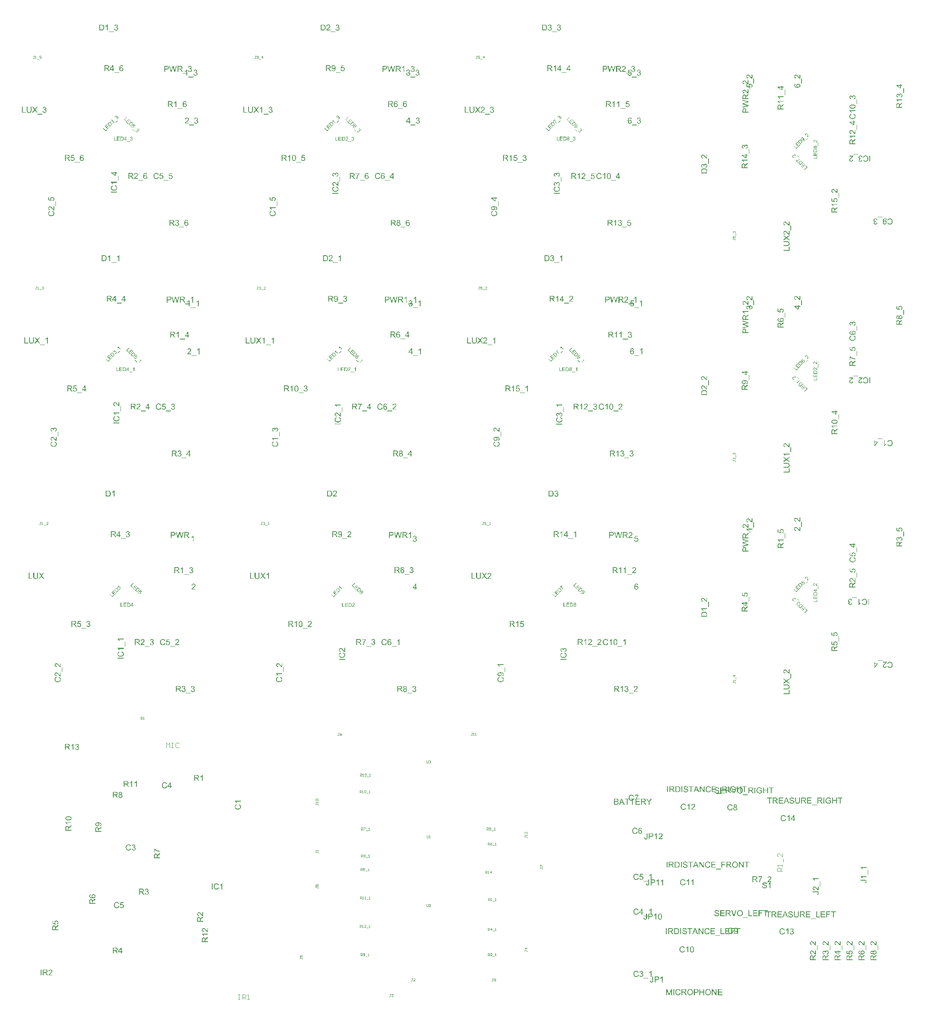
<source format=gto>
%FSTAX23Y23*%
%MOIN*%
%SFA1B1*%

%IPPOS*%
%ADD69C,0.001630*%
%ADD70C,0.004250*%
%LNmergedpcbs-1*%
%LPD*%
G36*
X40713Y22387D02*
X40709D01*
Y22427*
X40713*
Y22387*
G37*
G36*
X40686Y22385D02*
X40686Y22385D01*
X40687Y22384*
X40688Y22384*
X40689Y22384*
X4069Y22384*
X40691Y22383*
X40692Y22383*
X40693Y22382*
X40694Y22382*
X40695Y22381*
X40696Y2238*
X40696Y2238*
X40696Y2238*
X40696Y22379*
X40696Y22379*
X40697Y22379*
X40697Y22378*
X40698Y22377*
X40698Y22377*
X40698Y22376*
X40699Y22375*
X40699Y22374*
X407Y22373*
X407Y22372*
X407Y22371*
X407Y22369*
X407Y22368*
Y22368*
Y22368*
Y22367*
X407Y22367*
X407Y22366*
X407Y22366*
X407Y22365*
X407Y22364*
X40699Y22362*
X40699Y22361*
X40698Y2236*
X40698Y22359*
X40697Y22358*
X40696Y22357*
X40696Y22357*
X40696Y22357*
X40696Y22357*
X40696Y22356*
X40695Y22356*
X40695Y22356*
X40694Y22355*
X40694Y22355*
X40693Y22354*
X40692Y22354*
X4069Y22353*
X40688Y22353*
X40687Y22352*
X40686Y22352*
X40685Y22358*
X40686*
X40686Y22358*
X40686Y22359*
X40686Y22359*
X40687Y22359*
X40687Y22359*
X40688Y22359*
X4069Y2236*
X40691Y2236*
X40692Y22361*
X40693Y22362*
X40693Y22362*
X40693Y22362*
X40694Y22363*
X40694Y22364*
X40695Y22364*
X40695Y22366*
X40695Y22367*
X40695Y22368*
Y22368*
Y22368*
Y22368*
X40695Y22369*
X40695Y2237*
X40695Y22371*
X40695Y22372*
X40694Y22373*
X40693Y22374*
X40692Y22375*
X40692Y22375*
X40692Y22376*
X40691Y22376*
X4069Y22377*
X40689Y22377*
X40688Y22378*
X40686Y22378*
X40685Y22378*
X40684*
X40684Y22378*
X40683Y22378*
X40682Y22378*
X40681Y22378*
X4068Y22377*
X40679Y22376*
X40678Y22375*
X40678Y22375*
X40678Y22375*
X40677Y22374*
X40677Y22374*
X40676Y22373*
X40676Y22371*
X40675Y2237*
X40675Y22369*
Y22368*
Y22368*
Y22368*
X40675Y22367*
X40675Y22367*
X40675Y22366*
X40676Y22365*
X40676Y22364*
X4067Y22365*
Y22365*
Y22365*
X40671Y22366*
Y22366*
Y22366*
Y22366*
Y22366*
Y22367*
X4067Y22367*
X4067Y22368*
X4067Y22369*
X4067Y22371*
X40669Y22372*
X40669Y22373*
Y22373*
X40668Y22373*
X40668Y22373*
X40668Y22374*
X40667Y22374*
X40666Y22375*
X40665Y22376*
X40664Y22376*
X40663Y22376*
X40662*
X40661Y22376*
X4066Y22376*
X4066Y22375*
X40659Y22375*
X40658Y22375*
X40657Y22374*
X40657Y22374*
X40656Y22373*
X40656Y22373*
X40656Y22372*
X40655Y22371*
X40655Y2237*
X40655Y22369*
X40655Y22368*
Y22368*
Y22368*
Y22367*
X40655Y22367*
X40655Y22366*
X40655Y22365*
X40655Y22364*
X40656Y22363*
X40657Y22362*
X40657Y22362*
X40657Y22362*
X40658Y22361*
X40658Y22361*
X40659Y2236*
X40661Y2236*
X40662Y22359*
X40663Y22359*
X40662Y22353*
X40662*
X40662Y22353*
X40662Y22353*
X40661Y22353*
X40661Y22353*
X4066Y22353*
X40659Y22354*
X40657Y22355*
X40656Y22355*
X40654Y22357*
X40653Y22358*
X40653Y22358*
X40653Y22358*
X40653Y22358*
X40652Y22359*
X40652Y22359*
X40652Y2236*
X40652Y2236*
X40651Y22361*
X40651Y22362*
X4065Y22364*
X4065Y22366*
X4065Y22367*
Y22368*
Y22368*
Y22368*
Y22368*
Y22368*
X4065Y22369*
X4065Y2237*
X4065Y22371*
X4065Y22373*
X40651Y22374*
X40651Y22375*
Y22375*
X40651Y22375*
X40652Y22376*
X40652Y22376*
X40653Y22377*
X40653Y22378*
X40654Y22379*
X40655Y2238*
X40656Y2238*
X40656Y22381*
X40657Y22381*
X40657Y22381*
X40658Y22381*
X40659Y22382*
X4066Y22382*
X40661Y22382*
X40662Y22382*
X40663*
X40664Y22382*
X40664Y22382*
X40665Y22382*
X40666Y22382*
X40667Y22381*
X40668Y22381*
X40668Y2238*
X40669Y2238*
X40669Y2238*
X4067Y22379*
X4067Y22379*
X40671Y22378*
X40672Y22377*
X40672Y22375*
Y22375*
X40673Y22376*
X40673Y22376*
X40673Y22376*
X40673Y22377*
X40673Y22378*
X40674Y22379*
X40675Y2238*
X40676Y22381*
X40677Y22382*
X40677Y22382*
X40677Y22383*
X40678Y22383*
X40679Y22384*
X4068Y22384*
X40681Y22384*
X40683Y22385*
X40685Y22385*
X40685*
X40686Y22385*
G37*
G36*
X40594Y2234D02*
X40584Y22334D01*
X40584*
X40584Y22333*
X40584Y22333*
X40583Y22333*
X40583Y22333*
X40582Y22332*
X4058Y22331*
X40579Y2233*
X40578Y2233*
X40577Y22329*
X40577Y22329*
X40577Y22329*
X40576Y22328*
X40576Y22328*
X40575Y22327*
X40574Y22326*
X40574Y22326*
X40574Y22325*
X40574Y22325*
X40574Y22325*
X40573Y22325*
X40573Y22324*
X40573Y22324*
X40573Y22323*
Y22322*
X40573Y22322*
Y22322*
X40573Y22322*
X40572Y22321*
Y22321*
X40572Y2232*
Y22319*
Y22311*
X40594*
Y22305*
X40545*
Y22327*
Y22327*
Y22327*
Y22327*
Y22328*
X40545Y22328*
Y22329*
X40545Y2233*
X40545Y22332*
X40545Y22334*
X40546Y22335*
X40546Y22336*
X40546Y22337*
Y22337*
X40546Y22337*
X40546Y22337*
X40547Y22338*
X40547Y22339*
X40548Y2234*
X40549Y22341*
X4055Y22341*
X40551Y22342*
X40551*
X40551Y22342*
X40551Y22343*
X40552Y22343*
X40553Y22343*
X40554Y22344*
X40555Y22344*
X40557Y22344*
X40558Y22344*
X40559*
X40559Y22344*
X4056*
X4056Y22344*
X40561Y22344*
X40563Y22344*
X40564Y22343*
X40566Y22342*
X40567Y22342*
X40567Y22341*
X40567Y22341*
X40567Y22341*
X40568Y22341*
X40568Y2234*
X40568Y2234*
X40568Y22339*
X40569Y22339*
X40569Y22338*
X4057Y22338*
X4057Y22337*
X4057Y22336*
X40571Y22335*
X40571Y22334*
X40571Y22333*
X40572Y22332*
X40572Y2233*
X40572Y22331*
X40572Y22331*
X40572Y22331*
X40573Y22332*
X40573Y22333*
X40574Y22334*
X40574Y22334*
X40574Y22334*
X40575Y22335*
X40575Y22335*
X40576Y22336*
X40577Y22337*
X40578Y22338*
X40579Y22339*
X40581Y2234*
X40594Y22348*
Y2234*
G37*
G36*
X40699Y22428D02*
X40699D01*
X40698Y22429*
X40697Y22429*
X40697Y22429*
X40696Y22429*
X40695Y22429*
X40695*
X40695Y22429*
X40695Y22429*
X40694Y2243*
X40693Y2243*
X40692Y22431*
X40691Y22431*
X4069Y22432*
X40689Y22433*
X40688*
X40688Y22433*
X40688Y22434*
X40687Y22434*
X40686Y22435*
X40685Y22436*
X40684Y22438*
X40683Y22439*
X40681Y22441*
X40681Y22441*
X40681Y22442*
X4068Y22442*
X4068Y22442*
X40679Y22443*
X40679Y22444*
X40678Y22445*
X40677Y22446*
X40676Y22447*
X40674Y22449*
X40673Y2245*
X40672Y22451*
X40671Y22452*
X40671Y22452*
X4067*
X4067Y22452*
X4067Y22452*
X4067Y22453*
X40669Y22453*
X40668Y22454*
X40667Y22454*
X40666Y22455*
X40664Y22455*
X40663Y22455*
X40663*
X40663Y22455*
X40662Y22455*
X40661Y22455*
X4066Y22454*
X40659Y22454*
X40658Y22453*
X40657Y22452*
X40657Y22452*
X40657Y22452*
X40656Y22451*
X40656Y22451*
X40655Y2245*
X40655Y22448*
X40655Y22447*
X40655Y22446*
Y22446*
Y22445*
Y22445*
X40655Y22445*
X40655Y22444*
X40655Y22443*
X40655Y22442*
X40656Y22441*
X40656Y2244*
X40657Y22439*
X40657Y22438*
X40658Y22438*
X40658Y22438*
X40659Y22437*
X4066Y22437*
X40661Y22436*
X40663Y22436*
X40665Y22436*
X40664Y2243*
X40664*
X40664Y2243*
X40663*
X40663Y2243*
X40662Y2243*
X40662Y2243*
X40661Y2243*
X4066Y2243*
X40658Y22431*
X40656Y22432*
X40656Y22432*
X40655Y22433*
X40654Y22434*
X40653Y22434*
X40653Y22435*
X40653Y22435*
X40653Y22435*
X40653Y22435*
X40652Y22436*
X40652Y22436*
X40652Y22437*
X40651Y22437*
X40651Y22438*
X40651Y22439*
X4065Y2244*
X4065Y22441*
X4065Y22442*
X4065Y22443*
X4065Y22444*
X4065Y22446*
Y22446*
Y22446*
Y22446*
X4065Y22447*
X4065Y22448*
X4065Y22448*
X4065Y22449*
X4065Y2245*
X40651Y22452*
X40651Y22454*
X40652Y22455*
X40652Y22455*
X40653Y22456*
X40654Y22457*
X40654Y22457*
X40654Y22457*
X40654Y22457*
X40654Y22458*
X40655Y22458*
X40655Y22458*
X40656Y22459*
X40656Y22459*
X40658Y2246*
X40659Y22461*
X4066Y22461*
X40661Y22461*
X40662Y22461*
X40663Y22461*
X40664*
X40664Y22461*
X40665Y22461*
X40666Y22461*
X40667Y22461*
X40668Y2246*
X40669Y2246*
X40669Y2246*
X4067Y2246*
X4067Y2246*
X40671Y22459*
X40672Y22459*
X40673Y22458*
X40674Y22457*
X40675Y22456*
X40675Y22456*
X40676Y22455*
X40676Y22455*
X40677Y22455*
X40677Y22454*
X40678Y22454*
X40678Y22453*
X40679Y22452*
X4068Y22452*
X4068Y22451*
X40681Y2245*
X40682Y22449*
X40683Y22448*
X40684Y22447*
X40684Y22447*
X40684Y22446*
X40684Y22446*
X40685Y22446*
X40685Y22445*
X40686Y22445*
X40686Y22444*
X40688Y22442*
X40689Y22441*
X4069Y2244*
X4069Y2244*
X4069Y2244*
X4069Y22439*
X40691Y22439*
X40691Y22439*
X40691Y22439*
X40692Y22438*
X40692Y22438*
X40693Y22437*
Y22461*
X40699*
Y22428*
G37*
G36*
Y2234D02*
X40689Y22334D01*
X40689*
X40689Y22333*
X40689Y22333*
X40688Y22333*
X40688Y22333*
X40687Y22332*
X40685Y22331*
X40684Y2233*
X40683Y2233*
X40682Y22329*
X40682Y22329*
X40682Y22329*
X40681Y22328*
X40681Y22328*
X4068Y22327*
X40679Y22326*
X40679Y22326*
X40679Y22325*
X40679Y22325*
X40679Y22325*
X40678Y22325*
X40678Y22324*
X40678Y22324*
X40678Y22323*
Y22322*
X40678Y22322*
Y22322*
X40678Y22322*
X40677Y22321*
Y22321*
X40677Y2232*
Y22319*
Y22311*
X40699*
Y22305*
X4065*
Y22327*
Y22327*
Y22327*
Y22327*
Y22328*
X4065Y22328*
Y22329*
X4065Y2233*
X4065Y22332*
X4065Y22334*
X40651Y22335*
X40651Y22336*
X40651Y22337*
Y22337*
X40651Y22337*
X40651Y22337*
X40652Y22338*
X40652Y22339*
X40653Y2234*
X40654Y22341*
X40655Y22341*
X40656Y22342*
X40656*
X40656Y22342*
X40656Y22343*
X40657Y22343*
X40658Y22343*
X40659Y22344*
X4066Y22344*
X40662Y22344*
X40663Y22344*
X40664*
X40664Y22344*
X40665*
X40665Y22344*
X40666Y22344*
X40668Y22344*
X40669Y22343*
X40671Y22342*
X40672Y22342*
X40672Y22341*
X40672Y22341*
X40672Y22341*
X40673Y22341*
X40673Y2234*
X40673Y2234*
X40673Y22339*
X40674Y22339*
X40674Y22338*
X40675Y22338*
X40675Y22337*
X40675Y22336*
X40676Y22335*
X40676Y22334*
X40676Y22333*
X40677Y22332*
X40677Y2233*
X40677Y22331*
X40677Y22331*
X40677Y22331*
X40678Y22332*
X40678Y22333*
X40679Y22334*
X40679Y22334*
X40679Y22334*
X4068Y22335*
X4068Y22335*
X40681Y22336*
X40682Y22337*
X40683Y22338*
X40684Y22339*
X40686Y2234*
X40699Y22348*
Y2234*
G37*
G36*
X40787Y22378D02*
X40799D01*
Y22372*
X40787*
Y2235*
X40782*
X4075Y22373*
Y22378*
X40782*
Y22385*
X40787*
Y22378*
G37*
G36*
X40799Y2234D02*
X40789Y22334D01*
X40789*
X40789Y22333*
X40789Y22333*
X40788Y22333*
X40788Y22333*
X40787Y22332*
X40785Y22331*
X40784Y2233*
X40783Y2233*
X40782Y22329*
X40782Y22329*
X40782Y22329*
X40781Y22328*
X40781Y22328*
X4078Y22327*
X40779Y22326*
X40779Y22326*
X40779Y22325*
X40779Y22325*
X40779Y22325*
X40778Y22325*
X40778Y22324*
X40778Y22324*
X40778Y22323*
Y22322*
X40778Y22322*
Y22322*
X40778Y22322*
X40777Y22321*
Y22321*
X40777Y2232*
Y22319*
Y22311*
X40799*
Y22305*
X4075*
Y22327*
Y22327*
Y22327*
Y22327*
Y22328*
X4075Y22328*
Y22329*
X4075Y2233*
X4075Y22332*
X4075Y22334*
X40751Y22335*
X40751Y22336*
X40751Y22337*
Y22337*
X40751Y22337*
X40751Y22337*
X40752Y22338*
X40752Y22339*
X40753Y2234*
X40754Y22341*
X40755Y22341*
X40756Y22342*
X40756*
X40756Y22342*
X40756Y22343*
X40757Y22343*
X40758Y22343*
X40759Y22344*
X4076Y22344*
X40762Y22344*
X40763Y22344*
X40764*
X40764Y22344*
X40765*
X40765Y22344*
X40766Y22344*
X40768Y22344*
X40769Y22343*
X40771Y22342*
X40772Y22342*
X40772Y22341*
X40772Y22341*
X40772Y22341*
X40773Y22341*
X40773Y2234*
X40773Y2234*
X40773Y22339*
X40774Y22339*
X40774Y22338*
X40775Y22338*
X40775Y22337*
X40775Y22336*
X40776Y22335*
X40776Y22334*
X40776Y22333*
X40777Y22332*
X40777Y2233*
X40777Y22331*
X40777Y22331*
X40777Y22331*
X40778Y22332*
X40778Y22333*
X40779Y22334*
X40779Y22334*
X40779Y22334*
X4078Y22335*
X4078Y22335*
X40781Y22336*
X40782Y22337*
X40783Y22338*
X40784Y22339*
X40786Y2234*
X40799Y22348*
Y2234*
G37*
G36*
Y22428D02*
X40799D01*
X40798Y22429*
X40797Y22429*
X40797Y22429*
X40796Y22429*
X40795Y22429*
X40795*
X40795Y22429*
X40795Y22429*
X40794Y2243*
X40793Y2243*
X40792Y22431*
X40791Y22431*
X4079Y22432*
X40789Y22433*
X40788*
X40788Y22433*
X40788Y22434*
X40787Y22434*
X40786Y22435*
X40785Y22436*
X40784Y22438*
X40783Y22439*
X40781Y22441*
X40781Y22441*
X40781Y22442*
X4078Y22442*
X4078Y22442*
X40779Y22443*
X40779Y22444*
X40778Y22445*
X40777Y22446*
X40776Y22447*
X40774Y22449*
X40773Y2245*
X40772Y22451*
X40771Y22452*
X40771Y22452*
X4077*
X4077Y22452*
X4077Y22452*
X4077Y22453*
X40769Y22453*
X40768Y22454*
X40767Y22454*
X40766Y22455*
X40764Y22455*
X40763Y22455*
X40763*
X40763Y22455*
X40762Y22455*
X40761Y22455*
X4076Y22454*
X40759Y22454*
X40758Y22453*
X40757Y22452*
X40757Y22452*
X40757Y22452*
X40756Y22451*
X40756Y22451*
X40755Y2245*
X40755Y22448*
X40755Y22447*
X40755Y22446*
Y22446*
Y22445*
Y22445*
X40755Y22445*
X40755Y22444*
X40755Y22443*
X40755Y22442*
X40756Y22441*
X40756Y2244*
X40757Y22439*
X40757Y22438*
X40758Y22438*
X40758Y22438*
X40759Y22437*
X4076Y22437*
X40761Y22436*
X40763Y22436*
X40765Y22436*
X40764Y2243*
X40764*
X40764Y2243*
X40763*
X40763Y2243*
X40762Y2243*
X40762Y2243*
X40761Y2243*
X4076Y2243*
X40758Y22431*
X40756Y22432*
X40756Y22432*
X40755Y22433*
X40754Y22434*
X40753Y22434*
X40753Y22435*
X40753Y22435*
X40753Y22435*
X40753Y22435*
X40752Y22436*
X40752Y22436*
X40752Y22437*
X40751Y22437*
X40751Y22438*
X40751Y22439*
X4075Y2244*
X4075Y22441*
X4075Y22442*
X4075Y22443*
X4075Y22444*
X4075Y22446*
Y22446*
Y22446*
Y22446*
X4075Y22447*
X4075Y22448*
X4075Y22448*
X4075Y22449*
X4075Y2245*
X40751Y22452*
X40751Y22454*
X40752Y22455*
X40752Y22455*
X40753Y22456*
X40754Y22457*
X40754Y22457*
X40754Y22457*
X40754Y22457*
X40754Y22458*
X40755Y22458*
X40755Y22458*
X40756Y22459*
X40756Y22459*
X40758Y2246*
X40759Y22461*
X4076Y22461*
X40761Y22461*
X40762Y22461*
X40763Y22461*
X40764*
X40764Y22461*
X40765Y22461*
X40766Y22461*
X40767Y22461*
X40768Y2246*
X40769Y2246*
X40769Y2246*
X4077Y2246*
X4077Y2246*
X40771Y22459*
X40772Y22459*
X40773Y22458*
X40774Y22457*
X40775Y22456*
X40775Y22456*
X40776Y22455*
X40776Y22455*
X40777Y22455*
X40777Y22454*
X40778Y22454*
X40778Y22453*
X40779Y22452*
X4078Y22452*
X4078Y22451*
X40781Y2245*
X40782Y22449*
X40783Y22448*
X40784Y22447*
X40784Y22447*
X40784Y22446*
X40784Y22446*
X40785Y22446*
X40785Y22445*
X40786Y22445*
X40786Y22444*
X40788Y22442*
X40789Y22441*
X4079Y2244*
X4079Y2244*
X4079Y2244*
X4079Y22439*
X40791Y22439*
X40791Y22439*
X40791Y22439*
X40792Y22438*
X40792Y22438*
X40793Y22437*
Y22461*
X40799*
Y22428*
G37*
G36*
X40813Y22387D02*
X40809D01*
Y22427*
X40813*
Y22387*
G37*
G36*
X34743Y23709D02*
X34744D01*
X34745Y23709*
X34747Y23709*
X34749Y23709*
X3475Y23708*
X34751Y23708*
X34752Y23708*
X34752*
X34752Y23708*
X34752Y23707*
X34753Y23707*
X34754Y23707*
X34754Y23706*
X34755Y23705*
X34756Y23704*
X34757Y23703*
Y23703*
X34757Y23703*
X34757Y23702*
X34758Y23702*
X34758Y23701*
X34759Y237*
X34759Y23698*
X34759Y23697*
X34759Y23696*
Y23695*
Y23695*
Y23695*
X34759Y23695*
Y23694*
X34759Y23694*
X34759Y23692*
X34758Y23691*
X34758Y2369*
X34757Y23688*
X34756Y23687*
X34756Y23687*
X34756Y23687*
X34756Y23686*
X34755Y23686*
X34755Y23686*
X34755Y23686*
X34754Y23685*
X34754Y23685*
X34753Y23685*
X34752Y23684*
X34752Y23684*
X34751Y23684*
X3475Y23683*
X34749Y23683*
X34748Y23683*
X34746Y23682*
X34745Y23682*
X34745Y23682*
X34746Y23682*
X34746Y23682*
X34747Y23681*
X34748Y23681*
X34749Y2368*
X34749Y2368*
X34749Y23679*
X3475Y23679*
X3475Y23679*
X34751Y23678*
X34752Y23677*
X34753Y23676*
X34754Y23674*
X34755Y23673*
X34763Y2366*
X34755*
X34748Y2367*
Y2367*
X34748Y2367*
X34748Y2367*
X34748Y23671*
X34747Y23671*
X34747Y23672*
X34746Y23673*
X34745Y23675*
X34744Y23676*
X34744Y23677*
X34744Y23677*
X34743Y23677*
X34743Y23677*
X34743Y23678*
X34741Y23679*
X34741Y2368*
X3474Y2368*
X3474Y2368*
X3474Y2368*
X3474Y2368*
X34739Y2368*
X34739Y23681*
X34738Y23681*
X34737Y23681*
X34737*
X34737Y23681*
X34737*
X34736Y23681*
X34736Y23681*
X34735*
X34735Y23682*
X34726*
Y2366*
X3472*
Y23709*
X34743*
X34743Y23709*
G37*
G36*
X34784Y23709D02*
X34785Y23709D01*
X34785Y23709*
X34786Y23709*
X34787Y23709*
X34789Y23708*
X3479Y23708*
X34791Y23707*
X34792Y23707*
X34793Y23706*
X34794Y23706*
X34794Y23705*
X34794Y23705*
X34794Y23705*
X34794Y23705*
X34795Y23704*
X34795Y23704*
X34796Y23703*
X34796Y23702*
X34797Y237*
X34797Y23698*
X34798Y23697*
X34798Y23696*
Y23696*
Y23696*
Y23696*
X34798Y23695*
X34797Y23694*
X34797Y23693*
X34797Y23692*
X34796Y23691*
X34796Y2369*
X34796Y2369*
X34795Y2369*
X34795Y23689*
X34794Y23689*
X34794Y23688*
X34793Y23688*
X34792Y23687*
X3479Y23686*
X3479*
X3479Y23686*
X34791Y23686*
X34791Y23686*
X34792Y23686*
X34793Y23685*
X34794Y23684*
X34795Y23684*
X34796Y23683*
X34797Y23682*
Y23681*
X34797Y23681*
X34798Y23681*
X34798Y2368*
X34798Y23679*
X34799Y23678*
X34799Y23677*
X348Y23675*
X348Y23674*
Y23674*
Y23673*
Y23673*
X348Y23673*
X34799Y23672*
X34799Y23671*
X34799Y23671*
X34799Y2367*
X34799Y23668*
X34798Y23667*
X34798Y23666*
X34797Y23666*
X34797Y23665*
X34796Y23664*
X34795Y23663*
X34795Y23663*
X34795Y23663*
X34795Y23663*
X34794Y23662*
X34794Y23662*
X34793Y23662*
X34793Y23661*
X34792Y23661*
X34791Y2366*
X3479Y2366*
X34789Y2366*
X34788Y23659*
X34787Y23659*
X34786Y23659*
X34785Y23659*
X34783Y23659*
X34783*
X34782Y23659*
X34781Y23659*
X34781Y23659*
X3478Y23659*
X34779Y23659*
X34777Y2366*
X34776Y2366*
X34775Y2366*
X34774Y23661*
X34773Y23662*
X34772Y23662*
X34771Y23663*
X34771Y23663*
X34771Y23663*
X34771Y23663*
X34771Y23664*
X3477Y23664*
X3477Y23665*
X3477Y23665*
X34769Y23666*
X34769Y23667*
X34768Y23668*
X34768Y23669*
X34767Y2367*
X34767Y23671*
X34767Y23673*
X34767Y23674*
Y23674*
Y23674*
Y23674*
X34767Y23675*
Y23675*
X34767Y23675*
X34767Y23677*
X34767Y23678*
X34768Y23679*
X34769Y23681*
X34769Y23682*
Y23682*
X34769Y23682*
X3477Y23682*
X3477Y23683*
X34771Y23684*
X34772Y23684*
X34773Y23685*
X34775Y23686*
X34776Y23686*
X34776*
X34776Y23686*
X34776Y23686*
X34776Y23687*
X34775Y23687*
X34774Y23687*
X34773Y23688*
X34772Y23689*
X34771Y23689*
X34771Y2369*
X34771Y2369*
X3477Y23691*
X3477Y23691*
X3477Y23692*
X34769Y23693*
X34769Y23694*
X34769Y23695*
X34769Y23697*
Y23697*
Y23697*
Y23697*
X34769Y23697*
X34769Y23698*
X34769Y23698*
X34769Y237*
X3477Y23701*
X34771Y23703*
X34771Y23703*
X34771Y23704*
X34772Y23705*
X34773Y23706*
X34773Y23706*
X34773Y23706*
X34773Y23706*
X34773Y23706*
X34774Y23706*
X34774Y23707*
X34775Y23707*
X34776Y23707*
X34776Y23708*
X34777Y23708*
X34778Y23708*
X34779Y23709*
X34781Y23709*
X34782Y23709*
X34783Y23709*
X34784*
X34784Y23709*
G37*
G36*
X3507Y23234D02*
X35071Y23234D01*
X35071Y23234*
X35071Y23234*
X35072Y23233*
X35072Y23233*
X35073Y23232*
X35074Y23232*
X35075Y23231*
X35076Y2323*
X35077Y23229*
X35078Y23228*
X35079Y23228*
X35081Y23227*
X35082Y23226*
X35084Y23225*
X35084Y23225*
X35084Y23225*
X35085Y23225*
X35085Y23224*
X35086Y23224*
X35087Y23223*
X35088Y23223*
X35089Y23222*
X3509Y23222*
X35092Y23221*
X35093Y23221*
X35095Y2322*
X35098Y23219*
X35101Y23218*
X35101*
X35101Y23218*
X35102Y23218*
X35102Y23218*
X35103Y23217*
X35103Y23217*
X35104Y23217*
X35105Y23217*
X35106Y23217*
X35107Y23217*
X35109Y23216*
X35112Y23216*
X35115Y23216*
Y23209*
X35114*
X35113Y23209*
X35113*
X35112Y23209*
X35111Y2321*
X35111Y2321*
X3511Y2321*
X35109Y2321*
X35107Y2321*
X35106Y2321*
X35105Y23211*
X35103Y23211*
X351Y23212*
X351*
X351Y23212*
X351Y23212*
X35099Y23212*
X35098Y23212*
X35097Y23213*
X35096Y23213*
X35095Y23213*
X35094Y23214*
X35093Y23214*
X3509Y23215*
X35087Y23216*
X35084Y23218*
X35084Y23218*
X35084Y23218*
X35084Y23218*
X35083Y23219*
X35083Y23219*
X35082Y23219*
X35081Y2322*
X3508Y23221*
X35078Y23222*
X35076Y23223*
X35073Y23225*
X35071Y23227*
Y23202*
X35066*
Y23235*
X3507*
X3507Y23234*
G37*
G36*
X35115Y2319D02*
X35104Y23183D01*
X35104*
X35104Y23183*
X35104Y23183*
X35103Y23183*
X35103Y23182*
X35102Y23182*
X35101Y23181*
X35099Y2318*
X35098Y23179*
X35097Y23179*
X35097Y23179*
X35097Y23178*
X35097Y23178*
X35096Y23178*
X35095Y23176*
X35095Y23176*
X35094Y23175*
X35094Y23175*
X35094Y23175*
X35094Y23175*
X35094Y23174*
X35093Y23174*
X35093Y23173*
X35093Y23172*
Y23172*
X35093Y23172*
Y23172*
X35093Y23171*
X35093Y23171*
Y2317*
X35092Y2317*
Y23169*
Y23161*
X35115*
Y23155*
X35065*
Y23176*
Y23177*
Y23177*
Y23177*
Y23178*
X35065Y23178*
Y23179*
X35065Y2318*
X35065Y23182*
X35065Y23184*
X35066Y23185*
X35066Y23186*
X35066Y23187*
Y23187*
X35066Y23187*
X35067Y23187*
X35067Y23188*
X35067Y23189*
X35068Y23189*
X35069Y2319*
X3507Y23191*
X35071Y23192*
X35071*
X35071Y23192*
X35072Y23192*
X35072Y23193*
X35073Y23193*
X35074Y23194*
X35076Y23194*
X35077Y23194*
X35078Y23194*
X35079*
X35079Y23194*
X3508*
X3508Y23194*
X35082Y23194*
X35083Y23193*
X35084Y23193*
X35086Y23192*
X35087Y23191*
X35087Y23191*
X35087Y23191*
X35088Y23191*
X35088Y2319*
X35088Y2319*
X35088Y2319*
X35089Y23189*
X35089Y23189*
X35089Y23188*
X3509Y23187*
X3509Y23187*
X3509Y23186*
X35091Y23185*
X35091Y23184*
X35091Y23183*
X35092Y23181*
X35092Y2318*
X35092Y2318*
X35092Y23181*
X35092Y23181*
X35093Y23182*
X35093Y23183*
X35094Y23184*
X35094Y23184*
X35095Y23184*
X35095Y23185*
X35096Y23185*
X35096Y23186*
X35097Y23187*
X35098Y23188*
X351Y23189*
X35101Y2319*
X35115Y23198*
Y2319*
G37*
G36*
X346Y23454D02*
X34601D01*
X34602Y23454*
X34603Y23454*
X34606Y23454*
X34608Y23454*
X34611Y23453*
X34612Y23453*
X34613Y23452*
X34613*
X34613Y23452*
X34613Y23452*
X34614Y23452*
X34614Y23452*
X34615Y23452*
X34616Y23451*
X34617Y2345*
X34619Y23449*
X3462Y23448*
X34621Y23446*
Y23446*
X34622Y23446*
X34622Y23446*
X34622Y23446*
X34622Y23445*
X34622Y23445*
X34623Y23444*
X34623Y23444*
X34623Y23442*
X34624Y23441*
X34624Y23439*
X34624Y23437*
Y23437*
Y23436*
Y23436*
X34624Y23436*
Y23435*
X34624Y23435*
X34624Y23433*
X34624Y23432*
X34623Y2343*
X34622Y23429*
X34622Y23428*
X34621Y23427*
X34621Y23427*
X34621Y23427*
X34621Y23427*
X34621Y23427*
X3462Y23426*
X3462Y23426*
X34619Y23425*
X34617Y23425*
X34616Y23424*
X34614Y23423*
X34612Y23423*
X34612Y23429*
X34612*
X34612Y23429*
X34612*
X34612Y23429*
X34613Y23429*
X34614Y23429*
X34615Y2343*
X34616Y2343*
X34617Y23431*
X34618Y23431*
X34618Y23432*
X34618Y23432*
X34618Y23432*
X34618Y23433*
X34619Y23434*
X34619Y23435*
X34619Y23436*
X34619Y23437*
Y23437*
Y23437*
X34619Y23438*
X34619Y23439*
X34619Y23439*
X34619Y2344*
X34619Y23441*
X34618Y23442*
X34618Y23442*
X34618Y23442*
X34618Y23443*
X34617Y23443*
X34617Y23444*
X34616Y23444*
X34615Y23445*
X34615Y23445*
X34615Y23445*
X34614Y23445*
X34614Y23446*
X34613Y23446*
X34612Y23446*
X34611Y23447*
X3461Y23447*
X34609Y23447*
X34609*
X34609Y23448*
X34608*
X34608Y23448*
X34607Y23448*
X34606Y23448*
X34605Y23448*
X34604Y23448*
X34603Y23448*
X34601Y23448*
X346*
X346Y23448*
X34601Y23448*
X34601Y23448*
X34602Y23447*
X34603Y23446*
X34603Y23446*
X34604Y23445*
X34605Y23443*
X34605Y23443*
X34605Y23443*
X34605Y23442*
X34606Y23441*
X34606Y2344*
X34606Y23439*
X34607Y23438*
X34607Y23437*
Y23436*
Y23436*
Y23436*
X34607Y23436*
X34606Y23435*
X34606Y23434*
X34606Y23434*
X34606Y23433*
X34606Y23431*
X34605Y2343*
X34605Y2343*
X34604Y23429*
X34604Y23428*
X34603Y23427*
X34602Y23426*
X34602Y23426*
X34602Y23426*
X34602Y23426*
X34601Y23425*
X34601Y23425*
X346Y23425*
X346Y23424*
X34599Y23424*
X34598Y23424*
X34597Y23423*
X34596Y23423*
X34595Y23423*
X34594Y23422*
X34593Y23422*
X34592Y23422*
X3459Y23422*
X3459*
X34589Y23422*
X34589Y23422*
X34588Y23422*
X34587Y23422*
X34586Y23422*
X34584Y23423*
X34583Y23423*
X34582Y23424*
X34581Y23424*
X3458Y23425*
X34579Y23426*
X34578Y23426*
X34578Y23426*
X34578Y23427*
X34578Y23427*
X34578Y23427*
X34577Y23428*
X34577Y23428*
X34576Y23429*
X34576Y23429*
X34576Y2343*
X34575Y23431*
X34574Y23433*
X34574Y23434*
X34574Y23435*
X34574Y23436*
X34574Y23437*
Y23438*
Y23438*
Y23438*
X34574Y23438*
Y23439*
X34574Y23439*
X34574Y2344*
X34574Y23442*
X34575Y23443*
X34575Y23445*
X34576Y23446*
Y23446*
X34576Y23446*
X34577Y23447*
X34577Y23447*
X34577Y23448*
X34578Y23449*
X34579Y23449*
X34581Y23451*
X34582Y23451*
X34584Y23452*
X34584*
X34584Y23452*
X34584Y23453*
X34585Y23453*
X34585Y23453*
X34586Y23453*
X34586Y23453*
X34587Y23453*
X34588Y23454*
X34589Y23454*
X3459Y23454*
X34592Y23454*
X34593Y23454*
X34594Y23454*
X34596Y23455*
X34599*
X346Y23454*
G37*
G36*
X40608Y22387D02*
X40604D01*
Y22427*
X40608*
Y22387*
G37*
G36*
X40594Y22351D02*
X40594D01*
X40593Y22351*
X40592Y22351*
X40592Y22352*
X40591Y22352*
X4059Y22352*
X4059*
X4059Y22352*
X4059Y22352*
X40589Y22353*
X40588Y22353*
X40587Y22354*
X40586Y22354*
X40585Y22355*
X40584Y22356*
X40583*
X40583Y22356*
X40583Y22357*
X40582Y22357*
X40581Y22358*
X4058Y22359*
X40579Y22361*
X40578Y22362*
X40576Y22364*
X40576Y22364*
X40576Y22364*
X40575Y22365*
X40575Y22365*
X40574Y22366*
X40574Y22367*
X40573Y22368*
X40572Y22368*
X40571Y2237*
X40569Y22372*
X40568Y22373*
X40567Y22374*
X40566Y22374*
X40566Y22375*
X40565*
X40565Y22375*
X40565Y22375*
X40565Y22375*
X40564Y22376*
X40563Y22376*
X40562Y22377*
X40561Y22378*
X40559Y22378*
X40558Y22378*
X40558*
X40558Y22378*
X40557Y22378*
X40556Y22378*
X40555Y22377*
X40554Y22377*
X40553Y22376*
X40552Y22375*
X40552Y22375*
X40552Y22375*
X40551Y22374*
X40551Y22373*
X4055Y22372*
X4055Y22371*
X4055Y2237*
X4055Y22368*
Y22368*
Y22368*
Y22368*
X4055Y22368*
X4055Y22367*
X4055Y22366*
X4055Y22365*
X40551Y22364*
X40551Y22362*
X40552Y22361*
X40552Y22361*
X40553Y22361*
X40553Y22361*
X40554Y2236*
X40555Y2236*
X40556Y22359*
X40558Y22359*
X4056Y22359*
X40559Y22352*
X40559*
X40559Y22353*
X40558*
X40558Y22353*
X40557Y22353*
X40557Y22353*
X40556Y22353*
X40555Y22353*
X40553Y22354*
X40551Y22355*
X40551Y22355*
X4055Y22356*
X40549Y22357*
X40548Y22357*
X40548Y22357*
X40548Y22357*
X40548Y22358*
X40548Y22358*
X40547Y22359*
X40547Y22359*
X40547Y2236*
X40546Y2236*
X40546Y22361*
X40546Y22362*
X40545Y22363*
X40545Y22364*
X40545Y22365*
X40545Y22366*
X40545Y22367*
X40545Y22369*
Y22369*
Y22369*
Y22369*
X40545Y2237*
X40545Y2237*
X40545Y22371*
X40545Y22372*
X40545Y22373*
X40546Y22375*
X40546Y22376*
X40547Y22377*
X40547Y22378*
X40548Y22379*
X40549Y2238*
X40549Y2238*
X40549Y2238*
X40549Y2238*
X40549Y22381*
X4055Y22381*
X4055Y22381*
X40551Y22382*
X40551Y22382*
X40553Y22383*
X40554Y22384*
X40555Y22384*
X40556Y22384*
X40557Y22384*
X40558Y22384*
X40559*
X40559Y22384*
X4056Y22384*
X40561Y22384*
X40562Y22384*
X40563Y22383*
X40564Y22383*
X40564Y22383*
X40565Y22383*
X40565Y22382*
X40566Y22382*
X40567Y22381*
X40568Y22381*
X40569Y2238*
X4057Y22379*
X4057Y22379*
X40571Y22378*
X40571Y22378*
X40572Y22378*
X40572Y22377*
X40573Y22377*
X40573Y22376*
X40574Y22375*
X40575Y22375*
X40575Y22374*
X40576Y22373*
X40577Y22372*
X40578Y22371*
X40579Y22369*
X40579Y22369*
X40579Y22369*
X40579Y22369*
X4058Y22369*
X4058Y22368*
X40581Y22368*
X40581Y22367*
X40583Y22365*
X40584Y22364*
X40585Y22363*
X40585Y22363*
X40585Y22362*
X40585Y22362*
X40586Y22362*
X40586Y22362*
X40586Y22361*
X40587Y22361*
X40587Y22361*
X40588Y2236*
Y22384*
X40594*
Y22351*
G37*
G36*
X34623Y2341D02*
X34613Y23403D01*
X34613*
X34613Y23403*
X34613Y23403*
X34612Y23403*
X34612Y23402*
X34611Y23402*
X3461Y23401*
X34608Y234*
X34607Y23399*
X34606Y23399*
X34606Y23399*
X34606Y23398*
X34606Y23398*
X34605Y23397*
X34604Y23396*
X34603Y23396*
X34603Y23395*
X34603Y23395*
X34603Y23395*
X34603Y23395*
X34603Y23394*
X34602Y23394*
X34602Y23393*
X34602Y23392*
Y23392*
X34602Y23392*
Y23392*
X34602Y23391*
X34602Y23391*
Y2339*
X34601Y23389*
Y23389*
Y23381*
X34623*
Y23374*
X34574*
Y23396*
Y23396*
Y23397*
Y23397*
Y23397*
X34574Y23398*
Y23399*
X34574Y234*
X34574Y23402*
X34574Y23403*
X34575Y23405*
X34575Y23406*
X34575Y23406*
Y23407*
X34575Y23407*
X34576Y23407*
X34576Y23408*
X34576Y23408*
X34577Y23409*
X34578Y2341*
X34579Y23411*
X3458Y23412*
X3458*
X3458Y23412*
X34581Y23412*
X34581Y23413*
X34582Y23413*
X34583Y23413*
X34585Y23414*
X34586Y23414*
X34587Y23414*
X34588*
X34588Y23414*
X34589*
X34589Y23414*
X3459Y23414*
X34592Y23413*
X34593Y23413*
X34595Y23412*
X34596Y23411*
X34596Y23411*
X34596Y23411*
X34597Y2341*
X34597Y2341*
X34597Y2341*
X34597Y2341*
X34598Y23409*
X34598Y23409*
X34598Y23408*
X34599Y23407*
X34599Y23407*
X34599Y23406*
X346Y23405*
X346Y23404*
X346Y23403*
X34601Y23401*
X34601Y234*
X34601Y234*
X34601Y23401*
X34601Y23401*
X34602Y23402*
X34602Y23403*
X34603Y23403*
X34603Y23404*
X34604Y23404*
X34604Y23405*
X34604Y23405*
X34605Y23406*
X34606Y23407*
X34607Y23408*
X34609Y23408*
X3461Y23409*
X34623Y23418*
Y2341*
G37*
G36*
X40594Y22428D02*
X40594D01*
X40593Y22429*
X40592Y22429*
X40592Y22429*
X40591Y22429*
X4059Y22429*
X4059*
X4059Y22429*
X4059Y22429*
X40589Y2243*
X40588Y2243*
X40587Y22431*
X40586Y22431*
X40585Y22432*
X40584Y22433*
X40583*
X40583Y22433*
X40583Y22434*
X40582Y22434*
X40581Y22435*
X4058Y22436*
X40579Y22438*
X40578Y22439*
X40576Y22441*
X40576Y22441*
X40576Y22442*
X40575Y22442*
X40575Y22442*
X40574Y22443*
X40574Y22444*
X40573Y22445*
X40572Y22446*
X40571Y22447*
X40569Y22449*
X40568Y2245*
X40567Y22451*
X40566Y22452*
X40566Y22452*
X40565*
X40565Y22452*
X40565Y22452*
X40565Y22453*
X40564Y22453*
X40563Y22454*
X40562Y22454*
X40561Y22455*
X40559Y22455*
X40558Y22455*
X40558*
X40558Y22455*
X40557Y22455*
X40556Y22455*
X40555Y22454*
X40554Y22454*
X40553Y22453*
X40552Y22452*
X40552Y22452*
X40552Y22452*
X40551Y22451*
X40551Y22451*
X4055Y2245*
X4055Y22448*
X4055Y22447*
X4055Y22446*
Y22446*
Y22445*
Y22445*
X4055Y22445*
X4055Y22444*
X4055Y22443*
X4055Y22442*
X40551Y22441*
X40551Y2244*
X40552Y22439*
X40552Y22438*
X40553Y22438*
X40553Y22438*
X40554Y22437*
X40555Y22437*
X40556Y22436*
X40558Y22436*
X4056Y22436*
X40559Y2243*
X40559*
X40559Y2243*
X40558*
X40558Y2243*
X40557Y2243*
X40557Y2243*
X40556Y2243*
X40555Y2243*
X40553Y22431*
X40551Y22432*
X40551Y22432*
X4055Y22433*
X40549Y22434*
X40548Y22434*
X40548Y22435*
X40548Y22435*
X40548Y22435*
X40548Y22435*
X40547Y22436*
X40547Y22436*
X40547Y22437*
X40546Y22437*
X40546Y22438*
X40546Y22439*
X40545Y2244*
X40545Y22441*
X40545Y22442*
X40545Y22443*
X40545Y22444*
X40545Y22446*
Y22446*
Y22446*
Y22446*
X40545Y22447*
X40545Y22448*
X40545Y22448*
X40545Y22449*
X40545Y2245*
X40546Y22452*
X40546Y22454*
X40547Y22455*
X40547Y22455*
X40548Y22456*
X40549Y22457*
X40549Y22457*
X40549Y22457*
X40549Y22457*
X40549Y22458*
X4055Y22458*
X4055Y22458*
X40551Y22459*
X40551Y22459*
X40553Y2246*
X40554Y22461*
X40555Y22461*
X40556Y22461*
X40557Y22461*
X40558Y22461*
X40559*
X40559Y22461*
X4056Y22461*
X40561Y22461*
X40562Y22461*
X40563Y2246*
X40564Y2246*
X40564Y2246*
X40565Y2246*
X40565Y2246*
X40566Y22459*
X40567Y22459*
X40568Y22458*
X40569Y22457*
X4057Y22456*
X4057Y22456*
X40571Y22455*
X40571Y22455*
X40572Y22455*
X40572Y22454*
X40573Y22454*
X40573Y22453*
X40574Y22452*
X40575Y22452*
X40575Y22451*
X40576Y2245*
X40577Y22449*
X40578Y22448*
X40579Y22447*
X40579Y22447*
X40579Y22446*
X40579Y22446*
X4058Y22446*
X4058Y22445*
X40581Y22445*
X40581Y22444*
X40583Y22442*
X40584Y22441*
X40585Y2244*
X40585Y2244*
X40585Y2244*
X40585Y22439*
X40586Y22439*
X40586Y22439*
X40586Y22439*
X40587Y22438*
X40587Y22438*
X40588Y22437*
Y22461*
X40594*
Y22428*
G37*
G36*
X40207Y23004D02*
X40207Y23004D01*
X40208Y23004*
X40209Y23004*
X40209Y23004*
X40211Y23004*
X40213Y23003*
X40214Y23002*
X40215Y23002*
X40216Y23001*
X40217Y23001*
X40217Y23*
X40217Y23*
X40217Y23*
X40217Y23*
X40218Y22999*
X40218Y22999*
X40218Y22998*
X40219Y22998*
X4022Y22996*
X4022Y22995*
X40221Y22994*
X40221Y22993*
X40221Y22992*
X40221Y22991*
Y22991*
Y2299*
X40221Y2299*
X40221Y22989*
X40221Y22988*
X4022Y22987*
X4022Y22986*
X4022Y22985*
X4022Y22985*
X40219Y22984*
X40219Y22984*
X40219Y22983*
X40218Y22982*
X40217Y22981*
X40217Y2298*
X40216Y22979*
X40215Y22979*
X40215Y22978*
X40215Y22978*
X40214Y22978*
X40214Y22977*
X40213Y22977*
X40213Y22976*
X40212Y22975*
X40211Y22975*
X4021Y22974*
X4021Y22973*
X40209Y22972*
X40207Y22971*
X40206Y2297*
X40206Y2297*
X40206Y2297*
X40206Y2297*
X40205Y22969*
X40205Y22969*
X40204Y22969*
X40203Y22968*
X40202Y22967*
X40201Y22965*
X402Y22965*
X402Y22964*
X40199Y22964*
X40199Y22964*
X40199Y22964*
X40199Y22963*
X40198Y22963*
X40198Y22962*
X40197Y22962*
X40197Y22961*
X40221*
Y22955*
X40214*
Y22905*
X40208*
Y22944*
X40208Y22944*
X40208Y22944*
X40207Y22943*
X40207Y22943*
X40206Y22942*
X40205Y22941*
X40204Y2294*
X40202Y2294*
X40202*
X40202Y2294*
X40202Y22939*
X40201Y22939*
X402Y22939*
X40199Y22938*
X40198Y22938*
X40197Y22937*
X40196Y22937*
Y22942*
X40196*
X40196Y22943*
X40197Y22943*
X40197Y22943*
X40197Y22943*
X40198Y22943*
X40199Y22944*
X40201Y22945*
X40202Y22946*
X40203Y22947*
X40205Y22948*
X40205Y22948*
X40205Y22948*
X40205Y22949*
X40206Y22949*
X40206Y2295*
X40207Y2295*
X40208Y22951*
X40209Y22953*
X4021Y22954*
X4021Y22955*
X40188*
Y22955*
Y22955*
Y22956*
X40188Y22956*
X40188Y22957*
X40188Y22957*
X40189Y22958*
X40189Y22959*
Y22959*
X40189Y22959*
X40189Y2296*
X40189Y2296*
X4019Y22961*
X4019Y22962*
X40191Y22963*
X40192Y22964*
X40193Y22966*
Y22966*
X40193Y22966*
X40193Y22966*
X40194Y22967*
X40195Y22968*
X40196Y22969*
X40197Y2297*
X40199Y22972*
X40201Y22973*
X40201Y22973*
X40201Y22973*
X40202Y22974*
X40202Y22974*
X40203Y22975*
X40204Y22975*
X40204Y22976*
X40205Y22977*
X40207Y22979*
X40209Y2298*
X4021Y22981*
X4021Y22982*
X40211Y22983*
X40212Y22984*
Y22984*
X40212Y22984*
X40212Y22984*
X40212Y22984*
X40213Y22985*
X40213Y22986*
X40214Y22987*
X40214Y22988*
X40215Y2299*
X40215Y22991*
Y22991*
Y22991*
X40215Y22992*
X40215Y22992*
X40214Y22993*
X40214Y22994*
X40214Y22995*
X40213Y22996*
X40212Y22997*
X40212Y22997*
X40212Y22997*
X40211Y22998*
X4021Y22998*
X40209Y22999*
X40208Y22999*
X40207Y22999*
X40205Y23*
X40205*
X40205Y22999*
X40204Y22999*
X40203Y22999*
X40202Y22999*
X402Y22998*
X40199Y22998*
X40198Y22997*
X40198Y22997*
X40198Y22996*
X40197Y22996*
X40197Y22995*
X40196Y22994*
X40196Y22993*
X40196Y22991*
X40196Y2299*
X40189Y2299*
Y2299*
X40189Y22991*
Y22991*
X40189Y22991*
X4019Y22992*
X4019Y22993*
X4019Y22993*
X4019Y22994*
X40191Y22996*
X40192Y22998*
X40192Y22998*
X40193Y22999*
X40193Y23*
X40194Y23001*
X40194Y23001*
X40194Y23001*
X40195Y23001*
X40195Y23001*
X40195Y23002*
X40196Y23002*
X40196Y23002*
X40197Y23003*
X40198Y23003*
X40199Y23003*
X402Y23004*
X40201Y23004*
X40202Y23004*
X40203Y23004*
X40204Y23004*
X40205Y23005*
X40206*
X40207Y23004*
G37*
G36*
X40617Y22981D02*
X40579D01*
X40579Y22981*
X40579Y22981*
X40579Y22981*
X4058Y2298*
X40581Y22979*
X40581Y22978*
X40582Y22977*
X40583Y22976*
Y22976*
X40583Y22975*
X40583Y22975*
X40584Y22974*
X40584Y22973*
X40584Y22972*
X40585Y22971*
X40585Y2297*
X40586Y22969*
X4058*
Y22969*
X4058Y22969*
X4058Y2297*
X4058Y2297*
X40579Y22971*
X40579Y22971*
X40578Y22972*
X40578Y22974*
X40577Y22975*
X40575Y22977*
X40574Y22978*
X40574Y22978*
X40574Y22978*
X40574Y22978*
X40574Y22979*
X40573Y22979*
X40572Y2298*
X40571Y22981*
X4057Y22982*
X40569Y22983*
X40568Y22984*
Y22988*
X40617*
Y22981*
G37*
G36*
X40088Y23004D02*
X40089D01*
X4009Y23004*
X40092Y23004*
X40093Y23004*
X40095Y23003*
X40096Y23003*
X40096Y23003*
X40096*
X40097Y23003*
X40097Y23003*
X40098Y23002*
X40098Y23002*
X40099Y23001*
X401Y23*
X40101Y22999*
X40102Y22998*
Y22998*
X40102Y22998*
X40102Y22998*
X40103Y22997*
X40103Y22996*
X40103Y22995*
X40104Y22994*
X40104Y22992*
X40104Y22991*
Y22991*
Y22991*
Y2299*
X40104Y2299*
Y22989*
X40104Y22989*
X40104Y22988*
X40103Y22986*
X40103Y22985*
X40102Y22983*
X40101Y22983*
X40101Y22982*
X40101Y22982*
X401Y22982*
X401Y22981*
X401Y22981*
X401Y22981*
X40099Y22981*
X40099Y2298*
X40098Y2298*
X40097Y2298*
X40096Y22979*
X40096Y22979*
X40095Y22978*
X40094Y22978*
X40093Y22978*
X40091Y22978*
X4009Y22977*
X4009Y22977*
X4009Y22977*
X40091Y22977*
X40091Y22977*
X40093Y22976*
X40093Y22975*
X40094Y22975*
X40094Y22975*
X40094Y22974*
X40095Y22974*
X40096Y22973*
X40097Y22972*
X40098Y22971*
X40098Y2297*
X40099Y22968*
X40108Y22955*
X401*
X40093Y22965*
Y22965*
X40093Y22965*
X40093Y22965*
X40093Y22966*
X40092Y22967*
X40092Y22968*
X40091Y22969*
X4009Y2297*
X40089Y22971*
X40089Y22972*
X40088Y22972*
X40088Y22972*
X40088Y22973*
X40087Y22973*
X40086Y22974*
X40086Y22975*
X40085Y22975*
X40085Y22975*
X40085Y22975*
X40085Y22975*
X40084Y22976*
X40084Y22976*
X40083Y22976*
X40082Y22976*
X40082*
X40082Y22977*
X40082*
X40081Y22977*
X40081Y22977*
X4008*
X40079Y22977*
X40071*
Y22955*
X40064*
Y23004*
X40087*
X40088Y23004*
G37*
G36*
X40166Y22956D02*
X40167D01*
X40168Y22955*
X4017Y22955*
X40171Y22955*
X40173Y22954*
X40174Y22954*
X40175*
X40175Y22954*
X40175Y22954*
X40175Y22953*
X40176Y22953*
X40177Y22952*
X40178Y22952*
X40179Y22951*
X4018Y2295*
X40181Y22948*
Y22948*
X40181Y22948*
X40181Y22948*
X40181Y22948*
X40182Y22947*
X40182Y22946*
X40182Y22945*
X40187*
Y22941*
X40183*
X40183Y22941*
X40177Y2294*
Y2294*
Y2294*
X40177Y22941*
X40177Y22941*
X40154*
X40154Y22941*
X40154Y2294*
X40154Y22939*
X40155Y22939*
X40156Y22938*
X40156Y22938*
X40156Y22938*
X40156Y22937*
X40157Y22937*
X40157Y22937*
X40157Y22937*
X40158Y22937*
X40159Y22936*
X4016Y22936*
X40161Y22936*
X40162Y22935*
X40163Y22935*
X40164Y22935*
X40165Y22934*
X40165*
X40166Y22934*
X40166Y22934*
X40167Y22934*
X40167Y22934*
X40168Y22934*
X40169Y22933*
X4017Y22933*
X40172Y22933*
X40173Y22932*
X40174Y22932*
X40175Y22932*
X40176Y22931*
X40176Y22931*
X40176*
X40177Y22931*
X40177Y22931*
X40177Y22931*
X40178Y2293*
X40179Y2293*
X4018Y22929*
X40181Y22928*
X40182Y22927*
X40183Y22926*
X40183Y22926*
X40183Y22926*
X40183Y22925*
X40184Y22924*
X40184Y22923*
X40185Y22922*
X40185Y2292*
X40185Y22919*
Y22919*
Y22919*
Y22919*
Y22918*
X40185Y22918*
X40185Y22917*
X40184Y22915*
X40184Y22914*
X40183Y22913*
X40183Y22912*
Y22911*
X40183Y22911*
X40182Y22911*
X40182Y2291*
X40181Y2291*
X4018Y22909*
X40179Y22908*
X40178Y22907*
X40176Y22906*
X40176*
X40176Y22906*
X40176Y22906*
X40175Y22906*
X40175Y22906*
X40174Y22906*
X40173Y22905*
X40172Y22905*
X4017Y22905*
X40168Y22904*
X40167Y22904*
X40165*
X40165Y22904*
X40164*
X40163Y22904*
X40163Y22904*
X40161Y22905*
X40159Y22905*
X40157Y22906*
X40155Y22906*
X40155*
X40155Y22906*
X40155Y22906*
X40155Y22907*
X40154Y22907*
X40153Y22908*
X40152Y22908*
X4015Y22909*
X40149Y22911*
X40148Y22912*
Y22912*
X40148Y22912*
X40148Y22912*
X40148Y22913*
X40148Y22913*
X40147Y22914*
X40147Y22915*
X40146Y22916*
X40146Y22918*
X40146Y22919*
X40145Y22921*
X40152Y22922*
Y22922*
Y22921*
X40152Y22921*
Y22921*
X40152Y2292*
X40152Y22919*
X40152Y22918*
X40153Y22917*
X40153Y22916*
X40154Y22915*
X40154Y22915*
X40154Y22915*
X40154Y22915*
X40155Y22914*
X40156Y22913*
X40156Y22913*
X40157Y22912*
X40159Y22912*
X40159*
X40159Y22911*
X40159Y22911*
X40159Y22911*
X4016Y22911*
X40161Y22911*
X40162Y22911*
X40163Y2291*
X40165Y2291*
X40166Y2291*
X40167*
X40168Y2291*
X40168Y2291*
X40169Y2291*
X40171Y22911*
X40172Y22911*
X40173Y22911*
X40173Y22911*
X40173Y22911*
X40174Y22912*
X40175Y22912*
X40175Y22912*
X40176Y22913*
X40177Y22914*
X40177Y22914*
X40177Y22914*
X40177Y22915*
X40178Y22915*
X40178Y22916*
X40178Y22916*
X40178Y22917*
X40179Y22918*
X40179Y22919*
Y22919*
Y22919*
X40179Y22919*
X40178Y2292*
X40178Y22921*
X40178Y22921*
X40178Y22922*
X40177Y22923*
X40177Y22923*
X40177Y22923*
X40177Y22923*
X40176Y22924*
X40176Y22924*
X40175Y22925*
X40174Y22925*
X40173Y22925*
X40173Y22926*
X40172Y22926*
X40172Y22926*
X40171Y22926*
X40171Y22926*
X4017Y22926*
X4017Y22926*
X40169Y22927*
X40168Y22927*
X40167Y22927*
X40166Y22927*
X40165Y22928*
X40164Y22928*
X40164*
X40164Y22928*
X40163Y22928*
X40163Y22928*
X40162Y22928*
X40162Y22928*
X4016Y22929*
X40159Y22929*
X40157Y2293*
X40156Y2293*
X40155Y22931*
X40154Y22931*
X40154*
X40154Y22931*
X40154Y22931*
X40153Y22932*
X40152Y22932*
X40151Y22933*
X40151Y22934*
X4015Y22935*
X40149Y22936*
X40149Y22936*
X40149Y22936*
X40148Y22937*
X40148Y22937*
X40148Y22938*
X40148Y22939*
X40147Y22941*
X40147Y22941*
X40146*
Y22945*
X40148*
X40148Y22946*
X40149Y22948*
X40149Y22949*
Y22949*
X40149Y22949*
X4015Y22949*
X4015Y2295*
X40151Y22951*
X40152Y22951*
X40153Y22952*
X40154Y22953*
X40156Y22954*
X40156*
X40156Y22954*
X40156Y22954*
X40156Y22954*
X40157Y22954*
X40157Y22954*
X40158Y22955*
X4016Y22955*
X40161Y22955*
X40163Y22956*
X40165Y22956*
X40166*
X40166Y22956*
G37*
G36*
X40631Y22922D02*
X40627D01*
Y22962*
X40631*
Y22922*
G37*
G36*
X41017Y23076D02*
X40979D01*
X40979Y23076*
X40979Y23076*
X40979Y23076*
X4098Y23075*
X40981Y23074*
X40981Y23073*
X40982Y23072*
X40983Y23071*
Y23071*
X40983Y2307*
X40983Y2307*
X40984Y23069*
X40984Y23068*
X40984Y23067*
X40985Y23066*
X40985Y23065*
X40986Y23064*
X4098*
Y23064*
X4098Y23064*
X4098Y23065*
X4098Y23065*
X40979Y23066*
X40979Y23066*
X40978Y23067*
X40978Y23069*
X40977Y2307*
X40975Y23072*
X40974Y23073*
X40974Y23073*
X40974Y23073*
X40974Y23073*
X40974Y23074*
X40973Y23074*
X40972Y23075*
X40971Y23076*
X4097Y23077*
X40969Y23078*
X40968Y23079*
Y23083*
X41017*
Y23076*
G37*
G36*
X41031Y23017D02*
X41027D01*
Y23057*
X41031*
Y23017*
G37*
G36*
X40617Y22887D02*
X40617D01*
X40616Y22887*
X40615Y22887*
X40615Y22887*
X40614Y22887*
X40613Y22887*
X40613*
X40613Y22887*
X40613Y22888*
X40612Y22888*
X40611Y22888*
X4061Y22889*
X40609Y2289*
X40608Y2289*
X40607Y22891*
X40606*
X40606Y22891*
X40606Y22892*
X40605Y22892*
X40604Y22893*
X40603Y22894*
X40602Y22896*
X40601Y22897*
X40599Y22899*
X40599Y22899*
X40599Y229*
X40598Y229*
X40598Y22901*
X40597Y22901*
X40597Y22902*
X40596Y22903*
X40595Y22904*
X40594Y22905*
X40592Y22907*
X40591Y22908*
X4059Y22909*
X40589Y2291*
X40589Y2291*
X40588*
X40588Y2291*
X40588Y22911*
X40588Y22911*
X40587Y22911*
X40586Y22912*
X40585Y22912*
X40584Y22913*
X40582Y22913*
X40581Y22913*
X40581*
X40581Y22913*
X4058Y22913*
X40579Y22913*
X40578Y22913*
X40577Y22912*
X40576Y22911*
X40575Y22911*
X40575Y2291*
X40575Y2291*
X40574Y2291*
X40574Y22909*
X40573Y22908*
X40573Y22907*
X40573Y22905*
X40573Y22904*
Y22904*
Y22903*
Y22903*
X40573Y22903*
X40573Y22902*
X40573Y22901*
X40573Y229*
X40574Y22899*
X40574Y22898*
X40575Y22897*
X40575Y22896*
X40576Y22896*
X40576Y22896*
X40577Y22895*
X40578Y22895*
X40579Y22894*
X40581Y22894*
X40583Y22894*
X40582Y22888*
X40582*
X40582Y22888*
X40581*
X40581Y22888*
X4058Y22888*
X4058Y22888*
X40579Y22888*
X40578Y22889*
X40576Y22889*
X40574Y2289*
X40574Y22891*
X40573Y22891*
X40572Y22892*
X40571Y22893*
X40571Y22893*
X40571Y22893*
X40571Y22893*
X40571Y22893*
X4057Y22894*
X4057Y22894*
X4057Y22895*
X40569Y22896*
X40569Y22896*
X40569Y22897*
X40568Y22898*
X40568Y22899*
X40568Y229*
X40568Y22901*
X40568Y22903*
X40568Y22904*
Y22904*
Y22904*
Y22905*
X40568Y22905*
X40568Y22906*
X40568Y22906*
X40568Y22907*
X40568Y22908*
X40569Y2291*
X40569Y22912*
X4057Y22913*
X4057Y22914*
X40571Y22914*
X40572Y22915*
X40572Y22915*
X40572Y22915*
X40572Y22916*
X40572Y22916*
X40573Y22916*
X40573Y22917*
X40574Y22917*
X40574Y22917*
X40576Y22918*
X40577Y22919*
X40578Y22919*
X40579Y22919*
X4058Y22919*
X40581Y22919*
X40582*
X40582Y22919*
X40583Y22919*
X40584Y22919*
X40585Y22919*
X40586Y22919*
X40587Y22918*
X40587Y22918*
X40588Y22918*
X40588Y22918*
X40589Y22917*
X4059Y22917*
X40591Y22916*
X40592Y22915*
X40593Y22914*
X40593Y22914*
X40594Y22914*
X40594Y22913*
X40595Y22913*
X40595Y22912*
X40596Y22912*
X40596Y22911*
X40597Y22911*
X40598Y2291*
X40598Y22909*
X40599Y22908*
X406Y22907*
X40601Y22906*
X40602Y22905*
X40602Y22905*
X40602Y22904*
X40602Y22904*
X40603Y22904*
X40603Y22903*
X40604Y22903*
X40604Y22902*
X40606Y22901*
X40607Y22899*
X40608Y22898*
X40608Y22898*
X40608Y22898*
X40608Y22898*
X40609Y22897*
X40609Y22897*
X40609Y22897*
X4061Y22896*
X4061Y22896*
X40611Y22895*
Y22919*
X40617*
Y22887*
G37*
G36*
X40603Y22879D02*
X40604D01*
X40605Y22879*
X40607Y22879*
X40608Y22879*
X4061Y22878*
X40611Y22878*
X40611*
X40611Y22878*
X40612Y22877*
X40612Y22877*
X40613Y22876*
X40614Y22876*
X40615Y22875*
X40616Y22874*
X40616Y22873*
X40617Y22873*
X40617Y22872*
X40617Y22872*
X40617Y22871*
X40618Y2287*
X40618Y22868*
X40618Y22867*
X40618Y22865*
Y22865*
Y22865*
Y22865*
X40618Y22864*
X40618Y22864*
X40618Y22863*
X40618Y22861*
X40617Y2286*
X40617Y22858*
X40616Y22857*
X40616Y22857*
X40615Y22856*
X40615Y22855*
X40614Y22855*
X40614Y22855*
X40614Y22855*
X40614Y22855*
X40613Y22854*
X40613Y22854*
X40612Y22854*
X40612Y22853*
X40611Y22853*
X4061Y22853*
X40609Y22853*
X40608Y22852*
X40607Y22852*
X40606Y22852*
X40605Y22852*
X40603*
X40603Y22858*
X40603*
X40603Y22858*
X40604Y22858*
X40604*
X40606Y22858*
X40607Y22858*
X40608Y22859*
X40609Y22859*
X4061Y2286*
X4061Y2286*
X4061Y2286*
X40611Y2286*
X40611Y22861*
X40611Y22861*
X40612Y22862*
X40612Y22863*
X40612Y22864*
X40612Y22865*
Y22865*
Y22866*
X40612Y22866*
X40612Y22867*
X40612Y22867*
X40612Y22868*
X40612Y22869*
X40611Y22869*
X40611Y2287*
X40611Y2287*
X40611Y2287*
X4061Y2287*
X4061Y22871*
X40609Y22871*
X40609Y22872*
X40608Y22872*
X40608*
X40608Y22872*
X40607Y22872*
X40607Y22872*
X40606Y22872*
X40605Y22872*
X40603Y22873*
X40568*
Y22879*
X40603*
X40603Y22879*
G37*
G36*
X40884Y22385D02*
X40884Y22385D01*
X40885Y22385*
X40886Y22385*
X40887Y22385*
X40888Y22384*
X4089Y22383*
X40891Y22383*
X40892Y22382*
X40893Y22382*
X40894Y22381*
X40894Y22381*
X40894Y22381*
X40895Y22381*
X40895Y2238*
X40896Y2238*
X40896Y22379*
X40897Y22379*
X40897Y22378*
X40898Y22377*
X40898Y22376*
X40899Y22375*
X40899Y22374*
X409Y22372*
X409Y22371*
X409Y2237*
X409Y22368*
Y22368*
Y22368*
Y22367*
X409Y22367*
X409Y22366*
X409Y22366*
X409Y22365*
X409Y22364*
X40899Y22362*
X40899Y22361*
X40898Y2236*
X40898Y22359*
X40897Y22358*
X40897Y22357*
X40896Y22357*
X40896Y22357*
X40896Y22357*
X40896Y22356*
X40895Y22356*
X40895Y22356*
X40894Y22355*
X40894Y22355*
X40893Y22354*
X40892Y22354*
X40891Y22353*
X40889Y22353*
X40888Y22352*
X40886Y22352*
X40886Y22359*
X40886*
X40886Y22359*
X40887Y22359*
X40887Y22359*
X40889Y22359*
X4089Y2236*
X40891Y2236*
X40892Y22361*
X40893Y22362*
X40893Y22362*
X40893Y22362*
X40894Y22363*
X40894Y22364*
X40894Y22364*
X40895Y22366*
X40895Y22367*
X40895Y22368*
Y22368*
Y22368*
Y22369*
X40895Y22369*
X40895Y2237*
X40895Y22371*
X40894Y22372*
X40894Y22373*
X40893Y22374*
X40892Y22375*
X40892Y22376*
X40892Y22376*
X40892Y22376*
X40892Y22376*
X40891Y22376*
X40891Y22377*
X4089Y22377*
X40888Y22378*
X40887Y22378*
X40885Y22379*
X40884Y22379*
X40883*
X40882Y22379*
X40882*
X40881Y22379*
X4088Y22378*
X40879Y22378*
X40877Y22377*
X40876Y22377*
X40875Y22376*
X40875*
X40875Y22376*
X40874Y22375*
X40874Y22375*
X40873Y22374*
X40873Y22373*
X40872Y22371*
X40872Y2237*
X40872Y22369*
Y22368*
Y22368*
Y22368*
X40872Y22367*
X40872Y22366*
X40872Y22365*
X40872Y22365*
X40873Y22364*
X40873Y22363*
X40873Y22363*
X40873Y22362*
X40874Y22362*
X40874Y22361*
X40875Y22361*
X40875Y2236*
X40876Y2236*
X40877Y22359*
X40876Y22353*
X4085Y22358*
Y22383*
X40856*
Y22363*
X4087Y2236*
X4087Y2236*
X40869Y2236*
X40869Y22361*
X40869Y22361*
X40869Y22361*
X40869Y22362*
X40868Y22363*
X40867Y22365*
X40867Y22366*
X40867Y22368*
X40866Y22369*
Y2237*
Y2237*
Y2237*
Y2237*
X40867Y22371*
X40867Y22371*
X40867Y22372*
X40867Y22373*
X40867Y22373*
X40868Y22375*
X40868Y22376*
X40868Y22377*
X40869Y22378*
X40869Y22379*
X4087Y2238*
X40871Y22381*
X40871Y22381*
X40871Y22381*
X40871Y22381*
X40872Y22381*
X40872Y22382*
X40873Y22382*
X40873Y22382*
X40874Y22383*
X40875Y22383*
X40876Y22384*
X40877Y22384*
X40878Y22384*
X40879Y22385*
X4088Y22385*
X40881Y22385*
X40883Y22385*
X40883*
X40884Y22385*
G37*
G36*
X40899Y2234D02*
X40889Y22334D01*
X40889*
X40889Y22333*
X40889Y22333*
X40888Y22333*
X40888Y22333*
X40887Y22332*
X40885Y22331*
X40884Y2233*
X40883Y2233*
X40882Y22329*
X40882Y22329*
X40882Y22329*
X40881Y22328*
X40881Y22328*
X4088Y22327*
X40879Y22326*
X40879Y22326*
X40879Y22325*
X40879Y22325*
X40879Y22325*
X40878Y22325*
X40878Y22324*
X40878Y22324*
X40878Y22323*
Y22322*
X40878Y22322*
Y22322*
X40878Y22322*
X40877Y22321*
Y22321*
X40877Y2232*
Y22319*
Y22311*
X40899*
Y22305*
X4085*
Y22327*
Y22327*
Y22327*
Y22327*
Y22328*
X4085Y22328*
Y22329*
X4085Y2233*
X4085Y22332*
X4085Y22334*
X40851Y22335*
X40851Y22336*
X40851Y22337*
Y22337*
X40851Y22337*
X40851Y22337*
X40852Y22338*
X40852Y22339*
X40853Y2234*
X40854Y22341*
X40855Y22341*
X40856Y22342*
X40856*
X40856Y22342*
X40856Y22343*
X40857Y22343*
X40858Y22343*
X40859Y22344*
X4086Y22344*
X40862Y22344*
X40863Y22344*
X40864*
X40864Y22344*
X40865*
X40865Y22344*
X40866Y22344*
X40868Y22344*
X40869Y22343*
X40871Y22342*
X40872Y22342*
X40872Y22341*
X40872Y22341*
X40872Y22341*
X40873Y22341*
X40873Y2234*
X40873Y2234*
X40873Y22339*
X40874Y22339*
X40874Y22338*
X40875Y22338*
X40875Y22337*
X40875Y22336*
X40876Y22335*
X40876Y22334*
X40876Y22333*
X40877Y22332*
X40877Y2233*
X40877Y22331*
X40877Y22331*
X40877Y22331*
X40878Y22332*
X40878Y22333*
X40879Y22334*
X40879Y22334*
X40879Y22334*
X4088Y22335*
X4088Y22335*
X40881Y22336*
X40882Y22337*
X40883Y22338*
X40884Y22339*
X40886Y2234*
X40899Y22348*
Y2234*
G37*
G36*
Y22428D02*
X40899D01*
X40898Y22429*
X40897Y22429*
X40897Y22429*
X40896Y22429*
X40895Y22429*
X40895*
X40895Y22429*
X40895Y22429*
X40894Y2243*
X40893Y2243*
X40892Y22431*
X40891Y22431*
X4089Y22432*
X40889Y22433*
X40888*
X40888Y22433*
X40888Y22434*
X40887Y22434*
X40886Y22435*
X40885Y22436*
X40884Y22438*
X40883Y22439*
X40881Y22441*
X40881Y22441*
X40881Y22442*
X4088Y22442*
X4088Y22442*
X40879Y22443*
X40879Y22444*
X40878Y22445*
X40877Y22446*
X40876Y22447*
X40874Y22449*
X40873Y2245*
X40872Y22451*
X40871Y22452*
X40871Y22452*
X4087*
X4087Y22452*
X4087Y22452*
X4087Y22453*
X40869Y22453*
X40868Y22454*
X40867Y22454*
X40866Y22455*
X40864Y22455*
X40863Y22455*
X40863*
X40863Y22455*
X40862Y22455*
X40861Y22455*
X4086Y22454*
X40859Y22454*
X40858Y22453*
X40857Y22452*
X40857Y22452*
X40857Y22452*
X40856Y22451*
X40856Y22451*
X40855Y2245*
X40855Y22448*
X40855Y22447*
X40855Y22446*
Y22446*
Y22445*
Y22445*
X40855Y22445*
X40855Y22444*
X40855Y22443*
X40855Y22442*
X40856Y22441*
X40856Y2244*
X40857Y22439*
X40857Y22438*
X40858Y22438*
X40858Y22438*
X40859Y22437*
X4086Y22437*
X40861Y22436*
X40863Y22436*
X40865Y22436*
X40864Y2243*
X40864*
X40864Y2243*
X40863*
X40863Y2243*
X40862Y2243*
X40862Y2243*
X40861Y2243*
X4086Y2243*
X40858Y22431*
X40856Y22432*
X40856Y22432*
X40855Y22433*
X40854Y22434*
X40853Y22434*
X40853Y22435*
X40853Y22435*
X40853Y22435*
X40853Y22435*
X40852Y22436*
X40852Y22436*
X40852Y22437*
X40851Y22437*
X40851Y22438*
X40851Y22439*
X4085Y2244*
X4085Y22441*
X4085Y22442*
X4085Y22443*
X4085Y22444*
X4085Y22446*
Y22446*
Y22446*
Y22446*
X4085Y22447*
X4085Y22448*
X4085Y22448*
X4085Y22449*
X4085Y2245*
X40851Y22452*
X40851Y22454*
X40852Y22455*
X40852Y22455*
X40853Y22456*
X40854Y22457*
X40854Y22457*
X40854Y22457*
X40854Y22457*
X40854Y22458*
X40855Y22458*
X40855Y22458*
X40856Y22459*
X40856Y22459*
X40858Y2246*
X40859Y22461*
X4086Y22461*
X40861Y22461*
X40862Y22461*
X40863Y22461*
X40864*
X40864Y22461*
X40865Y22461*
X40866Y22461*
X40867Y22461*
X40868Y2246*
X40869Y2246*
X40869Y2246*
X4087Y2246*
X4087Y2246*
X40871Y22459*
X40872Y22459*
X40873Y22458*
X40874Y22457*
X40875Y22456*
X40875Y22456*
X40876Y22455*
X40876Y22455*
X40877Y22455*
X40877Y22454*
X40878Y22454*
X40878Y22453*
X40879Y22452*
X4088Y22452*
X4088Y22451*
X40881Y2245*
X40882Y22449*
X40883Y22448*
X40884Y22447*
X40884Y22447*
X40884Y22446*
X40884Y22446*
X40885Y22446*
X40885Y22445*
X40886Y22445*
X40886Y22444*
X40888Y22442*
X40889Y22441*
X4089Y2244*
X4089Y2244*
X4089Y2244*
X4089Y22439*
X40891Y22439*
X40891Y22439*
X40891Y22439*
X40892Y22438*
X40892Y22438*
X40893Y22437*
Y22461*
X40899*
Y22428*
G37*
G36*
X40913Y22387D02*
X40909D01*
Y22427*
X40913*
Y22387*
G37*
G36*
X40999Y22428D02*
X40999D01*
X40998Y22429*
X40997Y22429*
X40997Y22429*
X40996Y22429*
X40995Y22429*
X40995*
X40995Y22429*
X40995Y22429*
X40994Y2243*
X40993Y2243*
X40992Y22431*
X40991Y22431*
X4099Y22432*
X40989Y22433*
X40988*
X40988Y22433*
X40988Y22434*
X40987Y22434*
X40986Y22435*
X40985Y22436*
X40984Y22438*
X40983Y22439*
X40981Y22441*
X40981Y22441*
X40981Y22442*
X4098Y22442*
X4098Y22442*
X40979Y22443*
X40979Y22444*
X40978Y22445*
X40977Y22446*
X40976Y22447*
X40974Y22449*
X40973Y2245*
X40972Y22451*
X40971Y22452*
X40971Y22452*
X4097*
X4097Y22452*
X4097Y22452*
X4097Y22453*
X40969Y22453*
X40968Y22454*
X40967Y22454*
X40966Y22455*
X40964Y22455*
X40963Y22455*
X40963*
X40963Y22455*
X40962Y22455*
X40961Y22455*
X4096Y22454*
X40959Y22454*
X40958Y22453*
X40957Y22452*
X40957Y22452*
X40957Y22452*
X40956Y22451*
X40956Y22451*
X40955Y2245*
X40955Y22448*
X40955Y22447*
X40955Y22446*
Y22446*
Y22445*
Y22445*
X40955Y22445*
X40955Y22444*
X40955Y22443*
X40955Y22442*
X40956Y22441*
X40956Y2244*
X40957Y22439*
X40957Y22438*
X40958Y22438*
X40958Y22438*
X40959Y22437*
X4096Y22437*
X40961Y22436*
X40963Y22436*
X40965Y22436*
X40964Y2243*
X40964*
X40964Y2243*
X40963*
X40963Y2243*
X40962Y2243*
X40962Y2243*
X40961Y2243*
X4096Y2243*
X40958Y22431*
X40956Y22432*
X40956Y22432*
X40955Y22433*
X40954Y22434*
X40953Y22434*
X40953Y22435*
X40953Y22435*
X40953Y22435*
X40953Y22435*
X40952Y22436*
X40952Y22436*
X40952Y22437*
X40951Y22437*
X40951Y22438*
X40951Y22439*
X4095Y2244*
X4095Y22441*
X4095Y22442*
X4095Y22443*
X4095Y22444*
X4095Y22446*
Y22446*
Y22446*
Y22446*
X4095Y22447*
X4095Y22448*
X4095Y22448*
X4095Y22449*
X4095Y2245*
X40951Y22452*
X40951Y22454*
X40952Y22455*
X40952Y22455*
X40953Y22456*
X40954Y22457*
X40954Y22457*
X40954Y22457*
X40954Y22457*
X40954Y22458*
X40955Y22458*
X40955Y22458*
X40956Y22459*
X40956Y22459*
X40958Y2246*
X40959Y22461*
X4096Y22461*
X40961Y22461*
X40962Y22461*
X40963Y22461*
X40964*
X40964Y22461*
X40965Y22461*
X40966Y22461*
X40967Y22461*
X40968Y2246*
X40969Y2246*
X40969Y2246*
X4097Y2246*
X4097Y2246*
X40971Y22459*
X40972Y22459*
X40973Y22458*
X40974Y22457*
X40975Y22456*
X40975Y22456*
X40976Y22455*
X40976Y22455*
X40977Y22455*
X40977Y22454*
X40978Y22454*
X40978Y22453*
X40979Y22452*
X4098Y22452*
X4098Y22451*
X40981Y2245*
X40982Y22449*
X40983Y22448*
X40984Y22447*
X40984Y22447*
X40984Y22446*
X40984Y22446*
X40985Y22446*
X40985Y22445*
X40986Y22445*
X40986Y22444*
X40988Y22442*
X40989Y22441*
X4099Y2244*
X4099Y2244*
X4099Y2244*
X4099Y22439*
X40991Y22439*
X40991Y22439*
X40991Y22439*
X40992Y22438*
X40992Y22438*
X40993Y22437*
Y22461*
X40999*
Y22428*
G37*
G36*
Y2234D02*
X40989Y22334D01*
X40989*
X40989Y22333*
X40989Y22333*
X40988Y22333*
X40988Y22333*
X40987Y22332*
X40985Y22331*
X40984Y2233*
X40983Y2233*
X40982Y22329*
X40982Y22329*
X40982Y22329*
X40981Y22328*
X40981Y22328*
X4098Y22327*
X40979Y22326*
X40979Y22326*
X40979Y22325*
X40979Y22325*
X40979Y22325*
X40978Y22325*
X40978Y22324*
X40978Y22324*
X40978Y22323*
Y22322*
X40978Y22322*
Y22322*
X40978Y22322*
X40977Y22321*
Y22321*
X40977Y2232*
Y22319*
Y22311*
X40999*
Y22305*
X4095*
Y22327*
Y22327*
Y22327*
Y22327*
Y22328*
X4095Y22328*
Y22329*
X4095Y2233*
X4095Y22332*
X4095Y22334*
X40951Y22335*
X40951Y22336*
X40951Y22337*
Y22337*
X40951Y22337*
X40951Y22337*
X40952Y22338*
X40952Y22339*
X40953Y2234*
X40954Y22341*
X40955Y22341*
X40956Y22342*
X40956*
X40956Y22342*
X40956Y22343*
X40957Y22343*
X40958Y22343*
X40959Y22344*
X4096Y22344*
X40962Y22344*
X40963Y22344*
X40964*
X40964Y22344*
X40965*
X40965Y22344*
X40966Y22344*
X40968Y22344*
X40969Y22343*
X40971Y22342*
X40972Y22342*
X40972Y22341*
X40972Y22341*
X40972Y22341*
X40973Y22341*
X40973Y2234*
X40973Y2234*
X40973Y22339*
X40974Y22339*
X40974Y22338*
X40975Y22338*
X40975Y22337*
X40975Y22336*
X40976Y22335*
X40976Y22334*
X40976Y22333*
X40977Y22332*
X40977Y2233*
X40977Y22331*
X40977Y22331*
X40977Y22331*
X40978Y22332*
X40978Y22333*
X40979Y22334*
X40979Y22334*
X40979Y22334*
X4098Y22335*
X4098Y22335*
X40981Y22336*
X40982Y22337*
X40983Y22338*
X40984Y22339*
X40986Y2234*
X40999Y22348*
Y2234*
G37*
G36*
X40144Y22999D02*
X40144Y22999D01*
X40144Y22999*
X40144Y22998*
X40144Y22998*
X40143Y22997*
X40143Y22997*
X40142Y22996*
X40141Y22995*
X40141Y22994*
X4014Y22993*
X40139Y22992*
X40138Y22991*
X40138Y2299*
X40137Y22988*
X40136Y22987*
X40135Y22985*
X40135Y22985*
X40135Y22985*
X40134Y22985*
X40134Y22984*
X40134Y22983*
X40133Y22982*
X40133Y22981*
X40132Y2298*
X40132Y22979*
X40131Y22978*
X40131Y22976*
X4013Y22975*
X40129Y22972*
X40128Y22968*
Y22968*
X40128Y22968*
X40128Y22968*
X40127Y22967*
X40127Y22967*
X40127Y22966*
X40127Y22965*
X40127Y22964*
X40127Y22963*
X40126Y22962*
X40126Y2296*
X40126Y22957*
X40125Y22955*
X40119*
Y22955*
Y22955*
Y22955*
X40119Y22956*
Y22956*
X40119Y22957*
X40119Y22958*
X4012Y22959*
X4012Y2296*
X4012Y22961*
X4012Y22962*
X4012Y22963*
X4012Y22964*
X40121Y22966*
X40121Y22969*
Y22969*
X40122Y22969*
X40122Y2297*
X40122Y2297*
X40122Y22971*
X40122Y22972*
X40123Y22973*
X40123Y22974*
X40124Y22975*
X40124Y22976*
X40125Y22979*
X40126Y22982*
X40128Y22985*
X40128Y22985*
X40128Y22985*
X40128Y22985*
X40128Y22986*
X40129Y22987*
X40129Y22987*
X4013Y22988*
X4013Y22989*
X40132Y22991*
X40133Y22994*
X40135Y22996*
X40137Y22998*
X40112*
Y23004*
X40144*
Y22999*
G37*
G36*
X41013Y22387D02*
X41009D01*
Y22427*
X41013*
Y22387*
G37*
G36*
X40985Y22385D02*
X40985D01*
X40986Y22384*
X40987Y22384*
X40989Y22384*
X4099Y22383*
X40992Y22383*
X40992*
X40992Y22383*
X40992Y22382*
X40993Y22382*
X40993Y22382*
X40994Y22381*
X40995Y2238*
X40996Y2238*
X40997Y22378*
X40998Y22377*
Y22377*
X40998Y22377*
X40998Y22377*
X40998Y22376*
X40999Y22376*
X40999Y22375*
X41Y22374*
X41Y22372*
X41Y22371*
X41Y22369*
Y22369*
Y22369*
X41Y22368*
Y22368*
X41Y22367*
X41Y22366*
X41Y22366*
X41Y22365*
X40999Y22364*
X40999Y22363*
X40998Y22362*
X40998Y22361*
X40997Y2236*
X40997Y22359*
X40996Y22358*
X40995Y22357*
X40995Y22357*
X40994Y22356*
X40994Y22356*
X40994Y22356*
X40993Y22356*
X40992Y22355*
X40991Y22355*
X4099Y22354*
X40989Y22354*
X40988Y22353*
X40986Y22353*
X40985Y22353*
X40983Y22352*
X40981Y22352*
X40979Y22352*
X40976Y22352*
X40976*
X40975Y22352*
X40974*
X40973Y22352*
X40971Y22352*
X4097Y22352*
X40968Y22353*
X40967Y22353*
X40965Y22353*
X40963Y22354*
X40961Y22354*
X4096Y22355*
X40958Y22355*
X40957Y22356*
X40955Y22357*
X40955Y22357*
X40955Y22357*
X40955Y22358*
X40954Y22358*
X40954Y22359*
X40953Y22359*
X40953Y2236*
X40952Y22361*
X40952Y22361*
X40951Y22362*
X40951Y22363*
X4095Y22364*
X4095Y22366*
X4095Y22367*
X4095Y22368*
X4095Y2237*
Y2237*
Y2237*
Y2237*
X4095Y22371*
Y22371*
X4095Y22372*
X4095Y22373*
X4095Y22375*
X40951Y22376*
X40952Y22378*
X40952Y22379*
X40953Y22379*
X40953Y22379*
X40953Y2238*
X40953Y2238*
X40953Y2238*
X40954Y2238*
X40954Y22381*
X40955Y22381*
X40956Y22382*
X40958Y22383*
X4096Y22384*
X40962Y22384*
X40962Y22378*
X40962*
X40962Y22378*
X40962Y22378*
X40961Y22378*
X4096Y22377*
X4096Y22377*
X40959Y22376*
X40958Y22376*
X40957Y22375*
X40957Y22375*
X40957Y22375*
X40956Y22375*
X40956Y22374*
X40955Y22373*
X40955Y22372*
X40955Y22371*
X40955Y22369*
Y22369*
Y22369*
X40955Y22368*
X40955Y22368*
X40955Y22367*
X40955Y22366*
X40956Y22365*
X40956Y22364*
X40956Y22364*
X40957Y22364*
X40957Y22363*
X40958Y22363*
X40959Y22362*
X4096Y22361*
X40961Y2236*
X40962Y2236*
X40962*
X40963Y2236*
X40963Y2236*
X40963Y22359*
X40964Y22359*
X40964Y22359*
X40965Y22359*
X40965Y22359*
X40966Y22359*
X40967Y22359*
X40968Y22358*
X40969Y22358*
X4097Y22358*
X40971Y22358*
X40972Y22358*
X40974*
X40974Y22358*
X40973Y22358*
X40973Y22359*
X40972Y2236*
X40971Y2236*
X4097Y22361*
X4097Y22362*
X40969Y22363*
Y22363*
X40969Y22363*
X40969Y22364*
X40968Y22365*
X40968Y22365*
X40968Y22366*
X40967Y22368*
X40967Y22369*
X40967Y2237*
Y2237*
Y2237*
Y22371*
X40967Y22371*
X40967Y22372*
X40967Y22372*
X40968Y22373*
X40968Y22374*
X40968Y22375*
X40969Y22376*
X40969Y22377*
X4097Y22378*
X4097Y22379*
X40971Y2238*
X40972Y2238*
X40972Y22381*
X40972Y22381*
X40972Y22381*
X40972Y22381*
X40973Y22381*
X40973Y22382*
X40974Y22382*
X40975Y22383*
X40976Y22383*
X40977Y22383*
X40978Y22384*
X40979Y22384*
X4098Y22384*
X40981Y22385*
X40982Y22385*
X40983Y22385*
X40984*
X40985Y22385*
G37*
G36*
X34573Y2281D02*
X34563Y22803D01*
X34563*
X34563Y22803*
X34563Y22803*
X34562Y22803*
X34562Y22802*
X34561Y22802*
X3456Y22801*
X34558Y228*
X34557Y22799*
X34556Y22799*
X34556Y22799*
X34556Y22798*
X34556Y22798*
X34555Y22798*
X34554Y22796*
X34553Y22796*
X34553Y22795*
X34553Y22795*
X34553Y22795*
X34553Y22795*
X34553Y22794*
X34552Y22794*
X34552Y22793*
X34552Y22792*
Y22792*
X34552Y22792*
Y22792*
X34552Y22791*
X34552Y22791*
Y2279*
X34551Y2279*
Y22789*
Y22781*
X34573*
Y22774*
X34524*
Y22796*
Y22797*
Y22797*
Y22797*
Y22798*
X34524Y22798*
Y22799*
X34524Y228*
X34524Y22802*
X34524Y22804*
X34525Y22805*
X34525Y22806*
X34525Y22807*
Y22807*
X34525Y22807*
X34526Y22807*
X34526Y22808*
X34526Y22809*
X34527Y22809*
X34528Y2281*
X34529Y22811*
X3453Y22812*
X3453*
X3453Y22812*
X34531Y22812*
X34531Y22813*
X34532Y22813*
X34533Y22813*
X34535Y22814*
X34536Y22814*
X34537Y22814*
X34538*
X34538Y22814*
X34539*
X34539Y22814*
X3454Y22814*
X34542Y22813*
X34543Y22813*
X34545Y22812*
X34546Y22811*
X34546Y22811*
X34546Y22811*
X34547Y22811*
X34547Y2281*
X34547Y2281*
X34547Y2281*
X34548Y22809*
X34548Y22809*
X34548Y22808*
X34549Y22807*
X34549Y22807*
X34549Y22806*
X3455Y22805*
X3455Y22804*
X3455Y22803*
X34551Y22801*
X34551Y228*
X34551Y228*
X34551Y22801*
X34551Y22801*
X34552Y22802*
X34552Y22803*
X34553Y22804*
X34553Y22804*
X34554Y22804*
X34554Y22805*
X34554Y22805*
X34555Y22806*
X34556Y22807*
X34557Y22808*
X34559Y22809*
X3456Y2281*
X34573Y22818*
Y2281*
G37*
G36*
X34158Y22226D02*
X34159D01*
X34161Y22226*
X34162Y22226*
X34164Y22226*
X34165Y22225*
X34166Y22225*
X34167Y22225*
X34167*
X34167Y22225*
X34167Y22224*
X34168Y22224*
X34169Y22224*
X3417Y22223*
X34171Y22222*
X34171Y22221*
X34172Y2222*
Y2222*
X34172Y2222*
X34173Y22219*
X34173Y22219*
X34173Y22218*
X34174Y22217*
X34174Y22215*
X34174Y22214*
X34174Y22213*
Y22212*
Y22212*
Y22212*
X34174Y22212*
Y22211*
X34174Y22211*
X34174Y22209*
X34174Y22208*
X34173Y22207*
X34172Y22205*
X34172Y22204*
X34171Y22204*
X34171Y22204*
X34171Y22203*
X34171Y22203*
X3417Y22203*
X3417Y22203*
X3417Y22202*
X34169Y22202*
X34168Y22202*
X34168Y22201*
X34167Y22201*
X34166Y22201*
X34165Y222*
X34164Y222*
X34163Y222*
X34162Y22199*
X3416Y22199*
X34161Y22199*
X34161Y22199*
X34161Y22199*
X34162Y22198*
X34163Y22198*
X34164Y22197*
X34164Y22197*
X34165Y22196*
X34165Y22196*
X34165Y22196*
X34166Y22195*
X34167Y22194*
X34168Y22193*
X34169Y22191*
X3417Y2219*
X34178Y22177*
X3417*
X34164Y22187*
Y22187*
X34164Y22187*
X34163Y22187*
X34163Y22188*
X34163Y22188*
X34162Y22189*
X34161Y2219*
X3416Y22192*
X3416Y22193*
X34159Y22194*
X34159Y22194*
X34159Y22194*
X34158Y22194*
X34158Y22195*
X34157Y22196*
X34156Y22197*
X34156Y22197*
X34156Y22197*
X34155Y22197*
X34155Y22197*
X34155Y22197*
X34154Y22198*
X34154Y22198*
X34153Y22198*
X34152*
X34152Y22198*
X34152*
X34152Y22198*
X34151Y22198*
X34151*
X3415Y22199*
X34141*
Y22177*
X34135*
Y22226*
X34158*
X34158Y22226*
G37*
G36*
X34123Y22177D02*
X34117D01*
Y22226*
X34123*
Y22177*
G37*
G36*
X35552Y22895D02*
X35546D01*
Y22945*
X35552*
Y22895*
G37*
G36*
X342Y22226D02*
X342Y22226D01*
X34201Y22226*
X34202Y22226*
X34203Y22226*
X34205Y22225*
X34206Y22225*
X34207Y22224*
X34208Y22224*
X34209Y22223*
X3421Y22222*
X3421Y22222*
X3421Y22222*
X3421Y22222*
X34211Y22222*
X34211Y22221*
X34211Y22221*
X34212Y2222*
X34212Y2222*
X34213Y22218*
X34214Y22217*
X34214Y22216*
X34214Y22215*
X34214Y22214*
X34214Y22213*
Y22212*
Y22212*
X34214Y22211*
X34214Y22211*
X34214Y2221*
X34214Y22209*
X34213Y22208*
X34213Y22207*
X34213Y22207*
X34213Y22206*
X34212Y22206*
X34212Y22205*
X34211Y22204*
X34211Y22203*
X3421Y22202*
X34209Y22201*
X34209Y222*
X34208Y222*
X34208Y222*
X34208Y22199*
X34207Y22199*
X34207Y22198*
X34206Y22198*
X34205Y22197*
X34205Y22196*
X34204Y22196*
X34203Y22195*
X34202Y22194*
X34201Y22193*
X342Y22192*
X34199Y22192*
X34199Y22192*
X34199Y22191*
X34199Y22191*
X34198Y22191*
X34198Y2219*
X34197Y22189*
X34195Y22188*
X34194Y22187*
X34193Y22186*
X34193Y22186*
X34192Y22186*
X34192Y22186*
X34192Y22185*
X34192Y22185*
X34192Y22185*
X34191Y22184*
X34191Y22184*
X3419Y22182*
X34214*
Y22177*
X34181*
Y22177*
Y22177*
Y22177*
X34181Y22178*
X34182Y22179*
X34182Y22179*
X34182Y2218*
X34182Y22181*
Y22181*
X34182Y22181*
X34182Y22181*
X34183Y22182*
X34183Y22183*
X34184Y22184*
X34184Y22185*
X34185Y22186*
X34186Y22187*
Y22187*
X34186Y22187*
X34187Y22188*
X34187Y22189*
X34188Y22189*
X34189Y22191*
X34191Y22192*
X34192Y22193*
X34194Y22195*
X34194Y22195*
X34194Y22195*
X34195Y22195*
X34195Y22196*
X34196Y22196*
X34197Y22197*
X34198Y22198*
X34199Y22199*
X342Y222*
X34202Y22202*
X34203Y22203*
X34204Y22204*
X34204Y22205*
X34205Y22205*
Y22205*
X34205Y22205*
X34205Y22206*
X34205Y22206*
X34206Y22207*
X34207Y22208*
X34207Y22209*
X34208Y2221*
X34208Y22211*
X34208Y22213*
Y22213*
Y22213*
X34208Y22213*
X34208Y22214*
X34208Y22215*
X34207Y22216*
X34207Y22217*
X34206Y22218*
X34205Y22219*
X34205Y22219*
X34205Y22219*
X34204Y2222*
X34204Y2222*
X34203Y22221*
X34201Y22221*
X342Y22221*
X34199Y22221*
X34198*
X34198Y22221*
X34197Y22221*
X34196Y22221*
X34195Y22221*
X34194Y2222*
X34193Y2222*
X34191Y22219*
X34191Y22219*
X34191Y22218*
X34191Y22218*
X3419Y22217*
X3419Y22216*
X34189Y22214*
X34189Y22213*
X34189Y22211*
X34183Y22212*
Y22212*
X34183Y22212*
Y22213*
X34183Y22213*
X34183Y22214*
X34183Y22214*
X34183Y22215*
X34183Y22216*
X34184Y22218*
X34185Y22219*
X34185Y2222*
X34186Y22221*
X34187Y22222*
X34187Y22223*
X34187Y22223*
X34188Y22223*
X34188Y22223*
X34188Y22223*
X34189Y22223*
X34189Y22224*
X3419Y22224*
X3419Y22224*
X34191Y22225*
X34192Y22225*
X34193Y22225*
X34194Y22226*
X34195Y22226*
X34196Y22226*
X34197Y22226*
X34199Y22226*
X34199*
X342Y22226*
G37*
G36*
X3547Y238D02*
X35463D01*
Y23838*
X35463Y23838*
X35463Y23838*
X35463Y23838*
X35462Y23837*
X35461Y23837*
X3546Y23836*
X35459Y23835*
X35458Y23834*
X35458*
X35457Y23834*
X35457Y23834*
X35456Y23834*
X35455Y23833*
X35454Y23833*
X35453Y23832*
X35452Y23832*
X35451Y23831*
Y23837*
X35451*
X35451Y23837*
X35452Y23837*
X35452Y23837*
X35453Y23838*
X35453Y23838*
X35454Y23839*
X35456Y23839*
X35457Y2384*
X35459Y23842*
X3546Y23843*
X3546Y23843*
X3546Y23843*
X3546Y23843*
X35461Y23843*
X35461Y23844*
X35462Y23845*
X35463Y23846*
X35464Y23847*
X35465Y23848*
X35466Y2385*
X3547*
Y238*
G37*
G36*
X34373Y2345D02*
X34335D01*
X34335Y2345*
X34335Y2345*
X34335Y2345*
X34336Y23449*
X34337Y23448*
X34337Y23447*
X34338Y23446*
X34339Y23445*
Y23444*
X34339Y23444*
X34339Y23444*
X3434Y23443*
X3434Y23442*
X34341Y23441*
X34341Y2344*
X34342Y23439*
X34342Y23438*
X34336*
Y23438*
X34336Y23438*
X34336Y23439*
X34336Y23439*
X34335Y23439*
X34335Y2344*
X34334Y23441*
X34334Y23443*
X34333Y23444*
X34332Y23446*
X3433Y23447*
X3433Y23447*
X3433Y23447*
X3433Y23447*
X3433Y23448*
X34329Y23448*
X34328Y23449*
X34327Y2345*
X34326Y23451*
X34325Y23452*
X34324Y23453*
Y23456*
X34373*
Y2345*
G37*
G36*
Y23421D02*
X34363Y23415D01*
X34363*
X34363Y23415*
X34363Y23415*
X34362Y23414*
X34362Y23414*
X34361Y23413*
X3436Y23413*
X34358Y23412*
X34357Y23411*
X34356Y2341*
X34356Y2341*
X34356Y2341*
X34356Y2341*
X34355Y23409*
X34354Y23408*
X34353Y23407*
X34353Y23407*
X34353Y23407*
X34353Y23407*
X34353Y23406*
X34353Y23406*
X34352Y23405*
X34352Y23405*
X34352Y23404*
Y23404*
X34352Y23404*
Y23403*
X34352Y23403*
X34352Y23402*
Y23402*
X34351Y23401*
Y234*
Y23393*
X34373*
Y23386*
X34324*
Y23408*
Y23408*
Y23408*
Y23409*
Y23409*
X34324Y2341*
Y2341*
X34324Y23412*
X34324Y23413*
X34324Y23415*
X34325Y23417*
X34325Y23417*
X34325Y23418*
Y23418*
X34325Y23418*
X34326Y23419*
X34326Y23419*
X34326Y2342*
X34327Y23421*
X34328Y23422*
X34329Y23423*
X3433Y23424*
X3433*
X3433Y23424*
X34331Y23424*
X34331Y23424*
X34332Y23425*
X34333Y23425*
X34335Y23425*
X34336Y23426*
X34337Y23426*
X34338*
X34338Y23426*
X34339*
X34339Y23426*
X3434Y23425*
X34342Y23425*
X34343Y23424*
X34345Y23423*
X34346Y23423*
X34346Y23422*
X34346Y23422*
X34347Y23422*
X34347Y23422*
X34347Y23422*
X34347Y23421*
X34348Y23421*
X34348Y2342*
X34348Y2342*
X34349Y23419*
X34349Y23418*
X34349Y23417*
X3435Y23416*
X3435Y23415*
X3435Y23414*
X34351Y23413*
X34351Y23412*
X34351Y23412*
X34351Y23412*
X34351Y23413*
X34352Y23413*
X34352Y23414*
X34353Y23415*
X34353Y23416*
X34354Y23416*
X34354Y23416*
X34354Y23417*
X34355Y23417*
X34356Y23418*
X34357Y23419*
X34359Y2342*
X3436Y23421*
X34373Y2343*
Y23421*
G37*
G36*
X35423Y23849D02*
X35423D01*
X35425Y23849*
X35426Y23849*
X35428Y23849*
X3543Y23848*
X35431Y23848*
X35431Y23848*
X35431*
X35431Y23848*
X35432Y23848*
X35432Y23847*
X35433Y23847*
X35434Y23846*
X35435Y23845*
X35436Y23844*
X35437Y23843*
Y23843*
X35437Y23843*
X35437Y23843*
X35437Y23842*
X35438Y23841*
X35438Y2384*
X35438Y23839*
X35439Y23837*
X35439Y23836*
Y23836*
Y23836*
Y23835*
X35439Y23835*
Y23834*
X35439Y23834*
X35438Y23833*
X35438Y23831*
X35437Y2383*
X35436Y23828*
X35436Y23827*
X35435Y23827*
X35435Y23827*
X35435Y23827*
X35435Y23826*
X35435Y23826*
X35434Y23826*
X35434Y23826*
X35433Y23825*
X35433Y23825*
X35432Y23824*
X35431Y23824*
X3543Y23824*
X35429Y23823*
X35428Y23823*
X35427Y23823*
X35426Y23822*
X35425Y23822*
X35425Y23822*
X35425Y23822*
X35426Y23822*
X35426Y23821*
X35427Y23821*
X35428Y2382*
X35429Y2382*
X35429Y2382*
X35429Y23819*
X3543Y23819*
X35431Y23818*
X35431Y23817*
X35432Y23816*
X35433Y23815*
X35434Y23813*
X35443Y238*
X35435*
X35428Y2381*
Y2381*
X35428Y2381*
X35428Y2381*
X35427Y23811*
X35427Y23812*
X35426Y23813*
X35426Y23814*
X35425Y23815*
X35424Y23816*
X35423Y23817*
X35423Y23817*
X35423Y23817*
X35423Y23818*
X35422Y23818*
X35421Y23819*
X3542Y2382*
X3542Y2382*
X3542Y2382*
X3542Y2382*
X35419Y2382*
X35419Y23821*
X35419Y23821*
X35418Y23821*
X35417Y23821*
X35417*
X35417Y23821*
X35416*
X35416Y23822*
X35416Y23822*
X35415*
X35414Y23822*
X35406*
Y238*
X35399*
Y23849*
X35422*
X35423Y23849*
G37*
G36*
X34351Y23504D02*
X34352D01*
X34353Y23504*
X34354Y23504*
X34356Y23504*
X34359Y23504*
X34361Y23503*
X34362Y23503*
X34363Y23503*
X34363*
X34363Y23503*
X34364Y23502*
X34364Y23502*
X34365Y23502*
X34365Y23502*
X34366Y23501*
X34368Y23501*
X34369Y235*
X3437Y23499*
X34371Y23497*
Y23497*
X34372Y23497*
X34372Y23497*
X34372Y23497*
X34372Y23496*
X34372Y23496*
X34373Y23495*
X34373Y23494*
X34374Y23492*
X34374Y2349*
X34374Y23488*
Y23488*
Y23488*
Y23488*
X34374Y23487*
X34374Y23487*
X34374Y23486*
X34374Y23485*
X34374Y23484*
X34373Y23483*
X34373Y23482*
X34373Y23481*
X34372Y2348*
X34372Y2348*
X34371Y23479*
X3437Y23478*
X34369Y23477*
X34369Y23477*
X34369Y23477*
X34369Y23477*
X34368Y23476*
X34367Y23476*
X34367Y23475*
X34366Y23475*
X34364Y23475*
X34363Y23474*
X34362Y23474*
X3436Y23473*
X34358Y23473*
X34356Y23473*
X34354Y23472*
X34352Y23472*
X34349Y23472*
X34348*
X34347Y23472*
X34346*
X34345Y23472*
X34344Y23472*
X34342Y23473*
X34339Y23473*
X34337Y23473*
X34336Y23474*
X34335Y23474*
X34335*
X34335Y23474*
X34334Y23474*
X34334Y23474*
X34333Y23474*
X34333Y23475*
X34332Y23475*
X3433Y23476*
X34329Y23477*
X34328Y23478*
X34327Y23479*
Y23479*
X34326Y23479*
X34326Y2348*
X34326Y2348*
X34326Y2348*
X34326Y23481*
X34325Y23482*
X34325Y23483*
X34324Y23485*
X34324Y23486*
X34324Y23488*
Y23488*
Y23488*
Y23489*
Y23489*
X34324Y2349*
X34324Y23491*
X34324Y23492*
X34324Y23493*
X34325Y23494*
X34325Y23495*
Y23495*
X34325Y23495*
X34326Y23496*
X34326Y23496*
X34326Y23497*
X34327Y23498*
X34328Y23499*
X34329Y23499*
X3433Y235*
X3433Y235*
X3433Y23501*
X34331Y23501*
X34332Y23501*
X34333Y23502*
X34334Y23502*
X34336Y23503*
X34337Y23503*
X34337*
X34338Y23503*
X34338Y23504*
X34338Y23504*
X34339Y23504*
X34339Y23504*
X3434Y23504*
X3434Y23504*
X34341Y23504*
X34342Y23504*
X34343Y23504*
X34344Y23504*
X34345Y23504*
X34346*
X34348Y23505*
X3435*
X34351Y23504*
G37*
G36*
X34894Y2327D02*
X34895Y2327D01*
X34896Y23269*
X34897Y23269*
X34899Y23269*
X349Y23268*
X349*
X349Y23268*
X34901Y23268*
X34901Y23267*
X34902Y23267*
X34903Y23266*
X34904Y23265*
X34904Y23264*
X34905Y23263*
X34905Y23263*
X34905Y23263*
X34906Y23262*
X34906Y23261*
X34906Y2326*
X34907Y23259*
X34907Y23258*
X34907Y23257*
Y23257*
Y23256*
X34907Y23256*
X34907Y23255*
X34907Y23254*
X34906Y23253*
X34906Y23252*
X34905Y23251*
X34905Y23251*
X34905Y23251*
X34905Y2325*
X34904Y23249*
X34903Y23249*
X34902Y23248*
X34901Y23247*
X349Y23247*
X349*
X349Y23247*
X34901Y23247*
X34901Y23247*
X34902Y23246*
X34903Y23246*
X34904Y23245*
X34905Y23245*
X34906Y23244*
X34907Y23243*
X34907Y23242*
X34907Y23242*
X34908Y23241*
X34908Y2324*
X34909Y23239*
X34909Y23238*
X34909Y23236*
X3491Y23235*
Y23234*
Y23234*
Y23234*
X34909Y23233*
X34909Y23233*
X34909Y23232*
X34909Y23232*
X34909Y23231*
X34908Y23229*
X34908Y23228*
X34907Y23227*
X34907Y23226*
X34906Y23225*
X34906Y23224*
X34905Y23224*
X34905Y23223*
X34904Y23223*
X34904Y23223*
X34904Y23223*
X34903Y23222*
X34903Y23222*
X34902Y23222*
X34901Y23221*
X34901Y23221*
X349Y2322*
X34899Y2322*
X34898Y2322*
X34897Y23219*
X34895Y23219*
X34894Y23219*
X34893Y23219*
X34892*
X34892Y23219*
X34891Y23219*
X3489Y23219*
X3489Y23219*
X34889Y2322*
X34887Y2322*
X34885Y23221*
X34884Y23221*
X34884Y23222*
X34883Y23222*
X34882Y23223*
X34882Y23223*
X34882Y23223*
X34881Y23223*
X34881Y23224*
X34881Y23224*
X34881Y23224*
X3488Y23225*
X3488Y23226*
X34879Y23226*
X34879Y23227*
X34878Y23229*
X34877Y23231*
X34877Y23232*
X34877Y23233*
X34883Y23234*
Y23234*
X34883Y23234*
X34883Y23233*
X34883Y23233*
X34883Y23233*
X34884Y23232*
X34884Y23231*
X34884Y2323*
X34885Y23228*
X34886Y23227*
X34887Y23226*
X34887Y23226*
X34887Y23226*
X34888Y23226*
X34888Y23225*
X34889Y23225*
X3489Y23224*
X34892Y23224*
X34893Y23224*
X34893*
X34894Y23224*
X34894Y23224*
X34895Y23224*
X34896Y23225*
X34898Y23225*
X34899Y23226*
X349Y23227*
X349Y23227*
X34901Y23228*
X34901Y23228*
X34902Y23229*
X34902Y2323*
X34903Y23231*
X34903Y23233*
X34903Y23234*
Y23234*
Y23235*
Y23235*
X34903Y23235*
X34903Y23236*
X34903Y23237*
X34902Y23238*
X34902Y23239*
X34901Y2324*
X349Y23241*
X349Y23241*
X349Y23242*
X34899Y23242*
X34898Y23243*
X34897Y23243*
X34896Y23244*
X34895Y23244*
X34893Y23244*
X34893*
X34892Y23244*
X34892Y23244*
X34891Y23244*
X3489Y23244*
X34889Y23243*
X3489Y23249*
X3489*
X3489Y23249*
X34891*
X34892Y23249*
X34893Y23249*
X34894Y23249*
X34895Y2325*
X34896Y2325*
X34898Y23251*
X34898*
X34898Y23251*
X34898Y23251*
X34899Y23252*
X34899Y23252*
X349Y23253*
X349Y23254*
X34901Y23255*
X34901Y23256*
Y23257*
Y23257*
Y23257*
Y23258*
X34901Y23258*
X34901Y23259*
X349Y2326*
X349Y23261*
X34899Y23262*
X34899Y23262*
X34898Y23263*
X34898Y23263*
X34898Y23263*
X34897Y23264*
X34896Y23264*
X34895Y23264*
X34894Y23265*
X34893Y23265*
X34892*
X34891Y23265*
X34891Y23264*
X3489Y23264*
X34889Y23264*
X34888Y23263*
X34887Y23262*
X34887Y23262*
X34886Y23262*
X34886Y23262*
X34885Y23261*
X34885Y2326*
X34884Y23259*
X34884Y23257*
X34884Y23256*
X34878Y23257*
Y23257*
X34878Y23257*
X34878Y23257*
X34878Y23258*
X34878Y23258*
X34878Y23259*
X34879Y2326*
X34879Y23262*
X3488Y23263*
X34881Y23265*
X34883Y23266*
X34883Y23266*
X34883Y23266*
X34883Y23267*
X34883Y23267*
X34884Y23267*
X34884Y23267*
X34885Y23268*
X34885Y23268*
X34887Y23269*
X34888Y23269*
X3489Y2327*
X34891Y2327*
X34893*
X34894Y2327*
G37*
G36*
X35154Y2379D02*
X35155Y2379D01*
X35156Y2379*
X35156Y2379*
X35157Y23789*
X35159Y23789*
X35161Y23788*
X35162Y23788*
X35163Y23787*
X35164Y23787*
X35165Y23786*
X35165Y23786*
X35166Y23786*
X35166Y23786*
X35166Y23785*
X35167Y23785*
X35167Y23785*
X35168Y23784*
X35168Y23783*
X35169Y23783*
X35169Y23782*
X3517Y23781*
X35171Y2378*
X35171Y23779*
X35172Y23778*
X35172Y23777*
X35173Y23775*
X35166Y23774*
Y23774*
X35166Y23774*
X35166Y23774*
X35166Y23775*
X35166Y23775*
X35165Y23776*
X35165Y23777*
X35164Y23778*
X35163Y2378*
X35162Y23781*
X35161Y23782*
X35161Y23782*
X3516Y23782*
X3516Y23783*
X35159Y23783*
X35158Y23784*
X35156Y23784*
X35155Y23784*
X35153Y23784*
X35152*
X35152Y23784*
X35151*
X35151Y23784*
X35149Y23784*
X35148Y23784*
X35146Y23783*
X35145Y23783*
X35143Y23782*
X35143*
X35143Y23781*
X35142Y23781*
X35142Y23781*
X35141Y2378*
X3514Y23779*
X35139Y23777*
X35138Y23776*
X35138Y23774*
Y23774*
X35138Y23774*
X35138Y23774*
X35138Y23773*
X35137Y23773*
X35137Y23772*
X35137Y23771*
X35137Y2377*
X35136Y23768*
X35136Y23767*
X35136Y23765*
Y23765*
Y23764*
Y23764*
Y23764*
X35136Y23763*
Y23762*
X35136Y23762*
X35136Y23761*
X35137Y23759*
X35137Y23757*
X35137Y23755*
X35138Y23754*
Y23754*
X35138Y23753*
X35138Y23753*
X35138Y23753*
X35139Y23752*
X35139Y23751*
X3514Y2375*
X35141Y23749*
X35142Y23748*
X35144Y23747*
X35144*
X35144Y23746*
X35144Y23746*
X35144Y23746*
X35145Y23746*
X35145Y23746*
X35146Y23745*
X35148Y23745*
X35149Y23745*
X35151Y23744*
X35152Y23744*
X35153*
X35153Y23744*
X35154*
X35154Y23744*
X35155Y23745*
X35157Y23745*
X35158Y23746*
X3516Y23746*
X35161Y23747*
X35162Y23747*
X35162Y23747*
X35162Y23748*
X35162Y23748*
X35162Y23748*
X35162Y23748*
X35163Y23749*
X35163Y23749*
X35164Y2375*
X35164Y2375*
X35165Y23751*
X35165Y23752*
X35165Y23753*
X35166Y23754*
X35166Y23755*
X35167Y23756*
X35167Y23757*
X35173Y23755*
Y23755*
X35173Y23755*
X35173Y23754*
X35173Y23754*
X35173Y23753*
X35172Y23752*
X35172Y23752*
X35172Y23751*
X35171Y23749*
X35169Y23747*
X35169Y23746*
X35168Y23745*
X35167Y23744*
X35166Y23743*
X35166Y23743*
X35166Y23743*
X35165Y23743*
X35165Y23742*
X35164Y23742*
X35164Y23742*
X35163Y23741*
X35162Y23741*
X35161Y2374*
X3516Y2374*
X35159Y2374*
X35158Y23739*
X35157Y23739*
X35156Y23739*
X35154Y23739*
X35153Y23739*
X35152*
X35151Y23739*
X35151*
X3515Y23739*
X35149Y23739*
X35148Y23739*
X35146Y23739*
X35144Y2374*
X35142Y23741*
X35141Y23741*
X3514Y23742*
X3514Y23742*
X3514Y23742*
X35139Y23742*
X35139Y23743*
X35139Y23743*
X35138Y23743*
X35137Y23744*
X35137Y23744*
X35136Y23745*
X35136Y23746*
X35134Y23747*
X35133Y23749*
X35132Y23751*
Y23751*
X35132Y23752*
X35132Y23752*
X35132Y23752*
X35132Y23753*
X35131Y23754*
X35131Y23754*
X35131Y23755*
X35131Y23756*
X3513Y23757*
X3513Y2376*
X3513Y23762*
X3513Y23765*
Y23765*
Y23765*
Y23765*
X3513Y23766*
Y23767*
X3513Y23767*
X3513Y23768*
X3513Y23769*
X3513Y23771*
X35131Y23774*
X35131Y23776*
X35132Y23778*
X35133Y23778*
X35133Y23778*
X35133Y23779*
X35133Y23779*
X35133Y2378*
X35134Y2378*
X35135Y23781*
X35136Y23783*
X35137Y23784*
X35139Y23786*
X35141Y23787*
X35141Y23787*
X35141Y23787*
X35141Y23787*
X35142Y23787*
X35142Y23788*
X35143Y23788*
X35144Y23788*
X35144Y23788*
X35145Y23789*
X35146Y23789*
X35148Y23789*
X35151Y2379*
X35153Y2379*
X35154*
X35154Y2379*
G37*
G36*
X35774Y23606D02*
X35774Y23606D01*
X35775Y23606*
X35775Y23605*
X35776Y23605*
X35777Y23605*
X35778Y23604*
X3578Y23603*
X35782Y23602*
X35783Y23601*
X35784Y236*
X35785Y236*
X35786Y23599*
X35786Y23598*
X35786Y23598*
X35786Y23598*
X35786Y23598*
X35787Y23597*
X35787Y23596*
X35787Y23596*
X35788Y23595*
X35788Y23594*
X35789Y23593*
X35789Y23592*
X35789Y23591*
X3579Y23589*
X3579Y23588*
X3579Y23587*
X3579Y23585*
Y23585*
Y23585*
Y23585*
X3579Y23584*
Y23583*
X3579Y23583*
X3579Y23582*
X3579Y23581*
X35789Y23579*
X35789Y23577*
X35788Y23574*
X35787Y23573*
X35787Y23572*
X35787Y23572*
X35787Y23572*
X35786Y23572*
X35786Y23572*
X35786Y23571*
X35785Y23571*
X35785Y2357*
X35784Y23569*
X35784Y23569*
X35783Y23568*
X35781Y23567*
X35779Y23566*
X35777Y23565*
X35777*
X35777Y23565*
X35777Y23564*
X35776Y23564*
X35776Y23564*
X35775Y23564*
X35774Y23564*
X35773Y23563*
X35772Y23563*
X35771Y23563*
X35769Y23563*
X35767Y23562*
X35764Y23562*
X35763*
X35763Y23562*
X35762*
X35761Y23562*
X3576Y23562*
X35759Y23562*
X35757Y23563*
X35755Y23563*
X35753Y23564*
X3575Y23565*
X3575Y23565*
X3575Y23565*
X3575Y23565*
X3575Y23566*
X35749Y23566*
X35748Y23566*
X35747Y23567*
X35746Y23568*
X35744Y2357*
X35743Y23571*
X35742Y23573*
X35742Y23573*
X35742Y23574*
X35741Y23574*
X35741Y23574*
X35741Y23575*
X35741Y23575*
X3574Y23576*
X3574Y23577*
X3574Y23578*
X3574Y23579*
X35739Y23581*
X35739Y23583*
X35739Y23585*
Y23586*
Y23586*
Y23586*
X35739Y23587*
X35739Y23587*
X35739Y23588*
X35739Y23589*
X35739Y2359*
X3574Y23592*
X3574Y23594*
X35741Y23595*
X35741Y23596*
X35742Y23597*
X35742Y23598*
X35743Y23598*
X35743Y23598*
X35743Y23599*
X35743Y23599*
X35744Y23599*
X35744Y236*
X35745Y236*
X35745Y23601*
X35746Y23601*
X35747Y23602*
X35748Y23603*
X35749Y23603*
X3575Y23604*
X35751Y23604*
X35752Y23605*
X35753Y23605*
X35755Y23599*
X35755*
X35754Y23599*
X35754Y23598*
X35754Y23598*
X35753Y23598*
X35753Y23598*
X35752Y23597*
X3575Y23597*
X35749Y23596*
X35748Y23595*
X35747Y23594*
X35747Y23593*
X35746Y23593*
X35746Y23592*
X35745Y23591*
X35745Y2359*
X35745Y23589*
X35744Y23587*
X35744Y23585*
Y23585*
Y23585*
Y23585*
X35744Y23584*
Y23584*
X35744Y23583*
X35745Y23582*
X35745Y2358*
X35745Y23579*
X35746Y23577*
X35747Y23576*
Y23576*
X35747Y23576*
X35748Y23575*
X35748Y23574*
X35749Y23574*
X3575Y23573*
X35751Y23572*
X35753Y23571*
X35754Y2357*
X35754*
X35755Y2357*
X35755Y2357*
X35755Y2357*
X35756Y2357*
X35756Y2357*
X35757Y2357*
X35759Y23569*
X3576Y23569*
X35762Y23569*
X35764Y23569*
X35765*
X35766Y23569*
X35766*
X35767Y23569*
X35768Y23569*
X35769Y23569*
X35771Y2357*
X35773Y2357*
X35775Y23571*
X35775*
X35775Y23571*
X35775Y23571*
X35776Y23571*
X35777Y23571*
X35778Y23572*
X35779Y23573*
X3578Y23574*
X35781Y23575*
X35782Y23576*
Y23576*
X35782Y23577*
X35782Y23577*
X35782Y23577*
X35783Y23577*
X35783Y23578*
X35783Y23579*
X35784Y2358*
X35784Y23582*
X35784Y23583*
X35784Y23585*
Y23585*
Y23585*
Y23585*
X35784Y23586*
Y23586*
X35784Y23587*
X35784Y23588*
X35784Y2359*
X35783Y23591*
X35782Y23593*
X35782Y23593*
X35781Y23594*
X35781Y23594*
X35781Y23594*
X35781Y23594*
X35781Y23595*
X3578Y23595*
X3578Y23595*
X35779Y23596*
X35779Y23596*
X35778Y23597*
X35778Y23597*
X35777Y23598*
X35776Y23598*
X35775Y23598*
X35774Y23599*
X35773Y23599*
X35772Y23599*
X35773Y23606*
X35773*
X35774Y23606*
G37*
G36*
X34852Y2327D02*
X34853Y2327D01*
X34854Y2327*
X34854Y2327*
X34855Y2327*
X34857Y23269*
X34859Y23269*
X3486Y23268*
X34861Y23268*
X34862Y23267*
X34863Y23267*
X34863Y23266*
X34864Y23266*
X34864Y23266*
X34864Y23266*
X34865Y23265*
X34865Y23265*
X34866Y23264*
X34866Y23264*
X34867Y23263*
X34867Y23262*
X34868Y23261*
X34869Y2326*
X34869Y23259*
X3487Y23258*
X3487Y23257*
X3487Y23256*
X34864Y23254*
Y23254*
X34864Y23255*
X34864Y23255*
X34864Y23255*
X34864Y23256*
X34863Y23256*
X34863Y23257*
X34862Y23259*
X34861Y2326*
X3486Y23261*
X34859Y23262*
X34859Y23262*
X34858Y23263*
X34858Y23263*
X34857Y23264*
X34856Y23264*
X34854Y23264*
X34853Y23265*
X34851Y23265*
X3485*
X3485Y23265*
X34849*
X34849Y23265*
X34847Y23264*
X34846Y23264*
X34844Y23264*
X34843Y23263*
X34841Y23262*
X34841*
X34841Y23262*
X3484Y23261*
X3484Y23261*
X34839Y2326*
X34838Y23259*
X34837Y23258*
X34836Y23256*
X34836Y23255*
Y23255*
X34836Y23254*
X34836Y23254*
X34836Y23254*
X34835Y23253*
X34835Y23253*
X34835Y23252*
X34835Y2325*
X34834Y23249*
X34834Y23247*
X34834Y23245*
Y23245*
Y23245*
Y23244*
Y23244*
X34834Y23243*
Y23243*
X34834Y23242*
X34834Y23241*
X34835Y2324*
X34835Y23238*
X34835Y23236*
X34836Y23234*
Y23234*
X34836Y23234*
X34836Y23234*
X34836Y23233*
X34837Y23232*
X34837Y23231*
X34838Y2323*
X34839Y23229*
X3484Y23228*
X34842Y23227*
X34842*
X34842Y23227*
X34842Y23227*
X34842Y23227*
X34843Y23226*
X34843Y23226*
X34844Y23226*
X34846Y23225*
X34847Y23225*
X34849Y23225*
X3485Y23225*
X34851*
X34851Y23225*
X34852*
X34852Y23225*
X34853Y23225*
X34855Y23225*
X34856Y23226*
X34858Y23227*
X34859Y23227*
X3486Y23228*
X3486Y23228*
X3486Y23228*
X3486Y23228*
X3486Y23228*
X3486Y23229*
X34861Y23229*
X34861Y2323*
X34862Y2323*
X34862Y23231*
X34863Y23232*
X34863Y23232*
X34863Y23233*
X34864Y23234*
X34864Y23235*
X34864Y23236*
X34865Y23237*
X34871Y23236*
Y23236*
X34871Y23235*
X34871Y23235*
X34871Y23234*
X34871Y23234*
X3487Y23233*
X3487Y23232*
X3487Y23231*
X34869Y23229*
X34867Y23227*
X34867Y23226*
X34866Y23225*
X34865Y23224*
X34864Y23223*
X34864Y23223*
X34864Y23223*
X34863Y23223*
X34863Y23223*
X34862Y23222*
X34862Y23222*
X34861Y23222*
X3486Y23221*
X34859Y23221*
X34858Y2322*
X34857Y2322*
X34856Y2322*
X34855Y23219*
X34854Y23219*
X34852Y23219*
X34851Y23219*
X3485*
X34849Y23219*
X34849*
X34848Y23219*
X34847Y23219*
X34846Y23219*
X34844Y2322*
X34842Y2322*
X3484Y23221*
X34839Y23222*
X34838Y23222*
X34838Y23222*
X34838Y23222*
X34837Y23223*
X34837Y23223*
X34837Y23223*
X34836Y23224*
X34835Y23224*
X34835Y23225*
X34834Y23225*
X34834Y23226*
X34832Y23228*
X34831Y2323*
X3483Y23232*
Y23232*
X3483Y23232*
X3483Y23232*
X3483Y23233*
X34829Y23233*
X34829Y23234*
X34829Y23235*
X34829Y23236*
X34829Y23237*
X34828Y23238*
X34828Y2324*
X34828Y23242*
X34827Y23245*
Y23245*
Y23245*
Y23246*
X34828Y23246*
Y23247*
X34828Y23248*
X34828Y23249*
X34828Y2325*
X34828Y23252*
X34829Y23254*
X34829Y23256*
X3483Y23259*
X3483Y23259*
X34831Y23259*
X34831Y23259*
X34831Y23259*
X34831Y2326*
X34832Y23261*
X34833Y23262*
X34834Y23263*
X34835Y23265*
X34837Y23266*
X34839Y23267*
X34839Y23267*
X34839Y23267*
X34839Y23268*
X3484Y23268*
X3484Y23268*
X34841Y23268*
X34842Y23269*
X34842Y23269*
X34843Y23269*
X34844Y23269*
X34846Y2327*
X34848Y2327*
X34851Y2327*
X34852*
X34852Y2327*
G37*
G36*
X35205Y23757D02*
X35211D01*
Y23751*
X35205*
Y2374*
X35198*
Y23751*
X35177*
Y23757*
X352Y23789*
X35205*
Y23757*
G37*
G36*
X35587Y22945D02*
X35587Y22945D01*
X35588Y22945*
X35589Y22945*
X3559Y22945*
X35592Y22944*
X35594Y22944*
X35595Y22943*
X35596Y22943*
X35597Y22942*
X35598Y22942*
X35598Y22941*
X35598Y22941*
X35599Y22941*
X35599Y22941*
X35599Y2294*
X356Y2294*
X356Y22939*
X35601Y22939*
X35601Y22938*
X35602Y22937*
X35603Y22936*
X35603Y22935*
X35604Y22934*
X35604Y22933*
X35605Y22932*
X35605Y22931*
X35599Y22929*
Y22929*
X35599Y2293*
X35598Y2293*
X35598Y2293*
X35598Y22931*
X35598Y22931*
X35597Y22932*
X35597Y22934*
X35596Y22935*
X35595Y22936*
X35594Y22937*
X35593Y22937*
X35593Y22938*
X35592Y22938*
X35591Y22939*
X3559Y22939*
X35589Y22939*
X35587Y2294*
X35585Y2294*
X35585*
X35584Y2294*
X35584*
X35583Y2294*
X35582Y22939*
X3558Y22939*
X35579Y22939*
X35577Y22938*
X35576Y22937*
X35576*
X35576Y22937*
X35575Y22936*
X35574Y22936*
X35574Y22935*
X35573Y22934*
X35572Y22933*
X35571Y22931*
X3557Y2293*
Y2293*
X3557Y22929*
X3557Y22929*
X3557Y22929*
X3557Y22928*
X3557Y22928*
X3557Y22927*
X35569Y22925*
X35569Y22924*
X35569Y22922*
X35569Y2292*
Y2292*
Y2292*
Y22919*
Y22919*
X35569Y22918*
Y22918*
X35569Y22917*
X35569Y22916*
X35569Y22915*
X3557Y22913*
X3557Y22911*
X35571Y22909*
Y22909*
X35571Y22909*
X35571Y22909*
X35571Y22908*
X35571Y22907*
X35572Y22906*
X35573Y22905*
X35574Y22904*
X35575Y22903*
X35576Y22902*
X35576*
X35577Y22902*
X35577Y22902*
X35577Y22902*
X35577Y22901*
X35578Y22901*
X35579Y22901*
X3558Y229*
X35582Y229*
X35583Y229*
X35585Y229*
X35585*
X35586Y229*
X35586*
X35587Y229*
X35588Y229*
X3559Y229*
X35591Y22901*
X35593Y22902*
X35593Y22902*
X35594Y22903*
X35594Y22903*
X35594Y22903*
X35594Y22903*
X35595Y22903*
X35595Y22904*
X35595Y22904*
X35596Y22905*
X35596Y22905*
X35597Y22906*
X35597Y22907*
X35598Y22907*
X35598Y22908*
X35598Y22909*
X35599Y2291*
X35599Y22911*
X35599Y22912*
X35606Y22911*
Y22911*
X35606Y2291*
X35606Y2291*
X35606Y22909*
X35605Y22909*
X35605Y22908*
X35605Y22907*
X35604Y22906*
X35603Y22904*
X35602Y22902*
X35601Y22901*
X356Y229*
X356Y22899*
X35599Y22898*
X35598Y22898*
X35598Y22898*
X35598Y22898*
X35598Y22898*
X35597Y22897*
X35596Y22897*
X35596Y22897*
X35595Y22896*
X35594Y22896*
X35593Y22895*
X35592Y22895*
X35591Y22895*
X35589Y22894*
X35588Y22894*
X35587Y22894*
X35585Y22894*
X35585*
X35584Y22894*
X35583*
X35583Y22894*
X35582Y22894*
X35581Y22894*
X35579Y22895*
X35577Y22895*
X35574Y22896*
X35573Y22897*
X35572Y22897*
X35572Y22897*
X35572Y22897*
X35572Y22898*
X35572Y22898*
X35571Y22898*
X35571Y22899*
X3557Y22899*
X35569Y229*
X35569Y229*
X35568Y22901*
X35567Y22903*
X35566Y22905*
X35565Y22907*
Y22907*
X35565Y22907*
X35564Y22907*
X35564Y22908*
X35564Y22908*
X35564Y22909*
X35564Y2291*
X35563Y22911*
X35563Y22912*
X35563Y22913*
X35563Y22915*
X35562Y22917*
X35562Y2292*
Y2292*
Y2292*
Y22921*
X35562Y22921*
Y22922*
X35562Y22923*
X35562Y22924*
X35562Y22925*
X35563Y22927*
X35563Y22929*
X35564Y22931*
X35565Y22934*
X35565Y22934*
X35565Y22934*
X35565Y22934*
X35566Y22934*
X35566Y22935*
X35566Y22936*
X35567Y22937*
X35568Y22938*
X3557Y2294*
X35571Y22941*
X35573Y22942*
X35573Y22942*
X35574Y22942*
X35574Y22943*
X35574Y22943*
X35575Y22943*
X35575Y22943*
X35576Y22944*
X35577Y22944*
X35578Y22944*
X35579Y22944*
X35581Y22945*
X35583Y22945*
X35585Y22945*
X35586*
X35587Y22945*
G37*
G36*
X35635Y22895D02*
X35628D01*
Y22934*
X35628Y22934*
X35628Y22933*
X35628Y22933*
X35627Y22932*
X35626Y22932*
X35625Y22931*
X35624Y2293*
X35623Y22929*
X35623*
X35622Y22929*
X35622Y22929*
X35621Y22929*
X3562Y22928*
X35619Y22928*
X35618Y22927*
X35617Y22927*
X35616Y22926*
Y22932*
X35616*
X35616Y22932*
X35617Y22932*
X35617Y22933*
X35618Y22933*
X35618Y22933*
X35619Y22934*
X35621Y22935*
X35622Y22936*
X35624Y22937*
X35625Y22938*
X35625Y22938*
X35625Y22938*
X35625Y22938*
X35626Y22939*
X35626Y22939*
X35627Y2294*
X35628Y22941*
X35629Y22942*
X3563Y22944*
X35631Y22945*
X35635*
Y22895*
G37*
G36*
X34754Y2279D02*
X34755Y2279D01*
X34756Y2279*
X34756Y2279*
X34757Y22789*
X34759Y22789*
X34761Y22788*
X34762Y22788*
X34763Y22787*
X34764Y22787*
X34765Y22786*
X34765Y22786*
X34766Y22786*
X34766Y22786*
X34766Y22785*
X34767Y22785*
X34767Y22785*
X34768Y22784*
X34768Y22783*
X34769Y22783*
X34769Y22782*
X3477Y22781*
X34771Y2278*
X34771Y22779*
X34772Y22778*
X34772Y22777*
X34773Y22775*
X34766Y22774*
Y22774*
X34766Y22774*
X34766Y22774*
X34766Y22775*
X34766Y22775*
X34765Y22776*
X34765Y22777*
X34764Y22778*
X34763Y2278*
X34762Y22781*
X34761Y22782*
X34761Y22782*
X3476Y22782*
X3476Y22783*
X34759Y22783*
X34758Y22784*
X34756Y22784*
X34755Y22784*
X34753Y22784*
X34752*
X34752Y22784*
X34751*
X34751Y22784*
X34749Y22784*
X34748Y22784*
X34746Y22783*
X34745Y22783*
X34743Y22782*
X34743*
X34743Y22781*
X34742Y22781*
X34742Y22781*
X34741Y2278*
X3474Y22779*
X34739Y22777*
X34738Y22776*
X34738Y22774*
Y22774*
X34738Y22774*
X34738Y22774*
X34738Y22773*
X34737Y22773*
X34737Y22772*
X34737Y22771*
X34737Y2277*
X34736Y22768*
X34736Y22767*
X34736Y22765*
Y22765*
Y22764*
Y22764*
Y22764*
X34736Y22763*
Y22762*
X34736Y22762*
X34736Y22761*
X34737Y22759*
X34737Y22757*
X34737Y22755*
X34738Y22754*
Y22754*
X34738Y22753*
X34738Y22753*
X34738Y22753*
X34739Y22752*
X34739Y22751*
X3474Y2275*
X34741Y22749*
X34742Y22748*
X34744Y22747*
X34744*
X34744Y22746*
X34744Y22746*
X34744Y22746*
X34745Y22746*
X34745Y22746*
X34746Y22745*
X34748Y22745*
X34749Y22745*
X34751Y22744*
X34752Y22744*
X34753*
X34753Y22744*
X34754*
X34754Y22744*
X34755Y22745*
X34757Y22745*
X34758Y22746*
X3476Y22746*
X34761Y22747*
X34762Y22747*
X34762Y22747*
X34762Y22748*
X34762Y22748*
X34762Y22748*
X34762Y22748*
X34763Y22749*
X34763Y22749*
X34764Y2275*
X34764Y2275*
X34765Y22751*
X34765Y22752*
X34765Y22753*
X34766Y22754*
X34766Y22755*
X34767Y22756*
X34767Y22757*
X34773Y22755*
Y22755*
X34773Y22755*
X34773Y22754*
X34773Y22754*
X34773Y22753*
X34772Y22752*
X34772Y22752*
X34772Y22751*
X34771Y22749*
X34769Y22747*
X34769Y22746*
X34768Y22745*
X34767Y22744*
X34766Y22743*
X34766Y22743*
X34766Y22743*
X34765Y22743*
X34765Y22742*
X34764Y22742*
X34764Y22742*
X34763Y22741*
X34762Y22741*
X34761Y2274*
X3476Y2274*
X34759Y2274*
X34758Y22739*
X34757Y22739*
X34756Y22739*
X34754Y22739*
X34753Y22739*
X34752*
X34751Y22739*
X34751*
X3475Y22739*
X34749Y22739*
X34748Y22739*
X34746Y22739*
X34744Y2274*
X34742Y22741*
X34741Y22741*
X3474Y22742*
X3474Y22742*
X3474Y22742*
X34739Y22742*
X34739Y22743*
X34739Y22743*
X34738Y22743*
X34737Y22744*
X34737Y22744*
X34736Y22745*
X34736Y22746*
X34734Y22747*
X34733Y22749*
X34732Y22751*
Y22751*
X34732Y22752*
X34732Y22752*
X34732Y22752*
X34732Y22753*
X34731Y22754*
X34731Y22754*
X34731Y22755*
X34731Y22756*
X3473Y22757*
X3473Y2276*
X3473Y22762*
X3473Y22765*
Y22765*
Y22765*
Y22765*
X3473Y22766*
Y22767*
X3473Y22767*
X3473Y22768*
X3473Y22769*
X3473Y22771*
X34731Y22774*
X34731Y22776*
X34732Y22778*
X34733Y22778*
X34733Y22778*
X34733Y22779*
X34733Y22779*
X34733Y2278*
X34734Y2278*
X34735Y22781*
X34736Y22783*
X34737Y22784*
X34739Y22786*
X34741Y22787*
X34741Y22787*
X34741Y22787*
X34741Y22787*
X34742Y22787*
X34742Y22788*
X34743Y22788*
X34744Y22788*
X34744Y22788*
X34745Y22789*
X34746Y22789*
X34748Y22789*
X34751Y2279*
X34753Y2279*
X34754*
X34754Y2279*
G37*
G36*
X3481Y22783D02*
X3479D01*
X34787Y22769*
X34787Y22769*
X34787Y22769*
X34787Y2277*
X34788Y2277*
X34788Y2277*
X34789Y2277*
X3479Y22771*
X34791Y22771*
X34793Y22772*
X34795Y22772*
X34795Y22772*
X34797*
X34797Y22772*
X34798Y22772*
X34799Y22772*
X34799Y22772*
X348Y22772*
X34802Y22771*
X34803Y22771*
X34804Y2277*
X34805Y2277*
X34806Y22769*
X34807Y22769*
X34807Y22768*
X34807Y22768*
X34808Y22768*
X34808Y22767*
X34808Y22767*
X34808Y22767*
X34809Y22766*
X34809Y22765*
X3481Y22765*
X3481Y22764*
X3481Y22763*
X34811Y22762*
X34811Y22761*
X34811Y2276*
X34812Y22759*
X34812Y22758*
X34812Y22756*
Y22756*
Y22756*
Y22756*
X34812Y22755*
X34812Y22755*
X34812Y22754*
X34812Y22753*
X34811Y22752*
X34811Y2275*
X3481Y22749*
X3481Y22748*
X34809Y22747*
X34809Y22746*
X34808Y22745*
X34808Y22745*
X34808Y22744*
X34807Y22744*
X34807Y22744*
X34807Y22743*
X34806Y22743*
X34805Y22742*
X34805Y22742*
X34804Y22741*
X34803Y22741*
X34802Y2274*
X348Y2274*
X34799Y22739*
X34798Y22739*
X34796Y22739*
X34795Y22739*
X34794*
X34794Y22739*
X34793Y22739*
X34793Y22739*
X34792Y22739*
X34791Y22739*
X34789Y2274*
X34787Y2274*
X34786Y22741*
X34786Y22741*
X34785Y22742*
X34784Y22742*
X34784Y22742*
X34784Y22743*
X34783Y22743*
X34783Y22743*
X34783Y22743*
X34782Y22744*
X34782Y22744*
X34782Y22745*
X34781Y22746*
X34781Y22747*
X3478Y22748*
X34779Y2275*
X34779Y22751*
X34779Y22752*
X34785Y22753*
Y22753*
Y22753*
X34785Y22753*
X34786Y22752*
X34786Y22751*
X34786Y2275*
X34786Y22749*
X34787Y22748*
X34788Y22747*
X34789Y22746*
X34789Y22746*
X34789Y22746*
X3479Y22745*
X3479Y22745*
X34791Y22744*
X34792Y22744*
X34794Y22744*
X34795Y22744*
X34795*
X34796Y22744*
X34796Y22744*
X34797Y22744*
X34799Y22744*
X348Y22745*
X34801Y22746*
X34802Y22746*
X34802Y22747*
X34802Y22747*
X34802Y22747*
X34803Y22747*
X34803Y22748*
X34803Y22748*
X34804Y22749*
X34804Y22751*
X34805Y22752*
X34805Y22754*
X34805Y22755*
Y22756*
Y22756*
Y22756*
Y22756*
X34805Y22757*
Y22757*
X34805Y22758*
X34805Y22759*
X34805Y2276*
X34804Y22761*
X34803Y22763*
X34802Y22764*
Y22764*
X34802Y22764*
X34802Y22764*
X34801Y22765*
X348Y22766*
X34799Y22766*
X34798Y22767*
X34797Y22767*
X34796Y22767*
X34794*
X34794Y22767*
X34793Y22767*
X34792Y22767*
X34791Y22766*
X3479Y22766*
X34789Y22766*
X34789Y22766*
X34789Y22765*
X34789Y22765*
X34788Y22765*
X34788Y22764*
X34787Y22764*
X34786Y22763*
X34786Y22762*
X3478Y22763*
X34785Y22788*
X3481*
Y22783*
G37*
G36*
X35004Y229D02*
X35005Y229D01*
X35006Y229*
X35007Y229*
X35009Y22899*
X3501Y22899*
X3501*
X3501Y22899*
X35011Y22898*
X35011Y22898*
X35012Y22897*
X35013Y22897*
X35014Y22896*
X35014Y22895*
X35015Y22894*
X35015Y22894*
X35015Y22893*
X35016Y22893*
X35016Y22892*
X35016Y22891*
X35017Y2289*
X35017Y22889*
X35017Y22887*
Y22887*
Y22887*
X35017Y22886*
X35017Y22886*
X35017Y22885*
X35016Y22884*
X35016Y22883*
X35015Y22882*
X35015Y22881*
X35015Y22881*
X35015Y22881*
X35014Y2288*
X35013Y22879*
X35012Y22879*
X35011Y22878*
X3501Y22877*
X3501*
X3501Y22877*
X35011Y22877*
X35011Y22877*
X35012Y22877*
X35013Y22876*
X35014Y22876*
X35015Y22875*
X35016Y22874*
X35017Y22873*
X35017Y22873*
X35017Y22873*
X35018Y22872*
X35018Y22871*
X35019Y2287*
X35019Y22868*
X35019Y22867*
X3502Y22865*
Y22865*
Y22865*
Y22865*
X35019Y22864*
X35019Y22864*
X35019Y22863*
X35019Y22862*
X35019Y22861*
X35018Y2286*
X35018Y22859*
X35017Y22858*
X35017Y22857*
X35016Y22856*
X35016Y22855*
X35015Y22854*
X35015Y22854*
X35014Y22854*
X35014Y22854*
X35014Y22853*
X35013Y22853*
X35013Y22853*
X35012Y22852*
X35011Y22852*
X35011Y22852*
X3501Y22851*
X35009Y22851*
X35008Y2285*
X35007Y2285*
X35005Y2285*
X35004Y2285*
X35003Y2285*
X35002*
X35002Y2285*
X35001Y2285*
X35Y2285*
X35Y2285*
X34999Y2285*
X34997Y22851*
X34995Y22851*
X34994Y22852*
X34994Y22852*
X34993Y22853*
X34992Y22854*
X34992Y22854*
X34992Y22854*
X34991Y22854*
X34991Y22854*
X34991Y22855*
X34991Y22855*
X3499Y22856*
X3499Y22856*
X34989Y22857*
X34989Y22858*
X34988Y22859*
X34987Y22861*
X34987Y22863*
X34987Y22864*
X34993Y22864*
Y22864*
X34993Y22864*
X34993Y22864*
X34993Y22864*
X34993Y22863*
X34994Y22863*
X34994Y22862*
X34994Y2286*
X34995Y22859*
X34996Y22858*
X34997Y22857*
X34997Y22857*
X34997Y22857*
X34998Y22856*
X34998Y22856*
X34999Y22855*
X35Y22855*
X35002Y22855*
X35003Y22855*
X35003*
X35004Y22855*
X35004Y22855*
X35005Y22855*
X35006Y22855*
X35008Y22856*
X35009Y22857*
X3501Y22858*
X3501Y22858*
X35011Y22858*
X35011Y22859*
X35012Y2286*
X35012Y22861*
X35013Y22862*
X35013Y22863*
X35013Y22865*
Y22865*
Y22865*
Y22865*
X35013Y22866*
X35013Y22867*
X35013Y22867*
X35012Y22869*
X35012Y2287*
X35011Y22871*
X3501Y22872*
X3501Y22872*
X3501Y22872*
X35009Y22873*
X35008Y22873*
X35007Y22874*
X35006Y22874*
X35005Y22875*
X35003Y22875*
X35003*
X35002Y22875*
X35002Y22875*
X35001Y22874*
X35Y22874*
X34999Y22874*
X35Y22879*
X35*
X35Y22879*
X35001*
X35002Y2288*
X35003Y2288*
X35004Y2288*
X35005Y2288*
X35006Y22881*
X35008Y22881*
X35008*
X35008Y22881*
X35008Y22882*
X35009Y22882*
X35009Y22883*
X3501Y22884*
X3501Y22885*
X35011Y22886*
X35011Y22887*
Y22888*
Y22888*
Y22888*
Y22888*
X35011Y22889*
X35011Y2289*
X3501Y2289*
X3501Y22891*
X35009Y22892*
X35009Y22893*
X35008Y22893*
X35008Y22893*
X35008Y22894*
X35007Y22894*
X35006Y22895*
X35005Y22895*
X35004Y22895*
X35003Y22895*
X35002*
X35001Y22895*
X35001Y22895*
X35Y22895*
X34999Y22894*
X34998Y22894*
X34997Y22893*
X34997Y22893*
X34996Y22893*
X34996Y22892*
X34995Y22891*
X34995Y22891*
X34994Y22889*
X34994Y22888*
X34994Y22886*
X34988Y22888*
Y22888*
X34988Y22888*
X34988Y22888*
X34988Y22889*
X34988Y22889*
X34988Y2289*
X34989Y22891*
X34989Y22893*
X3499Y22894*
X34991Y22896*
X34993Y22897*
X34993Y22897*
X34993Y22897*
X34993Y22897*
X34993Y22897*
X34994Y22898*
X34994Y22898*
X34995Y22898*
X34995Y22899*
X34997Y22899*
X34998Y229*
X35Y229*
X35001Y229*
X35003*
X35004Y229*
G37*
G36*
X34963Y229D02*
X34964D01*
X34965Y229*
X34967Y229*
X34969Y229*
X3497Y22899*
X34971Y22899*
X34972Y22899*
X34972*
X34972Y22899*
X34972Y22899*
X34973Y22898*
X34974Y22898*
X34974Y22897*
X34975Y22896*
X34976Y22895*
X34977Y22894*
Y22894*
X34977Y22894*
X34977Y22893*
X34978Y22893*
X34978Y22892*
X34978Y22891*
X34979Y22889*
X34979Y22888*
X34979Y22887*
Y22887*
Y22886*
Y22886*
X34979Y22886*
Y22885*
X34979Y22885*
X34979Y22884*
X34978Y22882*
X34978Y22881*
X34977Y22879*
X34976Y22878*
X34976Y22878*
X34976Y22878*
X34976Y22877*
X34975Y22877*
X34975Y22877*
X34975Y22877*
X34974Y22876*
X34974Y22876*
X34973Y22876*
X34972Y22875*
X34972Y22875*
X34971Y22875*
X3497Y22874*
X34969Y22874*
X34968Y22874*
X34966Y22873*
X34965Y22873*
X34965Y22873*
X34966Y22873*
X34966Y22873*
X34967Y22872*
X34968Y22872*
X34969Y22871*
X34969Y22871*
X34969Y2287*
X3497Y2287*
X3497Y2287*
X34971Y22869*
X34972Y22868*
X34973Y22867*
X34974Y22865*
X34975Y22864*
X34983Y22851*
X34975*
X34968Y22861*
Y22861*
X34968Y22861*
X34968Y22861*
X34968Y22862*
X34967Y22862*
X34967Y22863*
X34966Y22864*
X34965Y22866*
X34964Y22867*
X34964Y22868*
X34964Y22868*
X34963Y22868*
X34963Y22868*
X34963Y22869*
X34961Y2287*
X34961Y22871*
X3496Y22871*
X3496Y22871*
X3496Y22871*
X3496Y22871*
X34959Y22871*
X34959Y22872*
X34958Y22872*
X34957Y22872*
X34957*
X34957Y22872*
X34957*
X34956Y22872*
X34956Y22872*
X34955*
X34955Y22873*
X34946*
Y22851*
X34939*
Y229*
X34963*
X34963Y229*
G37*
G36*
X35474Y22672D02*
X35474D01*
X35473Y22672*
X35472Y22672*
X35472Y22672*
X35471Y22672*
X3547Y22672*
X3547*
X3547Y22672*
X3547Y22673*
X35469Y22673*
X35468Y22673*
X35467Y22674*
X35466Y22675*
X35465Y22675*
X35464Y22676*
X35463*
X35463Y22676*
X35463Y22677*
X35462Y22677*
X35461Y22678*
X3546Y22679*
X35459Y22681*
X35458Y22682*
X35456Y22684*
X35456Y22684*
X35456Y22685*
X35455Y22685*
X35455Y22686*
X35454Y22686*
X35454Y22687*
X35453Y22688*
X35452Y22689*
X35451Y22691*
X35449Y22692*
X35448Y22693*
X35447Y22694*
X35446Y22695*
X35446Y22695*
X35445*
X35445Y22695*
X35445Y22696*
X35445Y22696*
X35444Y22696*
X35443Y22697*
X35442Y22697*
X35441Y22698*
X35439Y22698*
X35438Y22698*
X35438*
X35438Y22698*
X35437Y22698*
X35436Y22698*
X35435Y22698*
X35434Y22697*
X35433Y22696*
X35432Y22696*
X35432Y22695*
X35432Y22695*
X35431Y22695*
X35431Y22694*
X3543Y22693*
X3543Y22692*
X3543Y2269*
X3543Y22689*
Y22689*
Y22689*
Y22688*
X3543Y22688*
X3543Y22687*
X3543Y22686*
X3543Y22685*
X35431Y22684*
X35431Y22683*
X35432Y22682*
X35432Y22681*
X35433Y22681*
X35433Y22681*
X35434Y2268*
X35435Y2268*
X35436Y22679*
X35438Y22679*
X35439Y22679*
X35439Y22673*
X35439*
X35439Y22673*
X35438*
X35438Y22673*
X35437Y22673*
X35436Y22673*
X35436Y22673*
X35435Y22674*
X35433Y22674*
X35431Y22675*
X35431Y22676*
X3543Y22676*
X35429Y22677*
X35428Y22678*
X35428Y22678*
X35428Y22678*
X35428Y22678*
X35428Y22678*
X35427Y22679*
X35427Y22679*
X35427Y2268*
X35426Y22681*
X35426Y22681*
X35426Y22682*
X35425Y22683*
X35425Y22684*
X35425Y22685*
X35425Y22686*
X35425Y22688*
X35425Y22689*
Y22689*
Y22689*
Y2269*
X35425Y2269*
X35425Y22691*
X35425Y22691*
X35425Y22692*
X35425Y22693*
X35426Y22695*
X35426Y22697*
X35427Y22698*
X35427Y22699*
X35428Y22699*
X35429Y227*
X35429Y227*
X35429Y227*
X35429Y22701*
X35429Y22701*
X3543Y22701*
X3543Y22702*
X35431Y22702*
X35431Y22702*
X35433Y22703*
X35434Y22704*
X35435Y22704*
X35436Y22704*
X35437Y22704*
X35438Y22704*
X35439*
X35439Y22704*
X3544Y22704*
X35441Y22704*
X35442Y22704*
X35443Y22704*
X35444Y22703*
X35444Y22703*
X35445Y22703*
X35445Y22703*
X35446Y22702*
X35447Y22702*
X35448Y22701*
X35449Y227*
X3545Y22699*
X3545Y22699*
X35451Y22699*
X35451Y22698*
X35452Y22698*
X35452Y22697*
X35453Y22697*
X35453Y22696*
X35454Y22696*
X35454Y22695*
X35455Y22694*
X35456Y22693*
X35457Y22692*
X35458Y22691*
X35459Y2269*
X35459Y2269*
X35459Y2269*
X35459Y22689*
X3546Y22689*
X3546Y22688*
X3546Y22688*
X35461Y22687*
X35463Y22686*
X35464Y22684*
X35465Y22683*
X35465Y22683*
X35465Y22683*
X35465Y22683*
X35466Y22682*
X35466Y22682*
X35466Y22682*
X35467Y22681*
X35467Y22681*
X35468Y2268*
Y22705*
X35474*
Y22672*
G37*
G36*
Y2266D02*
X35464Y22654D01*
X35464*
X35464Y22654*
X35464Y22654*
X35463Y22653*
X35463Y22653*
X35462Y22652*
X3546Y22651*
X35459Y22651*
X35458Y2265*
X35457Y22649*
X35457Y22649*
X35457Y22649*
X35456Y22649*
X35456Y22648*
X35455Y22647*
X35454Y22646*
X35454Y22646*
X35454Y22646*
X35454Y22646*
X35454Y22645*
X35453Y22645*
X35453Y22644*
X35453Y22644*
X35453Y22643*
Y22643*
X35453Y22643*
Y22642*
X35452Y22642*
X35452Y22641*
Y22641*
X35452Y2264*
Y22639*
Y22632*
X35474*
Y22625*
X35425*
Y22647*
Y22647*
Y22647*
Y22648*
Y22648*
X35425Y22649*
Y22649*
X35425Y22651*
X35425Y22652*
X35425Y22654*
X35426Y22656*
X35426Y22656*
X35426Y22657*
Y22657*
X35426Y22657*
X35426Y22658*
X35427Y22658*
X35427Y22659*
X35428Y2266*
X35429Y22661*
X3543Y22662*
X35431Y22663*
X35431*
X35431Y22663*
X35431Y22663*
X35432Y22663*
X35433Y22664*
X35434Y22664*
X35435Y22664*
X35437Y22665*
X35438Y22665*
X35439*
X35439Y22665*
X3544*
X3544Y22664*
X35441Y22664*
X35443Y22664*
X35444Y22663*
X35446Y22662*
X35447Y22662*
X35447Y22661*
X35447Y22661*
X35447Y22661*
X35448Y22661*
X35448Y22661*
X35448Y2266*
X35448Y2266*
X35449Y22659*
X35449Y22659*
X3545Y22658*
X3545Y22657*
X3545Y22656*
X35451Y22655*
X35451Y22654*
X35451Y22653*
X35452Y22652*
X35452Y22651*
X35452Y22651*
X35452Y22651*
X35452Y22652*
X35453Y22652*
X35453Y22653*
X35454Y22654*
X35454Y22655*
X35454Y22655*
X35455Y22655*
X35455Y22656*
X35456Y22656*
X35457Y22657*
X35458Y22658*
X35459Y22659*
X35461Y2266*
X35474Y22669*
Y2266*
G37*
G36*
X34793Y22377D02*
X34799D01*
Y22371*
X34793*
Y2236*
X34786*
Y22371*
X34765*
Y22377*
X34788Y22409*
X34793*
Y22377*
G37*
G36*
X34265Y2259D02*
X34254Y22583D01*
X34254*
X34254Y22583*
X34254Y22583*
X34253Y22583*
X34253Y22582*
X34252Y22582*
X34251Y22581*
X34249Y2258*
X34248Y22579*
X34247Y22579*
X34247Y22579*
X34247Y22578*
X34247Y22578*
X34246Y22578*
X34245Y22576*
X34245Y22576*
X34244Y22575*
X34244Y22575*
X34244Y22575*
X34244Y22575*
X34244Y22574*
X34243Y22574*
X34243Y22573*
X34243Y22572*
Y22572*
X34243Y22572*
Y22572*
X34243Y22571*
X34243Y22571*
Y2257*
X34242Y2257*
Y22569*
Y22561*
X34265*
Y22555*
X34215*
Y22576*
Y22577*
Y22577*
Y22577*
Y22578*
X34215Y22578*
Y22579*
X34215Y2258*
X34215Y22582*
X34215Y22584*
X34216Y22585*
X34216Y22586*
X34216Y22587*
Y22587*
X34216Y22587*
X34217Y22587*
X34217Y22588*
X34217Y22589*
X34218Y22589*
X34219Y2259*
X3422Y22591*
X34221Y22592*
X34221*
X34221Y22592*
X34222Y22592*
X34222Y22593*
X34223Y22593*
X34224Y22594*
X34226Y22594*
X34227Y22594*
X34228Y22594*
X34229*
X34229Y22594*
X3423*
X3423Y22594*
X34232Y22594*
X34233Y22593*
X34234Y22593*
X34236Y22592*
X34237Y22591*
X34237Y22591*
X34237Y22591*
X34238Y22591*
X34238Y2259*
X34238Y2259*
X34238Y2259*
X34239Y22589*
X34239Y22589*
X34239Y22588*
X3424Y22587*
X3424Y22587*
X3424Y22586*
X34241Y22585*
X34241Y22584*
X34241Y22583*
X34242Y22581*
X34242Y2258*
X34242Y2258*
X34242Y22581*
X34242Y22581*
X34243Y22582*
X34243Y22583*
X34244Y22584*
X34244Y22584*
X34245Y22584*
X34245Y22585*
X34246Y22585*
X34246Y22586*
X34247Y22587*
X34248Y22588*
X3425Y22589*
X34251Y2259*
X34265Y22598*
Y2259*
G37*
G36*
X34559Y22854D02*
X34559D01*
X3456Y22854*
X34562Y22854*
X34563Y22854*
X34565Y22853*
X34566Y22852*
X34566*
X34566Y22852*
X34566Y22852*
X34567Y22852*
X34567Y22852*
X34568Y22851*
X34569Y2285*
X3457Y22849*
X34571Y22848*
X34572Y22847*
Y22847*
X34572Y22847*
X34572Y22847*
X34573Y22846*
X34573Y22846*
X34573Y22845*
X34574Y22843*
X34574Y22842*
X34574Y22841*
X34574Y22839*
Y22839*
Y22839*
X34574Y22838*
Y22838*
X34574Y22837*
X34574Y22836*
X34574Y22835*
X34574Y22835*
X34573Y22833*
X34573Y22832*
X34573Y22831*
X34572Y2283*
X34571Y22829*
X34571Y22828*
X3457Y22827*
X34569Y22826*
X34569Y22826*
X34568Y22826*
X34568Y22826*
X34568Y22826*
X34567Y22825*
X34566Y22825*
X34565Y22825*
X34564Y22824*
X34563Y22824*
X34562Y22823*
X3456Y22823*
X34559Y22822*
X34557Y22822*
X34555Y22822*
X34553Y22822*
X3455Y22822*
X3455*
X34549Y22822*
X34548*
X34547Y22822*
X34545Y22822*
X34544Y22822*
X34542Y22822*
X34541Y22823*
X34539Y22823*
X34537Y22823*
X34535Y22824*
X34534Y22825*
X34532Y22825*
X34531Y22826*
X34529Y22827*
X34529Y22827*
X34529Y22827*
X34529Y22827*
X34528Y22828*
X34528Y22828*
X34528Y22829*
X34527Y2283*
X34527Y2283*
X34526Y22831*
X34525Y22832*
X34525Y22833*
X34525Y22834*
X34524Y22835*
X34524Y22837*
X34524Y22838*
X34524Y2284*
Y2284*
Y2284*
Y2284*
X34524Y22841*
Y22841*
X34524Y22842*
X34524Y22843*
X34524Y22844*
X34525Y22846*
X34526Y22848*
X34526Y22848*
X34527Y22849*
X34527Y22849*
X34527Y22849*
X34527Y22849*
X34528Y2285*
X34528Y2285*
X34528Y2285*
X34529Y22851*
X34531Y22852*
X34532Y22853*
X34534Y22853*
X34536Y22854*
X34536Y22848*
X34536*
X34536Y22848*
X34536Y22847*
X34535Y22847*
X34534Y22847*
X34534Y22847*
X34533Y22846*
X34532Y22846*
X34531Y22845*
X34531Y22845*
X34531Y22845*
X3453Y22844*
X3453Y22844*
X3453Y22843*
X34529Y22842*
X34529Y2284*
X34529Y22839*
Y22839*
Y22839*
X34529Y22838*
X34529Y22837*
X34529Y22837*
X34529Y22836*
X3453Y22835*
X3453Y22834*
X3453Y22834*
X34531Y22833*
X34531Y22833*
X34532Y22832*
X34533Y22832*
X34534Y22831*
X34535Y2283*
X34536Y22829*
X34537*
X34537Y22829*
X34537Y22829*
X34537Y22829*
X34538Y22829*
X34538Y22829*
X34539Y22829*
X34539Y22829*
X3454Y22828*
X34541Y22828*
X34542Y22828*
X34543Y22828*
X34544Y22828*
X34545Y22828*
X34547Y22828*
X34548*
X34548Y22828*
X34547Y22828*
X34547Y22829*
X34546Y22829*
X34545Y2283*
X34544Y22831*
X34544Y22832*
X34543Y22833*
Y22833*
X34543Y22833*
X34543Y22834*
X34542Y22834*
X34542Y22835*
X34542Y22836*
X34542Y22837*
X34541Y22839*
X34541Y2284*
Y2284*
Y2284*
Y2284*
X34541Y22841*
X34541Y22841*
X34541Y22842*
X34542Y22843*
X34542Y22843*
X34542Y22845*
X34543Y22846*
X34543Y22847*
X34544Y22848*
X34544Y22849*
X34545Y22849*
X34546Y2285*
X34546Y2285*
X34546Y2285*
X34546Y22851*
X34547Y22851*
X34547Y22851*
X34548Y22852*
X34548Y22852*
X34549Y22852*
X3455Y22853*
X34551Y22853*
X34552Y22854*
X34553Y22854*
X34554Y22854*
X34555Y22854*
X34556Y22854*
X34557Y22855*
X34558*
X34559Y22854*
G37*
G36*
X34743Y22409D02*
X34744D01*
X34745Y22409*
X34747Y22409*
X34749Y22409*
X3475Y22408*
X34751Y22408*
X34752Y22408*
X34752*
X34752Y22408*
X34752Y22407*
X34753Y22407*
X34754Y22407*
X34754Y22406*
X34755Y22405*
X34756Y22404*
X34757Y22403*
Y22403*
X34757Y22403*
X34757Y22402*
X34758Y22402*
X34758Y22401*
X34759Y224*
X34759Y22398*
X34759Y22397*
X34759Y22396*
Y22395*
Y22395*
Y22395*
X34759Y22395*
Y22394*
X34759Y22394*
X34759Y22392*
X34758Y22391*
X34758Y2239*
X34757Y22388*
X34756Y22387*
X34756Y22387*
X34756Y22387*
X34756Y22386*
X34755Y22386*
X34755Y22386*
X34755Y22386*
X34754Y22385*
X34754Y22385*
X34753Y22385*
X34752Y22384*
X34752Y22384*
X34751Y22384*
X3475Y22383*
X34749Y22383*
X34748Y22383*
X34746Y22382*
X34745Y22382*
X34745Y22382*
X34746Y22382*
X34746Y22382*
X34747Y22381*
X34748Y22381*
X34749Y2238*
X34749Y2238*
X34749Y22379*
X3475Y22379*
X3475Y22379*
X34751Y22378*
X34752Y22377*
X34753Y22376*
X34754Y22374*
X34755Y22373*
X34763Y2236*
X34755*
X34748Y2237*
Y2237*
X34748Y2237*
X34748Y2237*
X34748Y22371*
X34747Y22371*
X34747Y22372*
X34746Y22373*
X34745Y22375*
X34744Y22376*
X34744Y22377*
X34744Y22377*
X34743Y22377*
X34743Y22377*
X34743Y22378*
X34741Y22379*
X34741Y2238*
X3474Y2238*
X3474Y2238*
X3474Y2238*
X3474Y2238*
X34739Y2238*
X34739Y22381*
X34738Y22381*
X34737Y22381*
X34737*
X34737Y22381*
X34737*
X34736Y22381*
X34736Y22381*
X34735*
X34735Y22382*
X34726*
Y2236*
X3472*
Y22409*
X34743*
X34743Y22409*
G37*
G36*
X34249Y22635D02*
X34249Y22635D01*
X3425Y22635*
X34251Y22635*
X34252Y22634*
X34254Y22634*
X34255Y22633*
X34256Y22633*
X34257Y22632*
X34258Y22632*
X34259Y22631*
X34259Y22631*
X3426Y22631*
X3426Y2263*
X3426Y2263*
X34261Y2263*
X34261Y22629*
X34262Y22628*
X34262Y22627*
X34263Y22627*
X34263Y22626*
X34264Y22625*
X34264Y22623*
X34265Y22622*
X34265Y22621*
X34265Y22619*
X34265Y22618*
Y22618*
Y22618*
Y22617*
X34265Y22617*
X34265Y22616*
X34265Y22616*
X34265Y22615*
X34265Y22614*
X34264Y22612*
X34264Y2261*
X34263Y22609*
X34263Y22608*
X34262Y22608*
X34262Y22607*
X34262Y22607*
X34261Y22607*
X34261Y22606*
X34261Y22606*
X34261Y22606*
X3426Y22605*
X3426Y22605*
X34259Y22605*
X34258Y22604*
X34257Y22604*
X34256Y22603*
X34254Y22602*
X34253Y22602*
X34252Y22602*
X34251Y22608*
X34251*
X34251Y22608*
X34252Y22608*
X34253Y22609*
X34254Y22609*
X34255Y22609*
X34256Y2261*
X34257Y22611*
X34258Y22612*
X34258Y22612*
X34258Y22612*
X34259Y22613*
X34259Y22613*
X3426Y22614*
X3426Y22615*
X3426Y22617*
X3426Y22618*
Y22618*
Y22618*
Y22618*
X3426Y22619*
X3426Y22619*
X3426Y2262*
X3426Y22622*
X34259Y22623*
X34258Y22624*
X34258Y22625*
X34257Y22625*
X34257Y22625*
X34257Y22625*
X34257Y22626*
X34256Y22626*
X34256Y22626*
X34255Y22627*
X34253Y22627*
X34252Y22628*
X3425Y22628*
X34249Y22628*
X34248*
X34247Y22628*
X34247*
X34246Y22628*
X34245Y22628*
X34244Y22628*
X34243Y22627*
X34241Y22626*
X3424Y22625*
X3424*
X3424Y22625*
X3424Y22625*
X34239Y22624*
X34238Y22623*
X34238Y22622*
X34237Y22621*
X34237Y2262*
X34237Y22619*
Y22618*
Y22618*
Y22617*
X34237Y22617*
X34237Y22616*
X34237Y22615*
X34238Y22614*
X34238Y22613*
X34238Y22612*
X34238Y22612*
X34239Y22612*
X34239Y22612*
X34239Y22611*
X3424Y22611*
X3424Y2261*
X34241Y22609*
X34242Y22609*
X34241Y22603*
X34216Y22608*
Y22633*
X34221*
Y22613*
X34235Y2261*
X34235Y2261*
X34235Y2261*
X34234Y2261*
X34234Y22611*
X34234Y22611*
X34234Y22612*
X34233Y22613*
X34233Y22614*
X34232Y22616*
X34232Y22618*
X34232Y22618*
Y22619*
Y22619*
Y2262*
Y2262*
X34232Y2262*
X34232Y22621*
X34232Y22622*
X34232Y22622*
X34232Y22623*
X34233Y22625*
X34233Y22626*
X34234Y22627*
X34234Y22628*
X34235Y22629*
X34235Y2263*
X34236Y2263*
X34236Y2263*
X34236Y22631*
X34237Y22631*
X34237Y22631*
X34237Y22631*
X34238Y22632*
X34239Y22632*
X34239Y22633*
X3424Y22633*
X34241Y22633*
X34242Y22634*
X34243Y22634*
X34244Y22634*
X34245Y22635*
X34246Y22635*
X34248Y22635*
X34248*
X34249Y22635*
G37*
G36*
X34834Y23799D02*
X34835D01*
X34836Y23799*
X34838Y23799*
X3484Y23799*
X34841Y23798*
X34842Y23798*
X34843Y23798*
X34843*
X34843Y23798*
X34843Y23798*
X34844Y23797*
X34845Y23797*
X34845Y23796*
X34846Y23795*
X34847Y23794*
X34848Y23793*
Y23793*
X34848Y23793*
X34848Y23793*
X34849Y23792*
X34849Y23791*
X3485Y2379*
X3485Y23789*
X3485Y23787*
X3485Y23786*
Y23786*
Y23786*
Y23785*
X3485Y23785*
Y23784*
X3485Y23784*
X3485Y23783*
X34849Y23781*
X34849Y2378*
X34848Y23778*
X34847Y23777*
X34847Y23777*
X34847Y23777*
X34847Y23777*
X34846Y23776*
X34846Y23776*
X34846Y23776*
X34845Y23776*
X34845Y23775*
X34844Y23775*
X34843Y23774*
X34843Y23774*
X34842Y23774*
X34841Y23773*
X3484Y23773*
X34839Y23773*
X34837Y23772*
X34836Y23772*
X34836Y23772*
X34837Y23772*
X34837Y23772*
X34838Y23771*
X34839Y23771*
X3484Y2377*
X3484Y2377*
X3484Y2377*
X34841Y23769*
X34841Y23769*
X34842Y23768*
X34843Y23767*
X34844Y23766*
X34845Y23765*
X34846Y23763*
X34854Y2375*
X34846*
X34839Y2376*
Y2376*
X34839Y2376*
X34839Y2376*
X34839Y23761*
X34838Y23762*
X34838Y23763*
X34837Y23764*
X34836Y23765*
X34835Y23766*
X34835Y23767*
X34835Y23767*
X34834Y23767*
X34834Y23768*
X34834Y23768*
X34832Y23769*
X34832Y2377*
X34831Y2377*
X34831Y2377*
X34831Y2377*
X34831Y2377*
X3483Y23771*
X3483Y23771*
X34829Y23771*
X34828Y23771*
X34828*
X34828Y23771*
X34828*
X34827Y23772*
X34827Y23772*
X34826*
X34826Y23772*
X34817*
Y2375*
X34811*
Y23799*
X34834*
X34834Y23799*
G37*
G36*
X35515Y2254D02*
X35514D01*
X35513Y2254*
X35512Y2254*
X35512Y2254*
X35511Y2254*
X3551Y2254*
X3551*
X3551Y2254*
X3551Y22541*
X35509Y22541*
X35508Y22541*
X35507Y22542*
X35506Y22543*
X35505Y22543*
X35504Y22544*
X35504*
X35504Y22545*
X35503Y22545*
X35502Y22546*
X35502Y22546*
X355Y22548*
X35499Y22549*
X35498Y22551*
X35496Y22552*
X35496Y22552*
X35496Y22553*
X35496Y22553*
X35495Y22554*
X35495Y22554*
X35494Y22555*
X35493Y22556*
X35492Y22557*
X35491Y22559*
X35489Y2256*
X35488Y22561*
X35487Y22562*
X35486Y22563*
X35486Y22563*
X35486*
X35486Y22563*
X35485Y22564*
X35485Y22564*
X35484Y22564*
X35483Y22565*
X35482Y22565*
X35481Y22566*
X3548Y22566*
X35478Y22566*
X35478*
X35478Y22566*
X35477Y22566*
X35476Y22566*
X35475Y22566*
X35474Y22565*
X35473Y22564*
X35472Y22564*
X35472Y22563*
X35472Y22563*
X35471Y22563*
X35471Y22562*
X3547Y22561*
X3547Y2256*
X3547Y22558*
X3547Y22557*
Y22557*
Y22557*
Y22556*
X3547Y22556*
X3547Y22555*
X3547Y22554*
X3547Y22553*
X35471Y22552*
X35471Y22551*
X35472Y2255*
X35472Y2255*
X35473Y22549*
X35473Y22549*
X35474Y22548*
X35475Y22548*
X35477Y22547*
X35478Y22547*
X3548Y22547*
X35479Y22541*
X35479*
X35479Y22541*
X35478*
X35478Y22541*
X35477Y22541*
X35477Y22541*
X35476Y22541*
X35475Y22542*
X35473Y22542*
X35472Y22543*
X35471Y22544*
X3547Y22544*
X35469Y22545*
X35468Y22546*
X35468Y22546*
X35468Y22546*
X35468Y22546*
X35468Y22546*
X35468Y22547*
X35467Y22547*
X35467Y22548*
X35467Y22549*
X35466Y22549*
X35466Y2255*
X35466Y22551*
X35465Y22552*
X35465Y22553*
X35465Y22554*
X35465Y22556*
X35465Y22557*
Y22557*
Y22557*
Y22558*
X35465Y22558*
X35465Y22559*
X35465Y22559*
X35465Y2256*
X35465Y22561*
X35466Y22563*
X35466Y22565*
X35467Y22566*
X35467Y22567*
X35468Y22568*
X35469Y22568*
X35469Y22568*
X35469Y22569*
X35469Y22569*
X35469Y22569*
X3547Y22569*
X3547Y2257*
X35471Y2257*
X35471Y2257*
X35473Y22571*
X35474Y22572*
X35475Y22572*
X35476Y22572*
X35477Y22572*
X35478Y22573*
X35479*
X3548Y22572*
X3548Y22572*
X35481Y22572*
X35482Y22572*
X35483Y22572*
X35484Y22571*
X35484Y22571*
X35485Y22571*
X35485Y22571*
X35486Y2257*
X35487Y2257*
X35488Y22569*
X35489Y22568*
X3549Y22567*
X35491Y22567*
X35491Y22567*
X35491Y22566*
X35492Y22566*
X35492Y22565*
X35493Y22565*
X35493Y22564*
X35494Y22564*
X35495Y22563*
X35495Y22562*
X35496Y22561*
X35497Y2256*
X35498Y22559*
X35499Y22558*
X35499Y22558*
X35499Y22558*
X355Y22557*
X355Y22557*
X355Y22557*
X35501Y22556*
X35502Y22555*
X35503Y22554*
X35504Y22553*
X35505Y22552*
X35505Y22551*
X35505Y22551*
X35505Y22551*
X35506Y2255*
X35506Y2255*
X35506Y2255*
X35507Y22549*
X35507Y22549*
X35509Y22548*
Y22573*
X35515*
Y2254*
G37*
G36*
X3492Y2375D02*
X34913D01*
Y23788*
X34913Y23788*
X34913Y23788*
X34913Y23788*
X34912Y23787*
X34911Y23787*
X3491Y23786*
X34909Y23785*
X34908Y23784*
X34908*
X34907Y23784*
X34907Y23784*
X34906Y23784*
X34905Y23783*
X34904Y23783*
X34903Y23782*
X34902Y23782*
X34901Y23781*
Y23787*
X34901*
X34901Y23787*
X34902Y23787*
X34902Y23787*
X34903Y23788*
X34903Y23788*
X34904Y23789*
X34906Y23789*
X34907Y2379*
X34909Y23792*
X3491Y23793*
X3491Y23793*
X3491Y23793*
X3491Y23793*
X34911Y23793*
X34911Y23794*
X34912Y23795*
X34913Y23796*
X34914Y23797*
X34915Y23798*
X34916Y238*
X3492*
Y2375*
G37*
G36*
X34881D02*
X34875D01*
Y23788*
X34875Y23788*
X34874Y23788*
X34874Y23788*
X34873Y23787*
X34872Y23787*
X34871Y23786*
X3487Y23785*
X34869Y23784*
X34869*
X34869Y23784*
X34868Y23784*
X34868Y23784*
X34867Y23783*
X34866Y23783*
X34865Y23782*
X34864Y23782*
X34863Y23781*
Y23787*
X34863*
X34863Y23787*
X34863Y23787*
X34864Y23787*
X34864Y23788*
X34864Y23788*
X34866Y23789*
X34867Y23789*
X34869Y2379*
X3487Y23792*
X34872Y23793*
X34872Y23793*
X34872Y23793*
X34872Y23793*
X34872Y23793*
X34873Y23794*
X34874Y23795*
X34875Y23796*
X34875Y23797*
X34876Y23798*
X34877Y238*
X34881*
Y2375*
G37*
G36*
X35515Y22519D02*
X35476D01*
X35476Y22519*
X35476Y22518*
X35477Y22518*
X35477Y22517*
X35478Y22516*
X35478Y22515*
X35479Y22514*
X3548Y22513*
Y22513*
X3548Y22513*
X3548Y22512*
X35481Y22512*
X35481Y22511*
X35482Y2251*
X35482Y22509*
X35483Y22508*
X35483Y22507*
X35477*
Y22507*
X35477Y22507*
X35477Y22507*
X35477Y22507*
X35477Y22508*
X35476Y22508*
X35475Y2251*
X35475Y22511*
X35474Y22513*
X35473Y22514*
X35471Y22516*
X35471Y22516*
X35471Y22516*
X35471Y22516*
X35471Y22516*
X3547Y22517*
X35469Y22518*
X35468Y22519*
X35467Y22519*
X35466Y2252*
X35465Y22521*
Y22525*
X35515*
Y22519*
G37*
G36*
X3439Y2406D02*
X34384D01*
Y24098*
X34384Y24098*
X34383Y24098*
X34383Y24098*
X34382Y24097*
X34381Y24096*
X3438Y24096*
X34379Y24095*
X34378Y24094*
X34378*
X34378Y24094*
X34377Y24094*
X34377Y24093*
X34376Y24093*
X34375Y24092*
X34374Y24092*
X34373Y24091*
X34372Y24091*
Y24097*
X34372*
X34372Y24097*
X34372Y24097*
X34372Y24097*
X34373Y24098*
X34373Y24098*
X34375Y24099*
X34376Y24099*
X34378Y241*
X34379Y24101*
X34381Y24103*
X34381Y24103*
X34381Y24103*
X34381Y24103*
X34381Y24103*
X34382Y24104*
X34383Y24105*
X34384Y24106*
X34384Y24107*
X34385Y24108*
X34386Y24109*
X3439*
Y2406*
G37*
G36*
X34343Y24109D02*
X34344D01*
X34345Y24109*
X34347Y24109*
X34349Y24109*
X3435Y24108*
X34351Y24108*
X34352Y24108*
X34352*
X34352Y24108*
X34352Y24107*
X34353Y24107*
X34354Y24107*
X34354Y24106*
X34355Y24105*
X34356Y24104*
X34357Y24103*
Y24103*
X34357Y24103*
X34357Y24102*
X34358Y24102*
X34358Y24101*
X34359Y241*
X34359Y24098*
X34359Y24097*
X34359Y24096*
Y24095*
Y24095*
Y24095*
X34359Y24095*
Y24094*
X34359Y24094*
X34359Y24092*
X34358Y24091*
X34358Y2409*
X34357Y24088*
X34356Y24087*
X34356Y24087*
X34356Y24087*
X34356Y24086*
X34355Y24086*
X34355Y24086*
X34355Y24086*
X34354Y24085*
X34354Y24085*
X34353Y24085*
X34352Y24084*
X34352Y24084*
X34351Y24084*
X3435Y24083*
X34349Y24083*
X34348Y24083*
X34346Y24082*
X34345Y24082*
X34345Y24082*
X34346Y24082*
X34346Y24082*
X34347Y24081*
X34348Y24081*
X34349Y2408*
X34349Y2408*
X34349Y24079*
X3435Y24079*
X3435Y24079*
X34351Y24078*
X34352Y24077*
X34353Y24076*
X34354Y24074*
X34355Y24073*
X34363Y2406*
X34355*
X34348Y2407*
Y2407*
X34348Y2407*
X34348Y2407*
X34348Y24071*
X34347Y24071*
X34347Y24072*
X34346Y24073*
X34345Y24075*
X34344Y24076*
X34344Y24077*
X34344Y24077*
X34343Y24077*
X34343Y24077*
X34343Y24078*
X34341Y24079*
X34341Y2408*
X3434Y2408*
X3434Y2408*
X3434Y2408*
X3434Y2408*
X34339Y2408*
X34339Y24081*
X34338Y24081*
X34337Y24081*
X34337*
X34337Y24081*
X34337*
X34336Y24081*
X34336Y24081*
X34335*
X34335Y24082*
X34326*
Y2406*
X3432*
Y24109*
X34343*
X34343Y24109*
G37*
G36*
X35515Y2249D02*
X35504Y22483D01*
X35504*
X35504Y22483*
X35504Y22483*
X35503Y22483*
X35503Y22482*
X35502Y22482*
X35501Y22481*
X35499Y2248*
X35498Y22479*
X35497Y22479*
X35497Y22479*
X35497Y22478*
X35497Y22478*
X35496Y22478*
X35495Y22476*
X35495Y22476*
X35494Y22475*
X35494Y22475*
X35494Y22475*
X35494Y22475*
X35494Y22474*
X35493Y22474*
X35493Y22473*
X35493Y22472*
Y22472*
X35493Y22472*
Y22472*
X35493Y22471*
X35493Y22471*
Y2247*
X35492Y2247*
Y22469*
Y22461*
X35515*
Y22455*
X35465*
Y22476*
Y22477*
Y22477*
Y22477*
Y22478*
X35465Y22478*
Y22479*
X35465Y2248*
X35465Y22482*
X35465Y22484*
X35466Y22485*
X35466Y22486*
X35466Y22487*
Y22487*
X35466Y22487*
X35467Y22487*
X35467Y22488*
X35467Y22489*
X35468Y22489*
X35469Y2249*
X3547Y22491*
X35471Y22492*
X35471*
X35471Y22492*
X35472Y22492*
X35472Y22493*
X35473Y22493*
X35474Y22494*
X35476Y22494*
X35477Y22494*
X35478Y22494*
X35479*
X35479Y22494*
X3548*
X3548Y22494*
X35482Y22494*
X35483Y22493*
X35484Y22493*
X35486Y22492*
X35487Y22491*
X35487Y22491*
X35487Y22491*
X35488Y22491*
X35488Y2249*
X35488Y2249*
X35488Y2249*
X35489Y22489*
X35489Y22489*
X35489Y22488*
X3549Y22487*
X3549Y22487*
X3549Y22486*
X35491Y22485*
X35491Y22484*
X35491Y22483*
X35492Y22481*
X35492Y2248*
X35492Y2248*
X35492Y22481*
X35492Y22481*
X35493Y22482*
X35493Y22483*
X35494Y22484*
X35494Y22484*
X35495Y22484*
X35495Y22485*
X35496Y22485*
X35496Y22486*
X35497Y22487*
X35498Y22488*
X355Y22489*
X35501Y2249*
X35515Y22498*
Y2249*
G37*
G36*
X34423Y24109D02*
X34424Y24109D01*
X34425Y24109*
X34426Y24109*
X34427Y24108*
X34429Y24108*
X34429*
X34429Y24107*
X34429Y24107*
X3443Y24107*
X3443Y24106*
X34431Y24106*
X34432Y24105*
X34433Y24104*
X34434Y24103*
X34434Y24103*
X34434Y24102*
X34434Y24102*
X34435Y24101*
X34435Y241*
X34435Y24099*
X34436Y24098*
X34436Y24096*
Y24096*
Y24096*
X34436Y24095*
X34435Y24094*
X34435Y24094*
X34435Y24093*
X34434Y24092*
X34434Y24091*
X34434Y2409*
X34434Y2409*
X34433Y2409*
X34433Y24089*
X34432Y24088*
X34431Y24088*
X3443Y24087*
X34429Y24086*
X34429*
X34429Y24086*
X34429Y24086*
X34429Y24086*
X3443Y24086*
X34431Y24085*
X34432Y24085*
X34434Y24084*
X34435Y24083*
X34436Y24082*
X34436Y24082*
X34436Y24082*
X34436Y24081*
X34437Y2408*
X34437Y24079*
X34438Y24077*
X34438Y24076*
X34438Y24074*
Y24074*
Y24074*
Y24073*
X34438Y24073*
X34438Y24072*
X34438Y24072*
X34438Y24071*
X34438Y2407*
X34437Y24069*
X34437Y24068*
X34436Y24067*
X34436Y24066*
X34435Y24065*
X34434Y24064*
X34433Y24063*
X34433Y24063*
X34433Y24063*
X34433Y24063*
X34432Y24062*
X34432Y24062*
X34431Y24062*
X34431Y24061*
X3443Y24061*
X34429Y24061*
X34428Y2406*
X34427Y2406*
X34426Y24059*
X34425Y24059*
X34424Y24059*
X34423Y24059*
X34421Y24059*
X34421*
X3442Y24059*
X3442Y24059*
X34419Y24059*
X34418Y24059*
X34418Y24059*
X34416Y2406*
X34414Y2406*
X34413Y24061*
X34412Y24061*
X34411Y24062*
X3441Y24063*
X3441Y24063*
X3441Y24063*
X3441Y24063*
X3441Y24063*
X34409Y24064*
X34409Y24064*
X34409Y24065*
X34408Y24065*
X34408Y24066*
X34407Y24067*
X34407Y24068*
X34406Y2407*
X34406Y24071*
X34406Y24073*
X34412Y24073*
Y24073*
X34412Y24073*
X34412Y24073*
X34412Y24073*
X34412Y24072*
X34412Y24072*
X34412Y24071*
X34413Y24069*
X34414Y24068*
X34414Y24067*
X34415Y24066*
X34415Y24066*
X34416Y24066*
X34416Y24065*
X34417Y24065*
X34418Y24064*
X34419Y24064*
X3442Y24064*
X34421Y24064*
X34422*
X34422Y24064*
X34423Y24064*
X34424Y24064*
X34425Y24064*
X34426Y24065*
X34427Y24066*
X34429Y24067*
X34429Y24067*
X34429Y24067*
X3443Y24068*
X3443Y24069*
X34431Y2407*
X34431Y24071*
X34432Y24072*
X34432Y24074*
Y24074*
Y24074*
Y24074*
X34432Y24075*
X34432Y24075*
X34431Y24076*
X34431Y24078*
X3443Y24079*
X3443Y2408*
X34429Y24081*
X34429Y24081*
X34428Y24081*
X34428Y24082*
X34427Y24082*
X34426Y24083*
X34425Y24083*
X34423Y24084*
X34422Y24084*
X34421*
X34421Y24084*
X3442Y24084*
X34419Y24083*
X34419Y24083*
X34418Y24083*
X34418Y24088*
X34419*
X34419Y24088*
X3442*
X34421Y24088*
X34422Y24089*
X34423Y24089*
X34424Y24089*
X34425Y2409*
X34426Y2409*
X34426*
X34426Y2409*
X34427Y24091*
X34427Y24091*
X34428Y24092*
X34428Y24093*
X34429Y24094*
X34429Y24095*
X34429Y24096*
Y24097*
Y24097*
Y24097*
Y24097*
X34429Y24098*
X34429Y24099*
X34429Y24099*
X34428Y241*
X34428Y24101*
X34427Y24102*
X34427Y24102*
X34427Y24102*
X34426Y24103*
X34426Y24103*
X34425Y24104*
X34424Y24104*
X34423Y24104*
X34421Y24104*
X34421*
X3442Y24104*
X34419Y24104*
X34418Y24104*
X34417Y24103*
X34416Y24103*
X34415Y24102*
X34415Y24102*
X34415Y24102*
X34415Y24101*
X34414Y241*
X34414Y241*
X34413Y24098*
X34413Y24097*
X34412Y24095*
X34406Y24097*
Y24097*
X34406Y24097*
X34406Y24097*
X34406Y24098*
X34407Y24098*
X34407Y24099*
X34407Y241*
X34408Y24102*
X34409Y24103*
X3441Y24105*
X34411Y24106*
X34411Y24106*
X34411Y24106*
X34412Y24106*
X34412Y24106*
X34412Y24107*
X34413Y24107*
X34413Y24107*
X34414Y24108*
X34415Y24108*
X34417Y24109*
X34419Y24109*
X3442Y24109*
X34422*
X34423Y24109*
G37*
G36*
X41017Y22999D02*
X40979D01*
X40979Y22999*
X40979Y22999*
X40979Y22998*
X4098Y22998*
X40981Y22997*
X40981Y22996*
X40982Y22995*
X40983Y22993*
Y22993*
X40983Y22993*
X40983Y22993*
X40984Y22992*
X40984Y22991*
X40984Y2299*
X40985Y22989*
X40985Y22988*
X40986Y22987*
X4098*
Y22987*
X4098Y22987*
X4098Y22988*
X4098Y22988*
X40979Y22988*
X40979Y22989*
X40978Y2299*
X40978Y22992*
X40977Y22993*
X40975Y22994*
X40974Y22996*
X40974Y22996*
X40974Y22996*
X40974Y22996*
X40974Y22997*
X40973Y22997*
X40972Y22998*
X40971Y22999*
X4097Y23*
X40969Y23001*
X40968Y23001*
Y23005*
X41017*
Y22999*
G37*
G36*
X39653Y22522D02*
X39646D01*
X3962Y22561*
Y22522*
X39614*
Y22571*
X39621*
X39647Y22532*
Y22571*
X39653*
Y22522*
G37*
G36*
X39884Y22575D02*
X39885Y22575D01*
X39885Y22575*
X39886Y22575*
X39887Y22575*
X39889Y22574*
X39891Y22574*
X39892Y22573*
X39893Y22573*
X39894Y22572*
X39895Y22571*
X39895Y22571*
X39915*
X39915Y22571*
X39916Y22572*
X39916Y22572*
X39917Y22573*
X39918Y22573*
X3992Y22574*
X39921Y22574*
X39922Y22574*
X39923Y22574*
X39924Y22575*
X39925*
X39925Y22574*
X39926*
X39926Y22574*
X39927Y22574*
X39929Y22574*
X3993Y22573*
X39932Y22573*
X39933Y22572*
X39933*
X39933Y22572*
X39934Y22572*
X39934Y22571*
X39934Y22571*
X39962*
Y22565*
X39945*
Y22522*
X39939*
Y22533*
X39939Y22533*
X39938Y22532*
X39937Y22531*
X39936Y22529*
X39935Y22528*
X39933Y22527*
X39933*
X39933Y22527*
X39933Y22527*
X39933Y22526*
X39932Y22526*
X39932Y22526*
X39931Y22526*
X39931Y22525*
X39929Y22525*
X39927Y22524*
X39926Y22524*
X39924Y22524*
X39923*
X39923Y22524*
X39922*
X39922Y22524*
X3992Y22524*
X39919Y22525*
X39917Y22525*
X39916Y22526*
X39915Y22527*
X39914Y22527*
X39914Y22527*
X39914Y22527*
X39914Y22527*
X39914Y22528*
X39913Y22528*
X39913Y22528*
X39912Y22529*
X39911Y22531*
X39911Y22532*
X3991Y22534*
X3991Y22536*
X39916Y22537*
Y22537*
X39916Y22536*
Y22536*
X39916Y22536*
X39916Y22535*
X39916Y22534*
X39917Y22533*
X39917Y22532*
X39918Y22531*
X39918Y22531*
X39919Y22531*
X39919Y2253*
X39919Y2253*
X3992Y2253*
X39921Y22529*
X39922Y22529*
X39923Y22529*
X39924Y22529*
X39924*
X39925Y22529*
X39925Y22529*
X39926Y22529*
X39927Y22529*
X39928Y2253*
X39929Y2253*
X39929Y2253*
X39929Y2253*
X39929Y22531*
X3993Y22531*
X39931Y22532*
X39931Y22532*
X39932Y22533*
X39932Y22534*
X39932Y22534*
X39932Y22534*
X39933Y22534*
X39933Y22535*
X39933Y22536*
X39934Y22537*
X39934Y22538*
X39934Y22539*
Y22539*
X39935Y2254*
Y2254*
X39935Y2254*
X39935Y22541*
X39935Y22542*
X39935Y22543*
X39935Y22544*
X39935Y22545*
X39935Y22547*
Y22547*
Y22547*
Y22548*
Y22548*
X39935Y22548*
X39935Y22548*
X39935Y22547*
X39934Y22546*
X39933Y22546*
X39933Y22545*
X39932Y22544*
X3993Y22543*
X3993Y22543*
X3993Y22543*
X39929Y22543*
X39928Y22543*
X39927Y22542*
X39926Y22542*
X39925Y22542*
X39923Y22542*
X39923*
X39922Y22542*
X39922Y22542*
X39921Y22542*
X39921Y22542*
X3992Y22542*
X39918Y22543*
X39917Y22543*
X39917Y22543*
X39916Y22544*
X39915Y22545*
X39914Y22545*
X39914Y22545*
Y22544*
X3989*
Y22532*
X39891Y22532*
X39891Y22533*
X39891Y22533*
X39892Y22533*
X39892Y22533*
X39892Y22533*
X39892Y22534*
X39893Y22534*
X39893Y22534*
X39894Y22535*
X39894Y22536*
X39894Y22536*
X39895Y22537*
X39895Y22538*
X39896Y22539*
X39896Y2254*
X39896Y22541*
X39897Y22542*
X39903Y2254*
Y2254*
X39903Y2254*
X39903Y2254*
X39903Y22539*
X39903Y22538*
X39902Y22538*
X39902Y22537*
X39902Y22536*
X39901Y22534*
X39899Y22532*
X39898Y22531*
X39898Y2253*
X39897Y22529*
X39896Y22528*
X39896Y22528*
X39896Y22528*
X39895Y22528*
X39895Y22527*
X39894Y22527*
X39894Y22527*
X39893Y22526*
X39892Y22526*
X39891Y22526*
X3989Y22525*
Y22522*
X39884*
Y22524*
X39883Y22524*
X39882*
X39881Y22524*
X39881*
X3988Y22524*
X39879Y22524*
X39878Y22524*
X39876Y22525*
X39874Y22525*
Y22522*
X39837*
Y22571*
X39869*
X39871Y22572*
X39871Y22572*
X39871Y22572*
X39871Y22572*
X39872Y22573*
X39872Y22573*
X39873Y22573*
X39874Y22573*
X39874Y22574*
X39875Y22574*
X39876Y22574*
X39878Y22575*
X3988Y22575*
X39883Y22575*
X39883*
X39884Y22575*
G37*
G36*
X39497Y22572D02*
X39498D01*
X39499Y22572*
X39501Y22572*
X39502Y22571*
X39504Y22571*
X39506Y2257*
X39506*
X39506Y2257*
X39506Y2257*
X39506Y2257*
X39507Y2257*
X39508Y22569*
X39509Y22568*
X3951Y22567*
X39511Y22566*
X39512Y22565*
Y22565*
X39512Y22565*
X39512Y22565*
X39513Y22565*
X39513Y22564*
X39513Y22563*
X39514Y22562*
X39514Y2256*
X39515Y22559*
X39515Y22557*
X39508Y22557*
Y22557*
Y22557*
X39508Y22557*
X39508Y22558*
X39508Y22558*
X39508Y2256*
X39507Y22561*
X39507Y22562*
X39506Y22563*
X39505Y22564*
X39505Y22564*
X39504Y22564*
X39504Y22565*
X39503Y22565*
X39501Y22566*
X395Y22566*
X39498Y22566*
X39496Y22566*
X39495*
X39495Y22566*
X39494Y22566*
X39493Y22566*
X39492Y22566*
X3949Y22565*
X39489Y22565*
X39488Y22564*
X39488Y22564*
X39487Y22564*
X39487Y22564*
X39487Y22563*
X39486Y22563*
X39486Y22562*
X39485Y22561*
X39485Y2256*
X39485Y22559*
Y22559*
Y22558*
X39485Y22558*
X39485Y22557*
X39485Y22557*
X39486Y22556*
X39486Y22555*
X39487Y22554*
X39487Y22554*
X39487Y22554*
X39488Y22554*
X39488Y22554*
X39488Y22554*
X39489Y22553*
X39489Y22553*
X3949Y22553*
X39491Y22553*
X39492Y22552*
X39493Y22552*
X39494Y22552*
X39495Y22551*
X39497Y22551*
X39497*
X39497Y22551*
X39497Y22551*
X39498Y22551*
X39499Y2255*
X39499Y2255*
X395Y2255*
X39501Y2255*
X39503Y22549*
X39505Y22549*
X39506Y22549*
X39506Y22548*
X39507Y22548*
X39508Y22548*
X39508*
X39508Y22548*
X39508Y22548*
X39508Y22547*
X39509Y22547*
X3951Y22546*
X39511Y22546*
X39512Y22545*
X39513Y22544*
X39514Y22543*
X39514Y22543*
X39514Y22542*
X39515Y22542*
X39515Y22541*
X39516Y2254*
X39516Y22538*
X39516Y22537*
X39516Y22536*
Y22536*
Y22535*
Y22535*
Y22535*
X39516Y22534*
X39516Y22533*
X39516Y22532*
X39515Y22531*
X39515Y2253*
X39514Y22528*
Y22528*
X39514Y22528*
X39513Y22528*
X39513Y22527*
X39512Y22526*
X39511Y22525*
X3951Y22524*
X39509Y22524*
X39507Y22523*
X39507*
X39507Y22523*
X39507Y22523*
X39507Y22523*
X39506Y22522*
X39506Y22522*
X39505Y22522*
X39503Y22522*
X39502Y22521*
X395Y22521*
X39498Y22521*
X39497*
X39496Y22521*
X39495*
X39495Y22521*
X39494Y22521*
X39492Y22521*
X3949Y22522*
X39488Y22522*
X39487Y22523*
X39486*
X39486Y22523*
X39486Y22523*
X39486Y22523*
X39485Y22524*
X39484Y22524*
X39483Y22525*
X39482Y22526*
X3948Y22527*
X39479Y22529*
Y22529*
X39479Y22529*
X39479Y22529*
X39479Y22529*
X39479Y2253*
X39479Y2253*
X39478Y22531*
X39478Y22533*
X39477Y22534*
X39477Y22536*
X39477Y22538*
X39483Y22538*
Y22538*
Y22538*
X39483Y22538*
Y22538*
X39483Y22537*
X39483Y22536*
X39484Y22535*
X39484Y22534*
X39484Y22533*
X39485Y22532*
X39485Y22532*
X39485Y22532*
X39486Y22531*
X39486Y22531*
X39487Y2253*
X39488Y22529*
X39489Y22529*
X3949Y22528*
X3949*
X3949Y22528*
X3949Y22528*
X3949Y22528*
X39491Y22528*
X39492Y22527*
X39493Y22527*
X39495Y22527*
X39496Y22527*
X39498Y22527*
X39498*
X39499Y22527*
X395Y22527*
X39501Y22527*
X39502Y22527*
X39503Y22527*
X39504Y22528*
X39504Y22528*
X39505Y22528*
X39505Y22528*
X39506Y22529*
X39506Y22529*
X39507Y2253*
X39508Y2253*
X39508Y22531*
X39509Y22531*
X39509Y22531*
X39509Y22532*
X39509Y22532*
X39509Y22533*
X3951Y22533*
X3951Y22534*
X3951Y22535*
Y22535*
Y22536*
X3951Y22536*
X3951Y22537*
X3951Y22537*
X39509Y22538*
X39509Y22539*
X39508Y22539*
X39508Y22539*
X39508Y2254*
X39508Y2254*
X39507Y2254*
X39507Y22541*
X39506Y22541*
X39505Y22542*
X39504Y22542*
X39504Y22542*
X39504Y22542*
X39503Y22542*
X39503Y22543*
X39502Y22543*
X39502Y22543*
X39501Y22543*
X395Y22543*
X39499Y22543*
X39499Y22544*
X39498Y22544*
X39496Y22544*
X39495Y22545*
X39495*
X39495Y22545*
X39495Y22545*
X39494Y22545*
X39494Y22545*
X39493Y22545*
X39491Y22546*
X3949Y22546*
X39488Y22547*
X39487Y22547*
X39486Y22547*
X39486Y22548*
X39485*
X39485Y22548*
X39485Y22548*
X39484Y22548*
X39484Y22549*
X39483Y2255*
X39482Y2255*
X39481Y22551*
X3948Y22552*
X3948Y22552*
X3948Y22553*
X3948Y22553*
X39479Y22554*
X39479Y22555*
X39479Y22556*
X39479Y22557*
X39479Y22558*
Y22559*
Y22559*
Y22559*
Y22559*
X39479Y2256*
X39479Y22561*
X39479Y22562*
X39479Y22563*
X3948Y22564*
X39481Y22565*
Y22566*
X39481Y22566*
X39481Y22566*
X39482Y22567*
X39482Y22567*
X39483Y22568*
X39484Y22569*
X39485Y2257*
X39487Y2257*
X39487*
X39487Y22571*
X39487Y22571*
X39488Y22571*
X39488Y22571*
X39489Y22571*
X3949Y22571*
X39491Y22572*
X39493Y22572*
X39494Y22572*
X39496Y22572*
X39497*
X39497Y22572*
G37*
G36*
X39687D02*
X39687Y22572D01*
X39688Y22572*
X39689Y22572*
X3969Y22572*
X39692Y22571*
X39694Y22571*
X39695Y2257*
X39696Y2257*
X39697Y22569*
X39698Y22568*
X39698Y22568*
X39698Y22568*
X39698Y22568*
X39699Y22568*
X39699Y22567*
X397Y22567*
X397Y22566*
X39701Y22566*
X39701Y22565*
X39702Y22564*
X39702Y22563*
X39703Y22562*
X39704Y22561*
X39704Y2256*
X39705Y22559*
X39705Y22558*
X39699Y22556*
Y22556*
X39698Y22556*
X39698Y22557*
X39698Y22557*
X39698Y22558*
X39698Y22558*
X39697Y22559*
X39697Y22561*
X39696Y22562*
X39695Y22563*
X39693Y22564*
X39693Y22564*
X39693Y22565*
X39692Y22565*
X39691Y22565*
X3969Y22566*
X39689Y22566*
X39687Y22567*
X39685Y22567*
X39685*
X39684Y22567*
X39684*
X39683Y22566*
X39682Y22566*
X3968Y22566*
X39679Y22565*
X39677Y22565*
X39676Y22564*
X39675*
X39675Y22564*
X39675Y22563*
X39674Y22563*
X39673Y22562*
X39673Y22561*
X39672Y2256*
X39671Y22558*
X3967Y22556*
Y22556*
X3967Y22556*
X3967Y22556*
X3967Y22556*
X3967Y22555*
X3967Y22555*
X39669Y22553*
X39669Y22552*
X39669Y2255*
X39669Y22549*
X39669Y22547*
Y22547*
Y22547*
Y22546*
Y22546*
X39669Y22545*
Y22545*
X39669Y22544*
X39669Y22543*
X39669Y22541*
X39669Y2254*
X3967Y22538*
X3967Y22536*
Y22536*
X39671Y22536*
X39671Y22535*
X39671Y22535*
X39671Y22534*
X39672Y22533*
X39673Y22532*
X39674Y22531*
X39675Y2253*
X39676Y22529*
X39676*
X39676Y22529*
X39677Y22529*
X39677Y22528*
X39677Y22528*
X39678Y22528*
X39679Y22528*
X3968Y22527*
X39681Y22527*
X39683Y22527*
X39685Y22526*
X39685*
X39686Y22527*
X39686*
X39687Y22527*
X39688Y22527*
X39689Y22527*
X39691Y22528*
X39692Y22529*
X39693Y22529*
X39694Y2253*
X39694Y2253*
X39694Y2253*
X39694Y2253*
X39695Y2253*
X39695Y22531*
X39695Y22531*
X39696Y22531*
X39696Y22532*
X39697Y22533*
X39697Y22533*
X39697Y22534*
X39698Y22535*
X39698Y22536*
X39699Y22537*
X39699Y22538*
X39699Y22539*
X39706Y22537*
Y22537*
X39706Y22537*
X39706Y22537*
X39705Y22536*
X39705Y22535*
X39705Y22535*
X39705Y22534*
X39704Y22533*
X39703Y22531*
X39702Y22529*
X39701Y22528*
X397Y22527*
X39699Y22526*
X39698Y22525*
X39698Y22525*
X39698Y22525*
X39698Y22525*
X39697Y22524*
X39697Y22524*
X39696Y22524*
X39696Y22523*
X39695Y22523*
X39694Y22523*
X39693Y22522*
X39692Y22522*
X39691Y22522*
X39689Y22521*
X39688Y22521*
X39687Y22521*
X39685Y22521*
X39684*
X39684Y22521*
X39683*
X39682Y22521*
X39682Y22521*
X39681Y22521*
X39679Y22522*
X39676Y22522*
X39674Y22523*
X39673Y22524*
X39672Y22524*
X39672Y22524*
X39672Y22524*
X39672Y22524*
X39671Y22525*
X39671Y22525*
X3967Y22525*
X3967Y22526*
X39669Y22527*
X39669Y22527*
X39668Y22528*
X39667Y22529*
X39666Y22531*
X39665Y22534*
Y22534*
X39664Y22534*
X39664Y22534*
X39664Y22535*
X39664Y22535*
X39664Y22536*
X39663Y22537*
X39663Y22538*
X39663Y22539*
X39663Y2254*
X39662Y22542*
X39662Y22544*
X39662Y22547*
Y22547*
Y22547*
Y22548*
X39662Y22548*
Y22549*
X39662Y2255*
X39662Y22551*
X39662Y22551*
X39663Y22554*
X39663Y22556*
X39664Y22558*
X39665Y2256*
X39665Y2256*
X39665Y22561*
X39665Y22561*
X39665Y22561*
X39666Y22562*
X39666Y22562*
X39667Y22564*
X39668Y22565*
X3967Y22567*
X39671Y22568*
X39673Y22569*
X39673Y22569*
X39674Y22569*
X39674Y22569*
X39674Y2257*
X39675Y2257*
X39675Y2257*
X39676Y2257*
X39677Y22571*
X39678Y22571*
X39679Y22571*
X39681Y22572*
X39683Y22572*
X39685Y22572*
X39686*
X39687Y22572*
G37*
G36*
X39805Y22528D02*
X3983D01*
Y22522*
X39798*
Y22571*
X39805*
Y22528*
G37*
G36*
X39561Y22565D02*
X39544D01*
Y22522*
X39538*
Y22565*
X39521*
Y22571*
X39561*
Y22565*
G37*
G36*
X39467Y22522D02*
X39461D01*
Y22571*
X39467*
Y22522*
G37*
G36*
X3975Y22565D02*
X39721D01*
Y2255*
X39748*
Y22544*
X39721*
Y22528*
X39751*
Y22522*
X39714*
Y22571*
X3975*
Y22565*
G37*
G36*
X39609Y22522D02*
X39601D01*
X39595Y22537*
X39574*
X39569Y22522*
X39562*
X39581Y22571*
X39588*
X39609Y22522*
G37*
G36*
X40149Y22715D02*
X40122D01*
Y227*
X40145*
Y22694*
X40122*
Y22672*
X40115*
Y22721*
X40149*
Y22715*
G37*
G36*
X40104D02*
X40075D01*
Y227*
X40103*
Y22694*
X40075*
Y22678*
X40106*
Y22672*
X40069*
Y22721*
X40104*
Y22715*
G37*
G36*
X39912Y22672D02*
X39905D01*
X39886Y22721*
X39893*
X39906Y22685*
Y22685*
X39906Y22685*
X39906Y22685*
X39906Y22685*
X39906Y22684*
X39907Y22684*
X39907Y22683*
X39907Y22681*
X39908Y2268*
X39909Y22677*
Y22677*
X39909Y22677*
X39909Y22678*
X39909Y22678*
X39909Y22679*
X39909Y2268*
X3991Y22681*
X3991Y22682*
X39911Y22684*
X39911Y22685*
X39925Y22721*
X39931*
X39912Y22672*
G37*
G36*
X40193Y22715D02*
X40176D01*
Y22672*
X4017*
Y22715*
X40153*
Y22721*
X40193*
Y22715*
G37*
G36*
X40036Y22678D02*
X40061D01*
Y22672*
X4003*
Y22721*
X40036*
Y22678*
G37*
G36*
X3996Y22722D02*
X39961D01*
X39962Y22722*
X39962Y22722*
X39963Y22722*
X39965Y22721*
X39967Y22721*
X39969Y2272*
X3997Y22719*
X39972Y22719*
X39972Y22719*
X39972Y22719*
X39972Y22719*
X39972Y22718*
X39973Y22718*
X39973Y22718*
X39975Y22717*
X39976Y22715*
X39977Y22714*
X39979Y22712*
X3998Y2271*
Y2271*
X3998Y22709*
X3998Y22709*
X3998Y22709*
X39981Y22708*
X39981Y22708*
X39981Y22707*
X39981Y22706*
X39982Y22705*
X39982Y22704*
X39982Y22703*
X39982Y22702*
X39983Y22699*
X39983Y22696*
Y22696*
Y22696*
Y22696*
X39983Y22695*
Y22694*
X39983Y22694*
X39983Y22693*
X39982Y22692*
X39982Y2269*
X39982Y22687*
X39981Y22685*
X3998Y22684*
X3998Y22683*
Y22683*
X3998Y22683*
X39979Y22682*
X39979Y22682*
X39979Y22681*
X39979Y22681*
X39978Y2268*
X39976Y22678*
X39975Y22677*
X39973Y22675*
X39971Y22674*
X39971*
X39971Y22674*
X39971Y22674*
X3997Y22673*
X3997Y22673*
X39969Y22673*
X39968Y22673*
X39968Y22672*
X39967Y22672*
X39966Y22672*
X39964Y22671*
X39961Y22671*
X39959Y22671*
X39958*
X39958Y22671*
X39957*
X39957Y22671*
X39956Y22671*
X39955Y22671*
X39953Y22672*
X39951Y22672*
X39949Y22673*
X39948Y22674*
X39947Y22674*
X39946Y22674*
X39946Y22674*
X39946Y22675*
X39946Y22675*
X39945Y22675*
X39945Y22676*
X39943Y22677*
X39942Y22678*
X39941Y2268*
X39939Y22681*
X39938Y22683*
Y22683*
X39938Y22684*
X39938Y22684*
X39938Y22684*
X39938Y22685*
X39937Y22686*
X39937Y22686*
X39937Y22687*
X39937Y22688*
X39936Y22689*
X39936Y22691*
X39936Y22693*
X39935Y22696*
Y22696*
Y22696*
Y22696*
X39935Y22697*
Y22698*
X39936Y22699*
X39936Y227*
X39936Y22701*
X39936Y22703*
X39937Y22704*
X39937Y22706*
X39938Y22708*
X39938Y22709*
X39939Y22711*
X3994Y22712*
X39941Y22714*
X39942Y22715*
X39942Y22715*
X39942Y22715*
X39943Y22716*
X39943Y22716*
X39944Y22717*
X39945Y22717*
X39946Y22718*
X39947Y22719*
X39948Y22719*
X39949Y2272*
X39951Y22721*
X39952Y22721*
X39954Y22722*
X39955Y22722*
X39957Y22722*
X39959Y22722*
X3996*
X3996Y22722*
G37*
G36*
X40025Y22658D02*
X39985D01*
Y22662*
X40025*
Y22658*
G37*
G36*
X39865Y22721D02*
X39865D01*
X39867Y22721*
X39868Y22721*
X3987Y22721*
X39872Y2272*
X39873Y2272*
X39873Y2272*
X39873*
X39873Y2272*
X39874Y2272*
X39874Y22719*
X39875Y22719*
X39876Y22718*
X39877Y22717*
X39878Y22716*
X39879Y22715*
Y22715*
X39879Y22715*
X39879Y22715*
X39879Y22714*
X3988Y22713*
X3988Y22712*
X39881Y22711*
X39881Y22709*
X39881Y22708*
Y22708*
Y22708*
Y22707*
X39881Y22707*
Y22706*
X39881Y22706*
X3988Y22705*
X3988Y22703*
X39879Y22702*
X39879Y227*
X39878Y227*
X39877Y22699*
X39877Y22699*
X39877Y22699*
X39877Y22698*
X39877Y22698*
X39876Y22698*
X39876Y22698*
X39875Y22697*
X39875Y22697*
X39874Y22697*
X39873Y22696*
X39872Y22696*
X39871Y22695*
X3987Y22695*
X39869Y22695*
X39868Y22695*
X39867Y22694*
X39867Y22694*
X39867Y22694*
X39868Y22694*
X39868Y22694*
X3987Y22693*
X3987Y22692*
X39871Y22692*
X39871Y22692*
X39871Y22691*
X39872Y22691*
X39873Y2269*
X39873Y22689*
X39874Y22688*
X39875Y22687*
X39876Y22685*
X39885Y22672*
X39877*
X3987Y22682*
Y22682*
X3987Y22682*
X3987Y22682*
X3987Y22683*
X39869Y22684*
X39868Y22685*
X39868Y22686*
X39867Y22687*
X39866Y22688*
X39865Y22689*
X39865Y22689*
X39865Y22689*
X39865Y2269*
X39864Y2269*
X39863Y22691*
X39863Y22692*
X39862Y22692*
X39862Y22692*
X39862Y22692*
X39861Y22692*
X39861Y22693*
X39861Y22693*
X3986Y22693*
X39859Y22693*
X39859*
X39859Y22694*
X39858*
X39858Y22694*
X39858Y22694*
X39857*
X39856Y22694*
X39848*
Y22672*
X39841*
Y22721*
X39864*
X39865Y22721*
G37*
G36*
X39831Y22715D02*
X39802D01*
Y227*
X39829*
Y22694*
X39802*
Y22678*
X39832*
Y22672*
X39795*
Y22721*
X39831*
Y22715*
G37*
G36*
X40018Y2375D02*
X40001D01*
Y23707*
X39995*
Y2375*
X39978*
Y23756*
X40018*
Y2375*
G37*
G36*
X39619Y23707D02*
X39611D01*
X39605Y23722*
X39584*
X39579Y23707*
X39572*
X39591Y23756*
X39598*
X39619Y23707*
G37*
G36*
X40192Y23697D02*
X40186D01*
Y2372*
X4016*
Y23697*
X40153*
Y23746*
X4016*
Y23726*
X40186*
Y23746*
X40192*
Y23697*
G37*
G36*
X39663Y23707D02*
X39656D01*
X3963Y23746*
Y23707*
X39624*
Y23756*
X39631*
X39657Y23717*
Y23756*
X39663*
Y23707*
G37*
G36*
X39571Y2375D02*
X39554D01*
Y23707*
X39548*
Y2375*
X39531*
Y23756*
X39571*
Y2375*
G37*
G36*
X39393Y23756D02*
X39394D01*
X39395Y23756*
X39397Y23756*
X39399Y23756*
X394Y23755*
X39401Y23755*
X39402Y23755*
X39402*
X39402Y23755*
X39402Y23755*
X39403Y23754*
X39404Y23754*
X39405Y23753*
X39406Y23752*
X39406Y23751*
X39407Y2375*
Y2375*
X39407Y2375*
X39408Y2375*
X39408Y23749*
X39408Y23748*
X39409Y23747*
X39409Y23746*
X39409Y23744*
X39409Y23743*
Y23743*
Y23743*
Y23742*
X39409Y23742*
Y23741*
X39409Y23741*
X39409Y2374*
X39408Y23738*
X39408Y23737*
X39407Y23735*
X39406Y23735*
X39406Y23734*
X39406Y23734*
X39406Y23734*
X39406Y23733*
X39405Y23733*
X39405Y23733*
X39404Y23733*
X39404Y23732*
X39403Y23732*
X39403Y23732*
X39402Y23731*
X39401Y23731*
X394Y2373*
X39399Y2373*
X39398Y2373*
X39397Y2373*
X39395Y23729*
X39395Y23729*
X39396Y23729*
X39396Y23729*
X39397Y23729*
X39398Y23728*
X39399Y23727*
X39399Y23727*
X39399Y23727*
X394Y23726*
X394Y23726*
X39401Y23725*
X39402Y23724*
X39403Y23723*
X39404Y23722*
X39405Y2372*
X39413Y23707*
X39405*
X39399Y23717*
Y23717*
X39398Y23717*
X39398Y23717*
X39398Y23718*
X39398Y23719*
X39397Y2372*
X39396Y23721*
X39395Y23722*
X39395Y23723*
X39394Y23724*
X39394Y23724*
X39394Y23724*
X39393Y23725*
X39393Y23725*
X39392Y23726*
X39391Y23727*
X3939Y23727*
X3939Y23727*
X3939Y23727*
X3939Y23727*
X3939Y23728*
X39389Y23728*
X39389Y23728*
X39387Y23728*
X39387*
X39387Y23729*
X39387*
X39387Y23729*
X39386Y23729*
X39386*
X39385Y23729*
X39376*
Y23707*
X3937*
Y23756*
X39393*
X39393Y23756*
G37*
G36*
X39358Y23707D02*
X39351D01*
Y23756*
X39358*
Y23707*
G37*
G36*
X39477D02*
X39471D01*
Y23756*
X39477*
Y23707*
G37*
G36*
X3944Y23756D02*
X39441Y23756D01*
X39443Y23756*
X39444Y23756*
X39446Y23756*
X39446*
X39446Y23756*
X39446*
X39446Y23755*
X39447Y23755*
X39448Y23755*
X39449Y23754*
X3945Y23754*
X39452Y23753*
X39453Y23752*
X39453Y23752*
X39453Y23752*
X39453Y23752*
X39453Y23751*
X39454Y23751*
X39455Y2375*
X39456Y23749*
X39457Y23747*
X39458Y23745*
X39459Y23744*
Y23744*
X39459Y23743*
X39459Y23743*
X39459Y23743*
X39459Y23742*
X39459Y23742*
X39459Y23741*
X3946Y2374*
X3946Y23739*
X3946Y23738*
X3946Y23736*
X39461Y23734*
X39461Y23732*
Y23732*
Y23732*
Y23731*
Y23731*
X39461Y2373*
Y2373*
X39461Y23728*
X3946Y23727*
X3946Y23725*
X3946Y23723*
X39459Y23722*
Y23722*
X39459Y23721*
X39459Y23721*
X39459Y23721*
X39459Y2372*
X39458Y23719*
X39458Y23718*
X39457Y23717*
X39457Y23716*
X39456Y23715*
X39456Y23714*
X39456Y23714*
X39455Y23714*
X39455Y23713*
X39454Y23712*
X39453Y23711*
X39452Y23711*
X39451Y2371*
X39451Y2371*
X39451Y2371*
X3945Y23709*
X3945Y23709*
X39449Y23709*
X39448Y23708*
X39447Y23708*
X39445Y23708*
X39445*
X39445Y23707*
X39445Y23707*
X39444Y23707*
X39443Y23707*
X39442Y23707*
X39441Y23707*
X39439Y23707*
X39437Y23707*
X3942*
Y23756*
X39439*
X3944Y23756*
G37*
G36*
X39348Y22522D02*
X39341D01*
Y22571*
X39348*
Y22522*
G37*
G36*
X39794Y22508D02*
X39754D01*
Y22512*
X39794*
Y22508*
G37*
G36*
X3943Y22571D02*
X39431Y22571D01*
X39433Y22571*
X39434Y22571*
X39436Y22571*
X39436*
X39436Y22571*
X39436*
X39436Y2257*
X39437Y2257*
X39438Y2257*
X39439Y22569*
X3944Y22569*
X39442Y22568*
X39443Y22567*
X39443Y22567*
X39443Y22567*
X39443Y22567*
X39443Y22566*
X39444Y22566*
X39445Y22565*
X39446Y22564*
X39447Y22562*
X39448Y2256*
X39449Y22559*
Y22559*
X39449Y22558*
X39449Y22558*
X39449Y22558*
X39449Y22557*
X39449Y22557*
X39449Y22556*
X3945Y22555*
X3945Y22554*
X3945Y22553*
X3945Y22551*
X39451Y22549*
X39451Y22547*
Y22547*
Y22547*
Y22546*
Y22546*
X39451Y22545*
Y22545*
X39451Y22543*
X3945Y22542*
X3945Y2254*
X3945Y22538*
X39449Y22537*
Y22537*
X39449Y22536*
X39449Y22536*
X39449Y22536*
X39449Y22535*
X39448Y22534*
X39448Y22533*
X39447Y22532*
X39447Y22531*
X39446Y2253*
X39446Y22529*
X39446Y22529*
X39445Y22529*
X39445Y22528*
X39444Y22527*
X39443Y22526*
X39442Y22526*
X39441Y22525*
X39441Y22525*
X39441Y22525*
X3944Y22524*
X3944Y22524*
X39439Y22524*
X39438Y22523*
X39437Y22523*
X39435Y22523*
X39435*
X39435Y22522*
X39435Y22522*
X39434Y22522*
X39433Y22522*
X39432Y22522*
X39431Y22522*
X39429Y22522*
X39427Y22522*
X3941*
Y22571*
X39429*
X3943Y22571*
G37*
G36*
X39383D02*
X39384D01*
X39385Y22571*
X39387Y22571*
X39389Y22571*
X3939Y2257*
X39391Y2257*
X39392Y2257*
X39392*
X39392Y2257*
X39392Y2257*
X39393Y22569*
X39394Y22569*
X39395Y22568*
X39396Y22567*
X39396Y22566*
X39397Y22565*
Y22565*
X39397Y22565*
X39398Y22565*
X39398Y22564*
X39398Y22563*
X39399Y22562*
X39399Y22561*
X39399Y22559*
X39399Y22558*
Y22558*
Y22558*
Y22557*
X39399Y22557*
Y22556*
X39399Y22556*
X39399Y22555*
X39398Y22553*
X39398Y22552*
X39397Y2255*
X39396Y2255*
X39396Y22549*
X39396Y22549*
X39396Y22549*
X39396Y22548*
X39395Y22548*
X39395Y22548*
X39394Y22548*
X39394Y22547*
X39393Y22547*
X39393Y22547*
X39392Y22546*
X39391Y22546*
X3939Y22545*
X39389Y22545*
X39388Y22545*
X39387Y22545*
X39385Y22544*
X39385Y22544*
X39386Y22544*
X39386Y22544*
X39387Y22544*
X39388Y22543*
X39389Y22542*
X39389Y22542*
X39389Y22542*
X3939Y22541*
X3939Y22541*
X39391Y2254*
X39392Y22539*
X39393Y22538*
X39394Y22537*
X39395Y22535*
X39403Y22522*
X39395*
X39389Y22532*
Y22532*
X39388Y22532*
X39388Y22532*
X39388Y22533*
X39388Y22534*
X39387Y22535*
X39386Y22536*
X39385Y22537*
X39385Y22538*
X39384Y22539*
X39384Y22539*
X39384Y22539*
X39383Y2254*
X39383Y2254*
X39382Y22541*
X39381Y22542*
X3938Y22542*
X3938Y22542*
X3938Y22542*
X3938Y22542*
X3938Y22543*
X39379Y22543*
X39379Y22543*
X39377Y22543*
X39377*
X39377Y22544*
X39377*
X39377Y22544*
X39376Y22544*
X39376*
X39375Y22544*
X39366*
Y22522*
X3936*
Y22571*
X39383*
X39383Y22571*
G37*
G36*
X39971Y23744D02*
X39972Y23744D01*
X39972Y23744*
X39972Y23744*
X39972Y23744*
X39972Y23743*
X39973Y23743*
X39973Y23743*
X39975Y23742*
X39976Y2374*
X39977Y23739*
X39979Y23737*
X3998Y23735*
Y23735*
X3998Y23734*
X3998Y23734*
X3998Y23734*
X39981Y23733*
X39981Y23733*
X39981Y23732*
X39981Y23731*
X39982Y2373*
X39982Y23729*
X39982Y23728*
X39982Y23727*
X39983Y23724*
X39983Y23721*
Y23721*
Y23721*
Y23721*
X39983Y2372*
Y23719*
X39983Y23719*
X39983Y23718*
X39982Y23717*
X39982Y23715*
X39982Y23712*
X39981Y2371*
X3998Y23709*
X3998Y23708*
Y23708*
X3998Y23708*
X39979Y23707*
X39979Y23707*
X39979Y23706*
X39979Y23706*
X39978Y23705*
X39976Y23703*
X39975Y23702*
X39973Y237*
X39971Y23699*
X39971*
X39971Y23699*
X39971Y23699*
X3997Y23698*
X3997Y23698*
X39969Y23698*
X39968Y23698*
X39968Y23697*
X39967Y23697*
X39966Y23697*
X39964Y23696*
X39961Y23696*
X39959Y23696*
X39958*
X39958Y23696*
X39957*
X39957Y23696*
X39956Y23696*
X39955Y23696*
X39953Y23697*
X39951Y23697*
X39949Y23698*
X39948Y23699*
X39947Y23699*
X39946Y23699*
X39946Y23699*
X39946Y237*
X39946Y237*
X39945Y237*
X39945Y23701*
X39943Y23702*
X39942Y23703*
X39941Y23705*
X39939Y23706*
X39939Y23707*
Y23707*
X39932*
Y23756*
X39939*
Y23736*
X39939*
X3994Y23737*
X39941Y23739*
X39942Y2374*
X39942Y2374*
X39942Y2374*
X39943Y23741*
X39943Y23741*
X39944Y23742*
X39945Y23742*
X39946Y23743*
X39947Y23744*
X39948Y23744*
X39949Y23745*
X39951Y23746*
X39952Y23746*
X39954Y23747*
X39955Y23747*
X39957Y23747*
X39959Y23747*
X3996*
X3996Y23747*
X39961*
X39962Y23747*
X39962Y23747*
X39963Y23747*
X39964Y23747*
Y23756*
X39971*
Y23744*
G37*
G36*
X39903Y23757D02*
X39903D01*
X39904Y23757*
X39906Y23757*
X39908Y23756*
X39909Y23756*
X39911Y23755*
X39911*
X39911Y23755*
X39911Y23755*
X39912Y23755*
X39912Y23755*
X39913Y23754*
X39915Y23753*
X39916Y23753*
X39917Y23752*
X39918Y23751*
X39918Y2375*
X39918Y2375*
X39919Y23749*
X39919Y23748*
X3992Y23747*
X3992Y23746*
X39921Y23744*
X39922Y23742*
X39916Y23741*
Y23741*
X39916Y23741*
X39915Y23741*
X39915Y23741*
X39915Y23742*
X39915Y23743*
X39914Y23744*
X39914Y23745*
X39913Y23746*
X39913Y23747*
X39913Y23747*
X39912Y23747*
X39912Y23748*
X39912Y23748*
X39911Y23749*
X3991Y23749*
X39909Y2375*
X39908Y2375*
X39908Y2375*
X39908Y2375*
X39907Y23751*
X39906Y23751*
X39905Y23751*
X39904Y23751*
X39903Y23752*
X39901Y23752*
X399*
X399Y23752*
X399*
X39899Y23751*
X39897Y23751*
X39896Y23751*
X39895Y23751*
X39893Y2375*
X39893Y2375*
X39893Y2375*
X39892Y2375*
X39892Y23749*
X39891Y23749*
X3989Y23748*
X39889Y23747*
X39888Y23747*
X39888Y23747*
X39888Y23746*
X39893*
X39905Y23712*
X39907Y23712*
X39908Y23713*
X3991Y23713*
X3991*
X3991Y23713*
X3991Y23713*
X3991Y23714*
X39911Y23714*
X39912Y23714*
X39913Y23715*
X39913Y23715*
X39916Y23723*
Y23726*
X39901*
Y23732*
X39919*
X39925Y23746*
X39931*
X39922Y23723*
Y23714*
X39922Y23714*
X39922Y23713*
X39922Y23713*
X39921Y23713*
X39921Y23713*
X39921Y23712*
X3992Y23712*
X39919Y23711*
X39918Y23711*
X39917Y2371*
X39912Y23697*
X39905*
X39902Y23706*
X39901*
X39901Y23706*
X399*
X39899Y23706*
X39898Y23706*
X39897Y23706*
X39895Y23707*
X39893Y23707*
X39891Y23708*
X3989Y23708*
X39888Y23709*
X39888Y23709*
X39888Y23709*
X39888Y23709*
X39887Y2371*
X39887Y2371*
X39886Y2371*
X39885Y23711*
X39884Y23713*
X39882Y23714*
X39881Y23716*
X39879Y23718*
Y23718*
X39879Y23718*
X39879Y23719*
X39879Y23719*
X39879Y2372*
X39878Y2372*
X39878Y23721*
X39878Y23722*
X39878Y23723*
X39877Y23724*
X39877Y23724*
X39877Y23724*
X39877Y23723*
X39877Y23723*
X39876Y23723*
X39876Y23723*
X39875Y23722*
X39875Y23722*
X39874Y23722*
X39873Y23721*
X39872Y23721*
X39871Y2372*
X3987Y2372*
X39869Y2372*
X39868Y2372*
X39867Y23719*
X39867Y23719*
X39867Y23719*
X39868Y23719*
X39868Y23719*
X3987Y23718*
X3987Y23717*
X39871Y23717*
X39871Y23717*
X39871Y23716*
X39872Y23716*
X39873Y23715*
X39873Y23714*
X39874Y23713*
X39875Y23712*
X39876Y2371*
X39885Y23697*
X39877*
X3987Y23707*
Y23707*
X3987Y23707*
X3987Y23707*
X3987Y23708*
X39869Y23709*
X39868Y2371*
X39868Y23711*
X39867Y23712*
X39866Y23712*
Y23707*
X3986*
Y23718*
X39859Y23718*
X39859*
X39859Y23719*
X39858*
X39858Y23719*
X39858Y23719*
X39857*
X39856Y23719*
X39848*
Y23714*
X39852Y23707*
X39848*
Y23697*
X39841*
Y23712*
X39838Y23717*
Y23717*
X39838Y23717*
X39837Y23717*
X39837Y23718*
X39837Y23719*
X39836Y2372*
X39835Y23721*
X39834Y23722*
X39834Y23723*
X39833Y23724*
X39833Y23724*
X39833Y23724*
X39832Y23725*
X39832Y23725*
X39831Y23726*
X3983Y23727*
X3983Y23727*
X3983Y23727*
X39829Y23727*
X39829Y23727*
X39829Y23728*
X39828Y23728*
X39828Y23728*
X39827Y23728*
X39827*
X39826Y23729*
X39826*
X39826Y23729*
X39825Y23729*
X39825*
X39824Y23729*
X39815*
Y23725*
X39829*
Y23719*
X39815*
Y23707*
X39809*
Y23719*
X39802*
Y23703*
X39832*
Y23697*
X39804*
Y23693*
X39764*
Y23696*
X39764Y23696*
X39762Y23696*
X3976Y23697*
X39758Y23697*
X39756Y23698*
X39756*
X39756Y23698*
X39756Y23698*
X39755Y23698*
X39755Y23699*
X39754Y23699*
X39752Y237*
X39751Y23701*
X3975Y23702*
X39749Y23704*
Y23704*
X39749Y23704*
X39749Y23704*
X39749Y23704*
X39748Y23705*
X39748Y23705*
X39748Y23706*
X39748Y23707*
X39724*
Y23756*
X3976*
Y2375*
X39731*
Y23735*
X39748*
X39749Y23736*
X39749Y23737*
X39749Y23738*
X3975Y23739*
X3975Y2374*
Y23741*
X3975Y23741*
X39751Y23741*
X39751Y23742*
X39752Y23742*
X39753Y23743*
X39754Y23744*
X39755Y23745*
X39757Y23745*
X39757*
X39757Y23746*
X39757Y23746*
X39757Y23746*
X39758Y23746*
X39758Y23746*
X39759Y23746*
X39761Y23747*
X39762Y23747*
X39764Y23747*
X39766Y23747*
X39767*
X39767Y23747*
X39768*
X39769Y23747*
X3977Y23747*
X39772Y23746*
X39774Y23746*
X39775Y23745*
X39775*
X39776Y23745*
X39776Y23745*
X39776Y23745*
X39777Y23745*
X39778Y23744*
X39779Y23743*
X3978Y23742*
X39781Y23741*
X39782Y2374*
Y2374*
X39782Y2374*
X39782Y2374*
X39782Y2374*
X39783Y23739*
X39783Y23738*
X39783Y23737*
X39784Y23735*
X39784Y23734*
X39784Y23732*
X39778Y23732*
Y23732*
Y23732*
X39778Y23732*
X39778Y23733*
X39778Y23733*
X39777Y23735*
X39777Y23736*
X39776Y23737*
X39775Y23738*
X39774Y23739*
X39774Y23739*
X39774Y23739*
X39773Y2374*
X39772Y2374*
X39771Y23741*
X3977Y23741*
X39768Y23741*
X39766Y23741*
X39765*
X39764Y23741*
X39764Y23741*
X39763Y23741*
X39761Y23741*
X3976Y2374*
X39758Y2374*
X39758Y23739*
X39757Y23739*
X39757Y23739*
X39757Y23739*
X39756Y23738*
X39756Y23738*
X39755Y23737*
X39755Y23736*
X39755Y23735*
X39758*
Y23729*
X39756*
X39756Y23729*
X39757Y23729*
X39757Y23729*
X39757Y23729*
X39758Y23729*
X39758Y23728*
X39759Y23728*
X3976Y23728*
X3976Y23728*
X39761Y23727*
X39762Y23727*
X39764Y23727*
X39765Y23726*
X39766Y23726*
X39766*
X39767Y23726*
X39767Y23726*
X39768Y23726*
X39768Y23725*
X39769Y23725*
X3977Y23725*
X39771Y23725*
X39773Y23724*
X39774Y23724*
X39775Y23724*
X39776Y23723*
X39777Y23723*
X39777Y23723*
X39777*
X39777Y23723*
X39778Y23723*
X39778Y23722*
X39779Y23722*
X3978Y23721*
X39781Y23721*
X39782Y2372*
X39783Y23719*
X39784Y23718*
X39784Y23718*
X39784Y23717*
X39784Y23717*
X39785Y23716*
X39785Y23715*
X39786Y23713*
X39786Y23712*
X39786Y23711*
Y23711*
Y2371*
Y2371*
Y2371*
X39786Y23709*
X39786Y23708*
X39785Y23707*
X39785Y23706*
X39784Y23705*
X39784Y23703*
Y23703*
X39783Y23703*
X39783Y23703*
X39783Y23702*
X39782Y23701*
X39781Y237*
X3978Y23699*
X39778Y23699*
X39777Y23698*
X39777*
X39777Y23698*
X39777Y23698*
X39776Y23698*
X39776Y23697*
X39776Y23697*
X39795*
Y23746*
X39809*
Y23756*
X39832*
X39832Y23756*
X39833*
X39835Y23756*
X39836Y23756*
X39838Y23756*
X39839Y23755*
X3984Y23755*
X39841Y23755*
X39841*
X39841Y23755*
X39841Y23755*
X39842Y23754*
X39843Y23754*
X39844Y23753*
X39845Y23752*
X39846Y23751*
X39846Y2375*
Y2375*
X39846Y2375*
X39847Y2375*
X39847Y23749*
X39847Y23748*
X39848Y23747*
X39848Y23746*
X3986*
Y23756*
X39866*
Y23746*
X39867Y23746*
X39868Y23746*
X3987Y23746*
X39872Y23745*
X39873Y23745*
X39873Y23745*
X39873*
X39873Y23745*
X39874Y23745*
X39874Y23744*
X39875Y23744*
X39876Y23743*
X39877Y23742*
X39878Y23741*
X39878Y23741*
X39878Y23742*
X39879Y23745*
X39879Y23745*
X3988Y23745*
X3988Y23745*
X3988Y23746*
X3988Y23746*
X39881Y23747*
X39882Y23748*
X39883Y2375*
X39884Y23751*
X39886Y23753*
X39887Y23753*
X39888Y23754*
X39888Y23754*
X39888Y23754*
X39889Y23754*
X39889Y23755*
X3989Y23755*
X3989Y23755*
X39891Y23755*
X39892Y23756*
X39893Y23756*
X39894Y23756*
X39895Y23756*
X39896Y23757*
X39899Y23757*
X399Y23757*
X39902*
X39903Y23757*
G37*
G36*
X40124Y23747D02*
X40124D01*
X40126Y23747*
X40127Y23747*
X40129Y23746*
X4013Y23746*
X40132Y23745*
X40132*
X40132Y23745*
X40132Y23745*
X40133Y23745*
X40134Y23745*
X40135Y23744*
X40136Y23743*
X40137Y23743*
X40138Y23742*
X40139Y23741*
X40139Y2374*
X40139Y2374*
X4014Y23739*
X4014Y23738*
X40141Y23737*
X40142Y23736*
X40142Y23734*
X40143Y23732*
X40137Y23731*
Y23731*
X40137Y23731*
X40137Y23731*
X40136Y23731*
X40136Y23732*
X40136Y23733*
X40136Y23734*
X40135Y23735*
X40135Y23736*
X40134Y23737*
X40134Y23737*
X40134Y23737*
X40133Y23738*
X40133Y23738*
X40132Y23739*
X40131Y23739*
X4013Y2374*
X40129Y2374*
X40129Y2374*
X40129Y2374*
X40128Y23741*
X40127Y23741*
X40126Y23741*
X40125Y23741*
X40124Y23742*
X40122Y23742*
X40122*
X40121Y23742*
X40121*
X4012Y23741*
X40118Y23741*
X40117Y23741*
X40116Y23741*
X40115Y2374*
X40114Y2374*
X40114Y2374*
X40113Y2374*
X40113Y23739*
X40112Y23739*
X40111Y23738*
X4011Y23737*
X40109Y23737*
X40109Y23737*
X40109Y23736*
X40109Y23736*
X40108Y23735*
X40108Y23734*
X40107Y23734*
X40107Y23733*
X40106Y23732*
Y23732*
X40106Y23731*
X40106Y23731*
X40106Y23731*
X40106Y2373*
X40106Y2373*
X40105Y23729*
X40105Y23729*
X40105Y23727*
X40105Y23725*
X40104Y23724*
X40104Y23722*
Y23722*
Y23721*
Y23721*
X40104Y23721*
Y2372*
X40104Y23719*
X40104Y23719*
X40105Y23718*
X40105Y23716*
X40105Y23714*
X40106Y23712*
X40106Y2371*
Y2371*
X40107Y2371*
X40107Y2371*
X40107Y2371*
X40107Y23709*
X40108Y23708*
X40109Y23707*
X4011Y23706*
X40112Y23705*
X40113Y23704*
X40113*
X40113Y23704*
X40114Y23704*
X40114Y23704*
X40114Y23703*
X40115Y23703*
X40116Y23703*
X40117Y23702*
X40119Y23702*
X40121Y23702*
X40122Y23702*
X40123*
X40124Y23702*
X40124*
X40125Y23702*
X40126Y23702*
X40128Y23702*
X40129Y23703*
X40131Y23703*
X40131*
X40131Y23703*
X40131Y23703*
X40131Y23704*
X40132Y23704*
X40133Y23704*
X40134Y23705*
X40135Y23705*
X40136Y23706*
X40137Y23707*
Y23716*
X40122*
Y23722*
X40143*
Y23704*
X40143Y23704*
X40143Y23703*
X40143Y23703*
X40143Y23703*
X40142Y23703*
X40142Y23702*
X40141Y23702*
X4014Y23701*
X40139Y23701*
X40137Y237*
X40135Y23699*
X40133Y23698*
X40133*
X40133Y23698*
X40133Y23698*
X40133Y23698*
X40132Y23697*
X40131Y23697*
X40131Y23697*
X4013Y23697*
X40129Y23697*
X40127Y23696*
X40125Y23696*
X40123Y23696*
X40122*
X40122Y23696*
X40121*
X4012Y23696*
X40119Y23696*
X40118Y23696*
X40116Y23697*
X40114Y23697*
X40112Y23698*
X40111Y23698*
X4011Y23699*
X40109Y23699*
X40109Y23699*
X40109Y23699*
X40109Y237*
X40108Y237*
X40108Y237*
X40106Y23701*
X40105Y23703*
X40103Y23704*
X40102Y23706*
X401Y23708*
Y23708*
X401Y23708*
X401Y23709*
X401Y23709*
X401Y2371*
X401Y2371*
X40099Y23711*
X40099Y23712*
X40099Y23713*
X40098Y23714*
X40098Y23715*
X40098Y23716*
X40098Y23719*
X40097Y23721*
Y23721*
Y23722*
Y23722*
X40098Y23722*
Y23723*
X40098Y23724*
X40098Y23725*
X40098Y23726*
X40098Y23727*
X40098Y23728*
X40099Y2373*
X40099Y23732*
X401Y23735*
X40101Y23735*
X40101Y23735*
X40101Y23735*
X40101Y23736*
X40101Y23736*
X40102Y23737*
X40103Y23738*
X40104Y2374*
X40105Y23741*
X40107Y23743*
X40108Y23743*
X40109Y23744*
X40109Y23744*
X40109Y23744*
X4011Y23744*
X4011Y23745*
X40111Y23745*
X40111Y23745*
X40112Y23745*
X40113Y23746*
X40114Y23746*
X40115Y23746*
X40116Y23746*
X40117Y23747*
X4012Y23747*
X40121Y23747*
X40123*
X40124Y23747*
G37*
G36*
X39507Y23757D02*
X39508D01*
X39509Y23757*
X39511Y23757*
X39512Y23756*
X39514Y23756*
X39516Y23755*
X39516*
X39516Y23755*
X39516Y23755*
X39516Y23755*
X39517Y23755*
X39518Y23754*
X39519Y23753*
X3952Y23752*
X39521Y23751*
X39522Y2375*
Y2375*
X39522Y2375*
X39522Y2375*
X39523Y2375*
X39523Y23749*
X39523Y23748*
X39524Y23747*
X39524Y23745*
X39525Y23744*
X39525Y23742*
X39518Y23742*
Y23742*
Y23742*
X39518Y23742*
X39518Y23743*
X39518Y23743*
X39518Y23745*
X39517Y23746*
X39517Y23747*
X39516Y23748*
X39515Y23749*
X39515Y23749*
X39514Y23749*
X39514Y2375*
X39513Y2375*
X39511Y23751*
X3951Y23751*
X39508Y23751*
X39506Y23751*
X39505*
X39505Y23751*
X39504Y23751*
X39503Y23751*
X39502Y23751*
X395Y2375*
X39499Y2375*
X39498Y23749*
X39498Y23749*
X39497Y23749*
X39497Y23749*
X39497Y23748*
X39496Y23748*
X39496Y23747*
X39495Y23746*
X39495Y23745*
X39495Y23744*
Y23744*
Y23743*
X39495Y23743*
X39495Y23742*
X39495Y23742*
X39496Y23741*
X39496Y2374*
X39497Y23739*
X39497Y23739*
X39497Y23739*
X39497Y23739*
X39498Y23739*
X39498Y23739*
X39499Y23738*
X39499Y23738*
X395Y23738*
X39501Y23738*
X39502Y23737*
X39503Y23737*
X39504Y23737*
X39505Y23736*
X39507Y23736*
X39507*
X39507Y23736*
X39507Y23736*
X39508Y23736*
X39509Y23735*
X39509Y23735*
X3951Y23735*
X39511Y23735*
X39513Y23734*
X39515Y23734*
X39516Y23734*
X39516Y23733*
X39517Y23733*
X39518Y23733*
X39518*
X39518Y23733*
X39518Y23733*
X39518Y23732*
X39519Y23732*
X3952Y23731*
X39521Y23731*
X39522Y2373*
X39523Y23729*
X39524Y23728*
X39524Y23728*
X39524Y23727*
X39525Y23727*
X39525Y23726*
X39526Y23725*
X39526Y23723*
X39526Y23722*
X39526Y23721*
Y23721*
Y2372*
Y2372*
Y2372*
X39526Y23719*
X39526Y23718*
X39526Y23717*
X39525Y23716*
X39525Y23715*
X39524Y23713*
Y23713*
X39524Y23713*
X39523Y23713*
X39523Y23712*
X39522Y23711*
X39521Y2371*
X3952Y23709*
X39519Y23709*
X39517Y23708*
X39517*
X39517Y23708*
X39517Y23708*
X39517Y23708*
X39516Y23707*
X39516Y23707*
X39515Y23707*
X39513Y23707*
X39512Y23706*
X3951Y23706*
X39508Y23706*
X39507*
X39506Y23706*
X39505*
X39505Y23706*
X39504Y23706*
X39502Y23706*
X395Y23707*
X39498Y23707*
X39497Y23708*
X39496*
X39496Y23708*
X39496Y23708*
X39496Y23708*
X39495Y23709*
X39494Y23709*
X39493Y2371*
X39492Y23711*
X3949Y23712*
X39489Y23714*
Y23714*
X39489Y23714*
X39489Y23714*
X39489Y23714*
X39489Y23715*
X39489Y23715*
X39488Y23716*
X39488Y23718*
X39487Y23719*
X39487Y23721*
X39487Y23723*
X39493Y23723*
Y23723*
Y23723*
X39493Y23723*
Y23723*
X39493Y23722*
X39493Y23721*
X39494Y2372*
X39494Y23719*
X39494Y23718*
X39495Y23717*
X39495Y23717*
X39495Y23717*
X39496Y23716*
X39496Y23716*
X39497Y23715*
X39498Y23714*
X39499Y23714*
X395Y23713*
X395*
X395Y23713*
X395Y23713*
X395Y23713*
X39501Y23713*
X39502Y23712*
X39503Y23712*
X39505Y23712*
X39506Y23712*
X39508Y23712*
X39508*
X39509Y23712*
X3951Y23712*
X39511Y23712*
X39512Y23712*
X39513Y23712*
X39514Y23713*
X39514Y23713*
X39515Y23713*
X39515Y23713*
X39516Y23714*
X39516Y23714*
X39517Y23715*
X39518Y23715*
X39518Y23716*
X39519Y23716*
X39519Y23716*
X39519Y23717*
X39519Y23717*
X39519Y23718*
X3952Y23718*
X3952Y23719*
X3952Y2372*
Y2372*
Y23721*
X3952Y23721*
X3952Y23722*
X3952Y23722*
X39519Y23723*
X39519Y23724*
X39518Y23724*
X39518Y23724*
X39518Y23725*
X39518Y23725*
X39517Y23725*
X39517Y23726*
X39516Y23726*
X39515Y23727*
X39514Y23727*
X39514Y23727*
X39514Y23727*
X39513Y23727*
X39513Y23728*
X39512Y23728*
X39512Y23728*
X39511Y23728*
X3951Y23728*
X39509Y23728*
X39509Y23729*
X39508Y23729*
X39506Y23729*
X39505Y2373*
X39505*
X39505Y2373*
X39505Y2373*
X39504Y2373*
X39504Y2373*
X39503Y2373*
X39501Y23731*
X395Y23731*
X39498Y23732*
X39497Y23732*
X39496Y23732*
X39496Y23733*
X39495*
X39495Y23733*
X39495Y23733*
X39494Y23733*
X39494Y23734*
X39493Y23735*
X39492Y23735*
X39491Y23736*
X3949Y23737*
X3949Y23737*
X3949Y23738*
X3949Y23738*
X39489Y23739*
X39489Y2374*
X39489Y23741*
X39489Y23742*
X39489Y23743*
Y23744*
Y23744*
Y23744*
Y23744*
X39489Y23745*
X39489Y23746*
X39489Y23747*
X39489Y23748*
X3949Y23749*
X39491Y2375*
Y23751*
X39491Y23751*
X39491Y23751*
X39492Y23752*
X39492Y23752*
X39493Y23753*
X39494Y23754*
X39495Y23755*
X39497Y23755*
X39497*
X39497Y23756*
X39497Y23756*
X39498Y23756*
X39498Y23756*
X39499Y23756*
X395Y23756*
X39501Y23757*
X39503Y23757*
X39504Y23757*
X39506Y23757*
X39507*
X39507Y23757*
G37*
G36*
X39697D02*
X39697Y23757D01*
X39698Y23757*
X39699Y23757*
X397Y23757*
X39702Y23756*
X39704Y23756*
X39705Y23755*
X39706Y23755*
X39707Y23754*
X39708Y23753*
X39708Y23753*
X39708Y23753*
X39708Y23753*
X39709Y23753*
X39709Y23752*
X3971Y23752*
X3971Y23751*
X39711Y23751*
X39711Y2375*
X39712Y23749*
X39712Y23748*
X39713Y23747*
X39714Y23746*
X39714Y23745*
X39715Y23744*
X39715Y23743*
X39709Y23741*
Y23741*
X39708Y23741*
X39708Y23742*
X39708Y23742*
X39708Y23743*
X39708Y23743*
X39707Y23744*
X39707Y23746*
X39706Y23747*
X39705Y23748*
X39703Y23749*
X39703Y23749*
X39703Y2375*
X39702Y2375*
X39701Y2375*
X397Y23751*
X39699Y23751*
X39697Y23752*
X39695Y23752*
X39695*
X39694Y23752*
X39694*
X39693Y23751*
X39692Y23751*
X3969Y23751*
X39689Y2375*
X39687Y2375*
X39686Y23749*
X39685*
X39685Y23749*
X39685Y23748*
X39684Y23748*
X39683Y23747*
X39683Y23746*
X39682Y23745*
X39681Y23743*
X3968Y23741*
Y23741*
X3968Y23741*
X3968Y23741*
X3968Y23741*
X3968Y2374*
X3968Y2374*
X39679Y23738*
X39679Y23737*
X39679Y23735*
X39679Y23734*
X39679Y23732*
Y23732*
Y23732*
Y23731*
Y23731*
X39679Y2373*
Y2373*
X39679Y23729*
X39679Y23728*
X39679Y23726*
X39679Y23725*
X3968Y23723*
X3968Y23721*
Y23721*
X39681Y23721*
X39681Y2372*
X39681Y2372*
X39681Y23719*
X39682Y23718*
X39683Y23717*
X39684Y23716*
X39685Y23715*
X39686Y23714*
X39686*
X39686Y23714*
X39687Y23714*
X39687Y23713*
X39687Y23713*
X39688Y23713*
X39689Y23713*
X3969Y23712*
X39691Y23712*
X39693Y23712*
X39695Y23711*
X39695*
X39696Y23712*
X39696*
X39697Y23712*
X39698Y23712*
X39699Y23712*
X39701Y23713*
X39702Y23714*
X39703Y23714*
X39704Y23715*
X39704Y23715*
X39704Y23715*
X39704Y23715*
X39705Y23715*
X39705Y23716*
X39705Y23716*
X39706Y23716*
X39706Y23717*
X39707Y23718*
X39707Y23718*
X39707Y23719*
X39708Y2372*
X39708Y23721*
X39709Y23722*
X39709Y23723*
X39709Y23724*
X39716Y23722*
Y23722*
X39716Y23722*
X39716Y23722*
X39715Y23721*
X39715Y2372*
X39715Y2372*
X39715Y23719*
X39714Y23718*
X39713Y23716*
X39712Y23714*
X39711Y23713*
X3971Y23712*
X39709Y23711*
X39708Y2371*
X39708Y2371*
X39708Y2371*
X39708Y2371*
X39707Y23709*
X39707Y23709*
X39706Y23709*
X39706Y23708*
X39705Y23708*
X39704Y23708*
X39703Y23707*
X39702Y23707*
X39701Y23707*
X39699Y23706*
X39698Y23706*
X39697Y23706*
X39695Y23706*
X39694*
X39694Y23706*
X39693*
X39692Y23706*
X39692Y23706*
X39691Y23706*
X39689Y23707*
X39686Y23707*
X39684Y23708*
X39683Y23709*
X39682Y23709*
X39682Y23709*
X39682Y23709*
X39682Y23709*
X39681Y2371*
X39681Y2371*
X3968Y2371*
X3968Y23711*
X39679Y23712*
X39679Y23712*
X39678Y23713*
X39677Y23714*
X39676Y23716*
X39675Y23719*
Y23719*
X39674Y23719*
X39674Y23719*
X39674Y2372*
X39674Y2372*
X39674Y23721*
X39673Y23722*
X39673Y23723*
X39673Y23724*
X39673Y23725*
X39672Y23727*
X39672Y23729*
X39672Y23732*
Y23732*
Y23732*
Y23733*
X39672Y23733*
Y23734*
X39672Y23735*
X39672Y23736*
X39672Y23736*
X39673Y23739*
X39673Y23741*
X39674Y23743*
X39675Y23745*
X39675Y23745*
X39675Y23746*
X39675Y23746*
X39675Y23746*
X39676Y23747*
X39676Y23747*
X39677Y23749*
X39678Y2375*
X3968Y23752*
X39681Y23753*
X39683Y23754*
X39683Y23754*
X39684Y23754*
X39684Y23754*
X39684Y23755*
X39685Y23755*
X39685Y23755*
X39686Y23755*
X39687Y23756*
X39688Y23756*
X39689Y23756*
X39691Y23757*
X39693Y23757*
X39695Y23757*
X39696*
X39697Y23757*
G37*
G36*
X39767Y22722D02*
X39768D01*
X39769Y22722*
X3977Y22722*
X39772Y22721*
X39774Y22721*
X39775Y2272*
X39775*
X39776Y2272*
X39776Y2272*
X39776Y2272*
X39777Y2272*
X39778Y22719*
X39779Y22718*
X3978Y22717*
X39781Y22716*
X39782Y22715*
Y22715*
X39782Y22715*
X39782Y22715*
X39782Y22715*
X39783Y22714*
X39783Y22713*
X39783Y22712*
X39784Y2271*
X39784Y22709*
X39784Y22707*
X39778Y22707*
Y22707*
Y22707*
X39778Y22707*
X39778Y22708*
X39778Y22708*
X39777Y2271*
X39777Y22711*
X39776Y22712*
X39775Y22713*
X39774Y22714*
X39774Y22714*
X39774Y22714*
X39773Y22715*
X39772Y22715*
X39771Y22716*
X3977Y22716*
X39768Y22716*
X39766Y22716*
X39765*
X39764Y22716*
X39764Y22716*
X39763Y22716*
X39761Y22716*
X3976Y22715*
X39758Y22715*
X39758Y22714*
X39757Y22714*
X39757Y22714*
X39757Y22714*
X39756Y22713*
X39756Y22713*
X39755Y22712*
X39755Y22711*
X39755Y2271*
X39755Y22709*
Y22709*
Y22708*
X39755Y22708*
X39755Y22707*
X39755Y22707*
X39755Y22706*
X39756Y22705*
X39756Y22704*
X39756Y22704*
X39757Y22704*
X39757Y22704*
X39757Y22704*
X39758Y22704*
X39758Y22703*
X39759Y22703*
X3976Y22703*
X3976Y22703*
X39761Y22702*
X39762Y22702*
X39764Y22702*
X39765Y22701*
X39766Y22701*
X39766*
X39767Y22701*
X39767Y22701*
X39768Y22701*
X39768Y227*
X39769Y227*
X3977Y227*
X39771Y227*
X39773Y22699*
X39774Y22699*
X39775Y22699*
X39776Y22698*
X39777Y22698*
X39777Y22698*
X39777*
X39777Y22698*
X39778Y22698*
X39778Y22697*
X39779Y22697*
X3978Y22696*
X39781Y22696*
X39782Y22695*
X39783Y22694*
X39784Y22693*
X39784Y22693*
X39784Y22692*
X39784Y22692*
X39785Y22691*
X39785Y2269*
X39786Y22688*
X39786Y22687*
X39786Y22686*
Y22686*
Y22685*
Y22685*
Y22685*
X39786Y22684*
X39786Y22683*
X39785Y22682*
X39785Y22681*
X39784Y2268*
X39784Y22678*
Y22678*
X39783Y22678*
X39783Y22678*
X39783Y22677*
X39782Y22676*
X39781Y22675*
X3978Y22674*
X39778Y22674*
X39777Y22673*
X39777*
X39777Y22673*
X39777Y22673*
X39776Y22673*
X39776Y22672*
X39775Y22672*
X39774Y22672*
X39773Y22672*
X39771Y22671*
X39769Y22671*
X39767Y22671*
X39766*
X39766Y22671*
X39765*
X39764Y22671*
X39764Y22671*
X39762Y22671*
X3976Y22672*
X39758Y22672*
X39756Y22673*
X39756*
X39756Y22673*
X39756Y22673*
X39755Y22673*
X39755Y22674*
X39754Y22674*
X39752Y22675*
X39751Y22676*
X3975Y22677*
X39749Y22679*
Y22679*
X39749Y22679*
X39749Y22679*
X39749Y22679*
X39748Y2268*
X39748Y2268*
X39748Y22681*
X39747Y22683*
X39747Y22684*
X39747Y22686*
X39746Y22688*
X39753Y22688*
Y22688*
Y22688*
X39753Y22688*
Y22688*
X39753Y22687*
X39753Y22686*
X39753Y22685*
X39754Y22684*
X39754Y22683*
X39755Y22682*
X39755Y22682*
X39755Y22682*
X39755Y22681*
X39756Y22681*
X39756Y2268*
X39757Y22679*
X39758Y22679*
X39759Y22678*
X3976*
X3976Y22678*
X3976Y22678*
X3976Y22678*
X39761Y22678*
X39762Y22677*
X39763Y22677*
X39764Y22677*
X39766Y22677*
X39767Y22677*
X39768*
X39769Y22677*
X39769Y22677*
X3977Y22677*
X39772Y22677*
X39773Y22677*
X39774Y22678*
X39774Y22678*
X39774Y22678*
X39775Y22678*
X39775Y22679*
X39776Y22679*
X39777Y2268*
X39777Y2268*
X39778Y22681*
X39778Y22681*
X39778Y22681*
X39778Y22682*
X39779Y22682*
X39779Y22683*
X39779Y22683*
X39779Y22684*
X39779Y22685*
Y22685*
Y22686*
X39779Y22686*
X39779Y22687*
X39779Y22687*
X39779Y22688*
X39779Y22689*
X39778Y22689*
X39778Y22689*
X39778Y2269*
X39777Y2269*
X39777Y2269*
X39776Y22691*
X39776Y22691*
X39775Y22692*
X39774Y22692*
X39774Y22692*
X39773Y22692*
X39773Y22692*
X39772Y22693*
X39772Y22693*
X39771Y22693*
X39771Y22693*
X3977Y22693*
X39769Y22693*
X39768Y22694*
X39767Y22694*
X39766Y22694*
X39765Y22695*
X39765*
X39765Y22695*
X39764Y22695*
X39764Y22695*
X39763Y22695*
X39763Y22695*
X39761Y22696*
X39759Y22696*
X39758Y22697*
X39756Y22697*
X39756Y22697*
X39755Y22698*
X39755*
X39755Y22698*
X39755Y22698*
X39754Y22698*
X39753Y22699*
X39752Y227*
X39752Y227*
X39751Y22701*
X3975Y22702*
X3975Y22702*
X3975Y22703*
X39749Y22703*
X39749Y22704*
X39749Y22705*
X39749Y22706*
X39748Y22707*
X39748Y22708*
Y22709*
Y22709*
Y22709*
Y22709*
X39748Y2271*
X39749Y22711*
X39749Y22712*
X39749Y22713*
X3975Y22714*
X3975Y22715*
Y22716*
X3975Y22716*
X39751Y22716*
X39751Y22717*
X39752Y22717*
X39753Y22718*
X39754Y22719*
X39755Y2272*
X39757Y2272*
X39757*
X39757Y22721*
X39757Y22721*
X39757Y22721*
X39758Y22721*
X39758Y22721*
X39759Y22721*
X39761Y22722*
X39762Y22722*
X39764Y22722*
X39766Y22722*
X39767*
X39767Y22722*
G37*
G36*
X39194Y22151D02*
X39153D01*
Y22155*
X39194*
Y22151*
G37*
G36*
X39094Y22735D02*
X39095Y22735D01*
X39095Y22735*
X39096Y22735*
X39097Y22735*
X39099Y22734*
X39101Y22734*
X39102Y22733*
X39103Y22733*
X39104Y22732*
X39105Y22731*
X39105Y22731*
X39106Y22731*
X39106Y22731*
X39106Y22731*
X39107Y2273*
X39107Y2273*
X39108Y22729*
X39108Y22729*
X39109Y22728*
X39109Y22727*
X3911Y22726*
X3911Y22725*
X39111Y22724*
X39112Y22723*
X39112Y22722*
X39112Y22721*
X39106Y22719*
Y22719*
X39106Y22719*
X39106Y2272*
X39106Y2272*
X39105Y22721*
X39105Y22721*
X39105Y22722*
X39104Y22724*
X39103Y22725*
X39102Y22726*
X39101Y22727*
X39101Y22727*
X391Y22728*
X391Y22728*
X39099Y22728*
X39097Y22729*
X39096Y22729*
X39094Y2273*
X39093Y2273*
X39092*
X39092Y2273*
X39091*
X39091Y22729*
X39089Y22729*
X39088Y22729*
X39086Y22728*
X39085Y22728*
X39083Y22727*
X39083*
X39083Y22727*
X39082Y22726*
X39082Y22726*
X39081Y22725*
X3908Y22724*
X39079Y22723*
X39078Y22721*
X39078Y22719*
Y22719*
X39078Y22719*
X39077Y22719*
X39077Y22719*
X39077Y22718*
X39077Y22718*
X39077Y22716*
X39077Y22715*
X39076Y22713*
X39076Y22712*
X39076Y2271*
Y2271*
Y2271*
Y22709*
Y22709*
X39076Y22708*
Y22708*
X39076Y22707*
X39076Y22706*
X39077Y22704*
X39077Y22703*
X39077Y22701*
X39078Y22699*
Y22699*
X39078Y22699*
X39078Y22698*
X39078Y22698*
X39079Y22697*
X39079Y22696*
X3908Y22695*
X39081Y22694*
X39082Y22693*
X39084Y22692*
X39084*
X39084Y22692*
X39084Y22692*
X39084Y22691*
X39085Y22691*
X39085Y22691*
X39086Y22691*
X39087Y2269*
X39089Y2269*
X3909Y2269*
X39092Y22689*
X39093*
X39093Y2269*
X39094*
X39094Y2269*
X39095Y2269*
X39097Y2269*
X39098Y22691*
X391Y22692*
X39101Y22692*
X39101Y22693*
X39101Y22693*
X39102Y22693*
X39102Y22693*
X39102Y22693*
X39102Y22694*
X39103Y22694*
X39103Y22694*
X39104Y22695*
X39104Y22696*
X39104Y22696*
X39105Y22697*
X39105Y22698*
X39106Y22699*
X39106Y227*
X39106Y22701*
X39107Y22702*
X39113Y227*
Y227*
X39113Y227*
X39113Y227*
X39113Y22699*
X39113Y22698*
X39112Y22698*
X39112Y22697*
X39112Y22696*
X39111Y22694*
X39109Y22692*
X39108Y22691*
X39108Y2269*
X39107Y22689*
X39106Y22688*
X39106Y22688*
X39106Y22688*
X39105Y22688*
X39105Y22687*
X39104Y22687*
X39104Y22687*
X39103Y22686*
X39102Y22686*
X39101Y22686*
X391Y22685*
X39099Y22685*
X39098Y22685*
X39097Y22684*
X39095Y22684*
X39094Y22684*
X39093Y22684*
X39092*
X39091Y22684*
X39091*
X3909Y22684*
X39089Y22684*
X39088Y22684*
X39086Y22685*
X39084Y22685*
X39082Y22686*
X39081Y22687*
X3908Y22687*
X3908Y22687*
X39079Y22687*
X39079Y22687*
X39079Y22688*
X39078Y22688*
X39078Y22688*
X39077Y22689*
X39077Y2269*
X39076Y2269*
X39076Y22691*
X39074Y22692*
X39073Y22694*
X39072Y22697*
Y22697*
X39072Y22697*
X39072Y22697*
X39072Y22698*
X39071Y22698*
X39071Y22699*
X39071Y227*
X39071Y22701*
X3907Y22702*
X3907Y22703*
X3907Y22705*
X3907Y22707*
X39069Y2271*
Y2271*
Y2271*
Y22711*
X39069Y22711*
Y22712*
X3907Y22713*
X3907Y22714*
X3907Y22714*
X3907Y22717*
X39071Y22719*
X39071Y22721*
X39072Y22723*
X39072Y22723*
X39072Y22724*
X39073Y22724*
X39073Y22724*
X39073Y22725*
X39074Y22725*
X39074Y22727*
X39076Y22728*
X39077Y2273*
X39079Y22731*
X39081Y22732*
X39081Y22732*
X39081Y22732*
X39081Y22732*
X39082Y22733*
X39082Y22733*
X39083Y22733*
X39084Y22733*
X39084Y22734*
X39085Y22734*
X39086Y22734*
X39088Y22735*
X3909Y22735*
X39093Y22735*
X39093*
X39094Y22735*
G37*
G36*
X39136Y22214D02*
X39137Y22214D01*
X39138Y22214*
X39139Y22214*
X39141Y22213*
X39142Y22213*
X39142*
X39142Y22213*
X39142Y22212*
X39143Y22212*
X39144Y22212*
X39145Y22211*
X39146Y2221*
X39146Y22209*
X39147Y22208*
X39147Y22208*
X39147Y22208*
X39148Y22207*
X39148Y22206*
X39148Y22205*
X39149Y22204*
X39149Y22203*
X39149Y22202*
Y22202*
Y22201*
X39149Y22201*
X39149Y222*
X39149Y22199*
X39148Y22198*
X39148Y22197*
X39147Y22196*
X39147Y22196*
X39147Y22195*
X39146Y22195*
X39146Y22194*
X39145Y22194*
X39144Y22193*
X39143Y22192*
X39142Y22192*
X39142*
X39142Y22192*
X39143Y22191*
X39143Y22191*
X39144Y22191*
X39145Y22191*
X39146Y2219*
X39147Y22189*
X39148Y22188*
X39149Y22187*
X39149Y22187*
X39149Y22187*
X3915Y22186*
X3915Y22185*
X39151Y22184*
X39151Y22183*
X39151Y22181*
X39151Y22179*
Y22179*
Y22179*
Y22179*
X39151Y22178*
X39151Y22178*
X39151Y22177*
X39151Y22176*
X39151Y22176*
X3915Y22174*
X3915Y22173*
X39149Y22172*
X39149Y22171*
X39148Y2217*
X39147Y22169*
X39147Y22168*
X39147Y22168*
X39146Y22168*
X39146Y22168*
X39146Y22168*
X39145Y22167*
X39145Y22167*
X39144Y22167*
X39143Y22166*
X39143Y22166*
X39142Y22165*
X39141Y22165*
X3914Y22165*
X39138Y22164*
X39137Y22164*
X39136Y22164*
X39135Y22164*
X39134*
X39134Y22164*
X39133Y22164*
X39132Y22164*
X39132Y22164*
X39131Y22164*
X39129Y22165*
X39127Y22166*
X39126Y22166*
X39126Y22166*
X39125Y22167*
X39124Y22168*
X39124Y22168*
X39124Y22168*
X39123Y22168*
X39123Y22168*
X39123Y22169*
X39122Y22169*
X39122Y2217*
X39122Y2217*
X39121Y22171*
X39121Y22172*
X3912Y22174*
X39119Y22176*
X39119Y22177*
X39119Y22178*
X39125Y22179*
Y22179*
X39125Y22178*
X39125Y22178*
X39125Y22178*
X39125Y22177*
X39125Y22177*
X39126Y22176*
X39126Y22174*
X39127Y22173*
X39128Y22172*
X39129Y22171*
X39129Y22171*
X39129Y22171*
X3913Y2217*
X3913Y2217*
X39131Y2217*
X39132Y22169*
X39133Y22169*
X39135Y22169*
X39135*
X39135Y22169*
X39136Y22169*
X39137Y22169*
X39138Y2217*
X3914Y2217*
X39141Y22171*
X39142Y22172*
X39142Y22172*
X39142Y22172*
X39143Y22173*
X39143Y22174*
X39144Y22175*
X39144Y22176*
X39145Y22178*
X39145Y22179*
Y22179*
Y22179*
Y2218*
X39145Y2218*
X39145Y22181*
X39145Y22182*
X39144Y22183*
X39144Y22184*
X39143Y22185*
X39142Y22186*
X39142Y22186*
X39142Y22187*
X39141Y22187*
X3914Y22188*
X39139Y22188*
X39138Y22188*
X39137Y22189*
X39135Y22189*
X39135*
X39134Y22189*
X39133Y22189*
X39133Y22189*
X39132Y22188*
X39131Y22188*
X39132Y22194*
X39132*
X39132Y22194*
X39133*
X39134Y22194*
X39135Y22194*
X39136Y22194*
X39137Y22194*
X39138Y22195*
X3914Y22196*
X3914*
X3914Y22196*
X3914Y22196*
X39141Y22196*
X39141Y22197*
X39142Y22198*
X39142Y22199*
X39143Y222*
X39143Y22201*
Y22202*
Y22202*
Y22202*
Y22202*
X39143Y22203*
X39142Y22204*
X39142Y22205*
X39142Y22206*
X39141Y22206*
X3914Y22207*
X3914Y22207*
X3914Y22208*
X39139Y22208*
X39139Y22208*
X39138Y22209*
X39137Y22209*
X39136Y22209*
X39135Y2221*
X39134*
X39133Y22209*
X39132Y22209*
X39132Y22209*
X39131Y22209*
X3913Y22208*
X39129Y22207*
X39129Y22207*
X39128Y22207*
X39128Y22206*
X39127Y22206*
X39127Y22205*
X39126Y22204*
X39126Y22202*
X39126Y22201*
X3912Y22202*
Y22202*
X3912Y22202*
X3912Y22202*
X3912Y22203*
X3912Y22203*
X3912Y22204*
X39121Y22205*
X39121Y22207*
X39122Y22208*
X39123Y2221*
X39125Y22211*
X39125Y22211*
X39125Y22211*
X39125Y22211*
X39125Y22212*
X39126Y22212*
X39126Y22212*
X39127Y22213*
X39127Y22213*
X39129Y22213*
X3913Y22214*
X39132Y22214*
X39133Y22215*
X39135*
X39136Y22214*
G37*
G36*
X39219Y22165D02*
X39213D01*
Y22204*
X39213Y22203*
X39212Y22203*
X39212Y22203*
X39211Y22202*
X3921Y22202*
X39209Y22201*
X39208Y222*
X39207Y22199*
X39207*
X39207Y22199*
X39206Y22199*
X39206Y22199*
X39205Y22198*
X39204Y22198*
X39203Y22197*
X39202Y22197*
X39201Y22196*
Y22202*
X39201*
X39201Y22202*
X39201Y22202*
X39202Y22203*
X39202Y22203*
X39202Y22203*
X39204Y22204*
X39205Y22205*
X39207Y22206*
X39208Y22207*
X3921Y22208*
X3921Y22208*
X3921Y22208*
X3921Y22208*
X3921Y22208*
X39211Y22209*
X39212Y2221*
X39213Y22211*
X39213Y22212*
X39214Y22213*
X39215Y22215*
X39219*
Y22165*
G37*
G36*
X39144Y22702D02*
X39151D01*
Y22697*
X39144*
Y22685*
X39138*
Y22697*
X39117*
Y22702*
X39139Y22734*
X39144*
Y22702*
G37*
G36*
X39292Y22694D02*
X39293Y22693D01*
X39294Y22693*
X39296Y22693*
X39297Y22693*
X39298Y22692*
X39298*
X39298Y22692*
X39298Y22692*
X39299Y22691*
X393Y22691*
X39301Y2269*
X39301Y22689*
X39302Y22688*
X39303Y22687*
X39303Y22687*
X39303Y22687*
X39304Y22686*
X39304Y22685*
X39305Y22684*
X39305Y22683*
X39306Y22681*
X39306Y2268*
Y2268*
X39306Y2268*
X39306Y22679*
X39306Y22679*
X39306Y22679*
X39306Y22678*
X39307Y22678*
X39307Y22677*
X39307Y22676*
X39307Y22675*
X39307Y22674*
X39307Y22673*
X39307Y22672*
Y22671*
X39307Y2267*
Y22668*
Y22668*
Y22668*
Y22667*
Y22667*
X39307Y22666*
Y22665*
X39307Y22664*
X39307Y22663*
X39307Y22661*
X39306Y22659*
X39306Y22656*
X39306Y22655*
X39305Y22654*
Y22654*
X39305Y22654*
X39305Y22654*
X39305Y22653*
X39305Y22653*
X39305Y22652*
X39304Y22651*
X39303Y2265*
X39302Y22648*
X39301Y22647*
X393Y22646*
X393*
X393Y22646*
X393Y22645*
X39299Y22645*
X39299Y22645*
X39299Y22645*
X39298Y22644*
X39296Y22644*
X39295Y22643*
X39293Y22643*
X39291Y22643*
X3929*
X3929Y22643*
X39289Y22643*
X39289Y22643*
X39288Y22643*
X39287Y22644*
X39286Y22644*
X39285Y22644*
X39284Y22645*
X39283Y22645*
X39282Y22646*
X39281Y22646*
X3928Y22647*
X3928Y22648*
X3928Y22648*
X39279Y22648*
X39279Y22649*
X39279Y22649*
X39279Y2265*
X39278Y22651*
X39278Y22652*
X39277Y22653*
X39277Y22654*
X39276Y22656*
X39276Y22657*
X39276Y22659*
X39275Y22661*
X39275Y22663*
X39275Y22666*
X39275Y22668*
Y22668*
Y22669*
Y22669*
Y2267*
X39275Y2267*
Y22671*
X39275Y22672*
X39275Y22673*
X39275Y22676*
X39276Y22678*
X39276Y2268*
X39276Y22681*
X39277Y22682*
Y22682*
X39277Y22683*
X39277Y22683*
X39277Y22683*
X39277Y22684*
X39277Y22684*
X39278Y22685*
X39279Y22687*
X3928Y22688*
X39281Y22689*
X39282Y22691*
X39282*
X39282Y22691*
X39282Y22691*
X39283Y22691*
X39283Y22691*
X39283Y22692*
X39285Y22692*
X39286Y22693*
X39287Y22693*
X39289Y22693*
X39291Y22694*
X39292*
X39292Y22694*
G37*
G36*
X39094Y23025D02*
X39095Y23025D01*
X39095Y23025*
X39096Y23025*
X39097Y23025*
X39099Y23024*
X39101Y23024*
X39102Y23023*
X39103Y23023*
X39104Y23022*
X39105Y23021*
X39105Y23021*
X39106Y23021*
X39106Y23021*
X39106Y23021*
X39107Y2302*
X39107Y2302*
X39108Y23019*
X39108Y23019*
X39109Y23018*
X39109Y23017*
X3911Y23016*
X3911Y23015*
X39111Y23014*
X39112Y23013*
X39112Y23012*
X39112Y23011*
X39106Y23009*
Y23009*
X39106Y23009*
X39106Y2301*
X39106Y2301*
X39105Y23011*
X39105Y23011*
X39105Y23012*
X39104Y23014*
X39103Y23015*
X39102Y23016*
X39101Y23017*
X39101Y23017*
X391Y23018*
X391Y23018*
X39099Y23018*
X39097Y23019*
X39096Y23019*
X39094Y2302*
X39093Y2302*
X39092*
X39092Y2302*
X39091*
X39091Y23019*
X39089Y23019*
X39088Y23019*
X39086Y23018*
X39085Y23018*
X39083Y23017*
X39083*
X39083Y23017*
X39082Y23016*
X39082Y23016*
X39081Y23015*
X3908Y23014*
X39079Y23013*
X39078Y23011*
X39078Y23009*
Y23009*
X39078Y23009*
X39077Y23009*
X39077Y23009*
X39077Y23008*
X39077Y23008*
X39077Y23006*
X39077Y23005*
X39076Y23003*
X39076Y23002*
X39076Y23*
Y23*
Y23*
Y22999*
Y22999*
X39076Y22998*
Y22998*
X39076Y22997*
X39076Y22996*
X39077Y22994*
X39077Y22993*
X39077Y22991*
X39078Y22989*
Y22989*
X39078Y22989*
X39078Y22988*
X39078Y22988*
X39079Y22987*
X39079Y22986*
X3908Y22985*
X39081Y22984*
X39082Y22983*
X39084Y22982*
X39084*
X39084Y22982*
X39084Y22982*
X39084Y22981*
X39085Y22981*
X39085Y22981*
X39086Y22981*
X39087Y2298*
X39089Y2298*
X3909Y2298*
X39092Y22979*
X39093*
X39093Y2298*
X39094*
X39094Y2298*
X39095Y2298*
X39097Y2298*
X39098Y22981*
X391Y22982*
X39101Y22982*
X39101Y22983*
X39101Y22983*
X39102Y22983*
X39102Y22983*
X39102Y22983*
X39102Y22984*
X39103Y22984*
X39103Y22984*
X39104Y22985*
X39104Y22986*
X39104Y22986*
X39105Y22987*
X39105Y22988*
X39106Y22989*
X39106Y2299*
X39106Y22991*
X39107Y22992*
X39113Y2299*
Y2299*
X39113Y2299*
X39113Y2299*
X39113Y22989*
X39113Y22988*
X39112Y22988*
X39112Y22987*
X39112Y22986*
X39111Y22984*
X39109Y22982*
X39108Y22981*
X39108Y2298*
X39107Y22979*
X39106Y22978*
X39106Y22978*
X39106Y22978*
X39105Y22978*
X39105Y22977*
X39104Y22977*
X39104Y22977*
X39103Y22976*
X39102Y22976*
X39101Y22976*
X391Y22975*
X39099Y22975*
X39098Y22975*
X39097Y22974*
X39095Y22974*
X39094Y22974*
X39093Y22974*
X39092*
X39091Y22974*
X39091*
X3909Y22974*
X39089Y22974*
X39088Y22974*
X39086Y22975*
X39084Y22975*
X39082Y22976*
X39081Y22977*
X3908Y22977*
X3908Y22977*
X39079Y22977*
X39079Y22977*
X39079Y22978*
X39078Y22978*
X39078Y22978*
X39077Y22979*
X39077Y2298*
X39076Y2298*
X39076Y22981*
X39074Y22982*
X39073Y22984*
X39072Y22987*
Y22987*
X39072Y22987*
X39072Y22987*
X39072Y22988*
X39071Y22988*
X39071Y22989*
X39071Y2299*
X39071Y22991*
X3907Y22992*
X3907Y22993*
X3907Y22995*
X3907Y22997*
X39069Y23*
Y23*
Y23*
Y23001*
X39069Y23001*
Y23002*
X3907Y23003*
X3907Y23004*
X3907Y23004*
X3907Y23007*
X39071Y23009*
X39071Y23011*
X39072Y23013*
X39072Y23013*
X39072Y23014*
X39073Y23014*
X39073Y23014*
X39073Y23015*
X39074Y23015*
X39074Y23017*
X39076Y23018*
X39077Y2302*
X39079Y23021*
X39081Y23022*
X39081Y23022*
X39081Y23022*
X39081Y23022*
X39082Y23023*
X39082Y23023*
X39083Y23023*
X39084Y23023*
X39084Y23024*
X39085Y23024*
X39086Y23024*
X39088Y23025*
X3909Y23025*
X39093Y23025*
X39093*
X39094Y23025*
G37*
G36*
X39219Y22693D02*
X39219Y22693D01*
X3922Y22693*
X39221Y22692*
X39222Y22692*
X39223Y22692*
X39224Y22691*
X39225Y22691*
X39225Y2269*
X39225Y2269*
X39226Y2269*
X39226Y22689*
X39227Y22689*
X39228Y22688*
X39228Y22687*
X39229Y22686*
X39229Y22686*
X39229Y22685*
X39229Y22685*
X3923Y22684*
X3923Y22683*
X3923Y22682*
X3923Y2268*
X3923Y22679*
Y22679*
Y22679*
Y22678*
X3923Y22678*
X3923Y22677*
X3923Y22677*
X3923Y22676*
X3923Y22675*
X39229Y22674*
X39229Y22673*
X39229Y22672*
X39228Y22671*
X39228Y2267*
X39227Y22669*
X39226Y22668*
X39226Y22668*
X39226Y22668*
X39226Y22668*
X39225Y22668*
X39225Y22667*
X39224Y22667*
X39224Y22666*
X39223Y22666*
X39222Y22666*
X39221Y22665*
X3922Y22665*
X39218Y22665*
X39217Y22664*
X39215Y22664*
X39214Y22664*
X39212Y22664*
X39199*
Y22644*
X39193*
Y22671*
X39182*
Y2266*
Y22659*
Y22659*
Y22659*
Y22659*
X39182Y22658*
Y22657*
X39182Y22656*
X39181Y22654*
X39181Y22653*
X39181Y22651*
X3918Y2265*
Y2265*
X3918Y2265*
X3918Y22649*
X3918Y22649*
X39179Y22648*
X39178Y22647*
X39178Y22646*
X39177Y22645*
X39175Y22645*
X39175Y22645*
X39175Y22644*
X39174Y22644*
X39173Y22644*
X39172Y22643*
X39171Y22643*
X39169Y22643*
X39168Y22643*
X39167*
X39167Y22643*
X39166Y22643*
X39166Y22643*
X39164Y22643*
X39162Y22644*
X39161Y22644*
X3916Y22645*
X39159Y22645*
X39158Y22646*
X39158Y22647*
X39158Y22647*
X39158Y22647*
X39157Y22647*
X39157Y22647*
X39157Y22648*
X39157Y22648*
X39156Y22649*
X39156Y22649*
X39156Y2265*
X39155Y22651*
X39155Y22652*
X39155Y22653*
X39155Y22654*
X39155Y22655*
X39154Y22656*
Y22658*
X3916Y22659*
Y22659*
Y22658*
Y22658*
X3916Y22658*
X39161Y22657*
Y22657*
X39161Y22656*
X39161Y22654*
X39161Y22653*
X39162Y22652*
X39162Y22651*
X39162Y22651*
X39163Y22651*
X39163Y22651*
X39163Y2265*
X39164Y2265*
X39165Y22649*
X39165Y22649*
X39167Y22649*
X39168Y22649*
X39168*
X39169Y22649*
X39169Y22649*
X3917Y22649*
X39171Y22649*
X39171Y22649*
X39172Y2265*
X39172Y2265*
X39172Y2265*
X39173Y2265*
X39173Y22651*
X39173Y22651*
X39174Y22652*
X39174Y22652*
X39174Y22653*
Y22653*
X39175Y22653*
X39175Y22654*
X39175Y22654*
X39175Y22655*
X39175Y22656*
X39175Y22658*
Y22659*
Y22671*
X39153*
Y22675*
X39175*
Y22693*
X39182*
Y22675*
X39193*
Y22693*
X39213*
Y22724*
X39213Y22723*
X39212Y22723*
X39212Y22723*
X39211Y22722*
X3921Y22722*
X39209Y22721*
X39208Y2272*
X39207Y22719*
X39207*
X39207Y22719*
X39206Y22719*
X39206Y22719*
X39205Y22718*
X39204Y22718*
X39203Y22717*
X39202Y22717*
X39201Y22716*
Y22722*
X39201*
X39201Y22722*
X39201Y22722*
X39202Y22723*
X39202Y22723*
X39202Y22723*
X39204Y22724*
X39205Y22725*
X39207Y22726*
X39208Y22727*
X3921Y22728*
X3921Y22728*
X3921Y22728*
X3921Y22728*
X3921Y22728*
X39211Y22729*
X39212Y2273*
X39213Y22731*
X39213Y22732*
X39214Y22733*
X39215Y22735*
X39219*
Y22693*
G37*
G36*
X39259Y22644D02*
X39253D01*
Y22683*
X39253Y22682*
X39253Y22682*
X39252Y22682*
X39252Y22681*
X39251Y22681*
X3925Y2268*
X39249Y22679*
X39247Y22678*
X39247*
X39247Y22678*
X39247Y22678*
X39246Y22678*
X39245Y22677*
X39244Y22677*
X39243Y22676*
X39242Y22676*
X39241Y22675*
Y22681*
X39241*
X39241Y22681*
X39241Y22681*
X39242Y22682*
X39242Y22682*
X39243Y22682*
X39244Y22683*
X39245Y22684*
X39247Y22685*
X39248Y22686*
X3925Y22687*
X3925Y22687*
X3925Y22687*
X3925Y22687*
X3925Y22687*
X39251Y22688*
X39252Y22689*
X39253Y2269*
X39254Y22691*
X39255Y22692*
X39255Y22694*
X39259*
Y22644*
G37*
G36*
X41113Y22387D02*
X41109D01*
Y22427*
X41113*
Y22387*
G37*
G36*
X41086Y22385D02*
X41087Y22385D01*
X41087Y22385*
X41088Y22384*
X41089Y22384*
X41091Y22384*
X41092Y22383*
X41092Y22383*
X41093Y22382*
X41094Y22382*
X41095Y22381*
X41096Y2238*
X41096Y2238*
X41096Y2238*
X41096Y2238*
X41097Y2238*
X41097Y22379*
X41097Y22379*
X41098Y22378*
X41098Y22377*
X41099Y22376*
X41099Y22375*
X41099Y22374*
X411Y22373*
X411Y22372*
X411Y22371*
X411Y2237*
X411Y22368*
Y22368*
Y22368*
Y22368*
X411Y22367*
X411Y22367*
X411Y22366*
X411Y22365*
X411Y22364*
X41099Y22362*
X41099Y22361*
X41098Y2236*
X41098Y22359*
X41097Y22358*
X41097Y22357*
X41096Y22357*
X41096Y22356*
X41096Y22356*
X41096Y22356*
X41095Y22356*
X41095Y22356*
X41094Y22355*
X41094Y22355*
X41093Y22354*
X41092Y22354*
X41091Y22354*
X4109Y22353*
X41088Y22353*
X41087Y22352*
X41086Y22352*
X41085Y22352*
X41085*
X41084Y22352*
X41084*
X41083Y22352*
X41082Y22352*
X41081Y22353*
X4108Y22353*
X41078Y22354*
X41077Y22355*
X41077*
X41077Y22355*
X41077Y22355*
X41076Y22356*
X41075Y22356*
X41074Y22357*
X41074Y22359*
X41073Y2236*
X41073Y22362*
Y22362*
X41072Y22361*
X41072Y22361*
X41072Y22361*
X41072Y2236*
X41072Y22359*
X41071Y22359*
X4107Y22358*
X41069Y22357*
X41069Y22356*
X41068Y22356*
X41068Y22356*
X41068Y22355*
X41067Y22355*
X41066Y22355*
X41065Y22354*
X41064Y22354*
X41062Y22354*
X41062*
X41061Y22354*
X41061Y22354*
X4106Y22354*
X41059Y22355*
X41058Y22355*
X41056Y22356*
X41055Y22356*
X41055Y22357*
X41054Y22357*
X41053Y22358*
X41053Y22358*
X41053Y22358*
X41053Y22358*
X41053Y22359*
X41052Y22359*
X41052Y2236*
X41052Y2236*
X41051Y22361*
X41051Y22361*
X41051Y22362*
X4105Y22363*
X4105Y22364*
X4105Y22366*
X4105Y22367*
X4105Y22368*
Y22368*
Y22369*
Y22369*
X4105Y22369*
X4105Y2237*
X4105Y22371*
X4105Y22371*
X4105Y22372*
X4105Y22374*
X41051Y22375*
X41052Y22376*
X41052Y22377*
X41053Y22378*
X41053Y22379*
X41053Y22379*
X41053Y22379*
X41054Y22379*
X41054Y22379*
X41054Y2238*
X41055Y2238*
X41056Y22381*
X41057Y22382*
X41059Y22382*
X41061Y22383*
X41062Y22383*
X41063Y22383*
X41063*
X41064Y22383*
X41065Y22383*
X41066Y22382*
X41067Y22382*
X41068Y22382*
X41069Y22381*
X41069Y22381*
X41069Y22381*
X41069Y2238*
X4107Y2238*
X41071Y22379*
X41071Y22378*
X41072Y22377*
X41073Y22375*
Y22376*
X41073Y22376*
X41073Y22376*
X41073Y22376*
X41073Y22377*
X41074Y22378*
X41074Y22379*
X41075Y2238*
X41076Y22381*
X41077Y22382*
X41077*
X41078Y22382*
X41078Y22383*
X41079Y22383*
X4108Y22384*
X41081Y22384*
X41082Y22384*
X41084Y22385*
X41085Y22385*
X41086*
X41086Y22385*
G37*
G36*
X41003Y22974D02*
X41004D01*
X41005Y22974*
X41007Y22974*
X41008Y22974*
X4101Y22973*
X41011Y22973*
X41011*
X41011Y22973*
X41012Y22972*
X41012Y22972*
X41013Y22971*
X41014Y22971*
X41015Y2297*
X41016Y22969*
X41016Y22968*
X41017Y22968*
X41017Y22967*
X41017Y22967*
X41017Y22966*
X41018Y22965*
X41018Y22963*
X41018Y22962*
X41018Y2296*
Y2296*
Y2296*
Y2296*
X41018Y22959*
X41018Y22959*
X41018Y22958*
X41018Y22956*
X41017Y22955*
X41017Y22953*
X41016Y22952*
X41016Y22952*
X41015Y22951*
X41015Y2295*
X41014Y2295*
X41014Y2295*
X41014Y2295*
X41014Y2295*
X41013Y22949*
X41013Y22949*
X41012Y22949*
X41012Y22948*
X41011Y22948*
X4101Y22948*
X41009Y22948*
X41008Y22947*
X41007Y22947*
X41006Y22947*
X41005Y22947*
X41003*
X41003Y22953*
X41003*
X41003Y22953*
X41004Y22953*
X41004*
X41006Y22953*
X41007Y22953*
X41008Y22954*
X41009Y22954*
X4101Y22955*
X4101Y22955*
X4101Y22955*
X41011Y22955*
X41011Y22956*
X41011Y22956*
X41012Y22957*
X41012Y22958*
X41012Y22959*
X41012Y2296*
Y2296*
Y22961*
X41012Y22961*
X41012Y22962*
X41012Y22962*
X41012Y22963*
X41012Y22964*
X41011Y22964*
X41011Y22965*
X41011Y22965*
X41011Y22965*
X4101Y22965*
X4101Y22966*
X41009Y22966*
X41009Y22967*
X41008Y22967*
X41008*
X41008Y22967*
X41007Y22967*
X41007Y22967*
X41006Y22967*
X41005Y22967*
X41003Y22968*
X40968*
Y22974*
X41003*
X41003Y22974*
G37*
G36*
X41099Y22428D02*
X41099D01*
X41098Y22429*
X41097Y22429*
X41097Y22429*
X41096Y22429*
X41095Y22429*
X41095*
X41095Y22429*
X41095Y22429*
X41094Y2243*
X41093Y2243*
X41092Y22431*
X41091Y22431*
X4109Y22432*
X41089Y22433*
X41088*
X41088Y22433*
X41088Y22434*
X41087Y22434*
X41086Y22435*
X41085Y22436*
X41084Y22438*
X41083Y22439*
X41081Y22441*
X41081Y22441*
X41081Y22442*
X4108Y22442*
X4108Y22442*
X41079Y22443*
X41079Y22444*
X41078Y22445*
X41077Y22446*
X41076Y22447*
X41074Y22449*
X41073Y2245*
X41072Y22451*
X41071Y22452*
X41071Y22452*
X4107*
X4107Y22452*
X4107Y22452*
X4107Y22453*
X41069Y22453*
X41068Y22454*
X41067Y22454*
X41066Y22455*
X41064Y22455*
X41063Y22455*
X41063*
X41063Y22455*
X41062Y22455*
X41061Y22455*
X4106Y22454*
X41059Y22454*
X41058Y22453*
X41057Y22452*
X41057Y22452*
X41057Y22452*
X41056Y22451*
X41056Y22451*
X41055Y2245*
X41055Y22448*
X41055Y22447*
X41055Y22446*
Y22446*
Y22445*
Y22445*
X41055Y22445*
X41055Y22444*
X41055Y22443*
X41055Y22442*
X41056Y22441*
X41056Y2244*
X41057Y22439*
X41057Y22438*
X41058Y22438*
X41058Y22438*
X41059Y22437*
X4106Y22437*
X41061Y22436*
X41063Y22436*
X41065Y22436*
X41064Y2243*
X41064*
X41064Y2243*
X41063*
X41063Y2243*
X41062Y2243*
X41062Y2243*
X41061Y2243*
X4106Y2243*
X41058Y22431*
X41056Y22432*
X41056Y22432*
X41055Y22433*
X41054Y22434*
X41053Y22434*
X41053Y22435*
X41053Y22435*
X41053Y22435*
X41053Y22435*
X41052Y22436*
X41052Y22436*
X41052Y22437*
X41051Y22437*
X41051Y22438*
X41051Y22439*
X4105Y2244*
X4105Y22441*
X4105Y22442*
X4105Y22443*
X4105Y22444*
X4105Y22446*
Y22446*
Y22446*
Y22446*
X4105Y22447*
X4105Y22448*
X4105Y22448*
X4105Y22449*
X4105Y2245*
X41051Y22452*
X41051Y22454*
X41052Y22455*
X41052Y22455*
X41053Y22456*
X41054Y22457*
X41054Y22457*
X41054Y22457*
X41054Y22457*
X41054Y22458*
X41055Y22458*
X41055Y22458*
X41056Y22459*
X41056Y22459*
X41058Y2246*
X41059Y22461*
X4106Y22461*
X41061Y22461*
X41062Y22461*
X41063Y22461*
X41064*
X41064Y22461*
X41065Y22461*
X41066Y22461*
X41067Y22461*
X41068Y2246*
X41069Y2246*
X41069Y2246*
X4107Y2246*
X4107Y2246*
X41071Y22459*
X41072Y22459*
X41073Y22458*
X41074Y22457*
X41075Y22456*
X41075Y22456*
X41076Y22455*
X41076Y22455*
X41077Y22455*
X41077Y22454*
X41078Y22454*
X41078Y22453*
X41079Y22452*
X4108Y22452*
X4108Y22451*
X41081Y2245*
X41082Y22449*
X41083Y22448*
X41084Y22447*
X41084Y22447*
X41084Y22446*
X41084Y22446*
X41085Y22446*
X41085Y22445*
X41086Y22445*
X41086Y22444*
X41088Y22442*
X41089Y22441*
X4109Y2244*
X4109Y2244*
X4109Y2244*
X4109Y22439*
X41091Y22439*
X41091Y22439*
X41091Y22439*
X41092Y22438*
X41092Y22438*
X41093Y22437*
Y22461*
X41099*
Y22428*
G37*
G36*
Y2234D02*
X41089Y22334D01*
X41089*
X41089Y22333*
X41089Y22333*
X41088Y22333*
X41088Y22333*
X41087Y22332*
X41085Y22331*
X41084Y2233*
X41083Y2233*
X41082Y22329*
X41082Y22329*
X41082Y22329*
X41081Y22328*
X41081Y22328*
X4108Y22327*
X41079Y22326*
X41079Y22326*
X41079Y22325*
X41079Y22325*
X41079Y22325*
X41078Y22325*
X41078Y22324*
X41078Y22324*
X41078Y22323*
Y22322*
X41078Y22322*
Y22322*
X41078Y22322*
X41077Y22321*
Y22321*
X41077Y2232*
Y22319*
Y22311*
X41099*
Y22305*
X4105*
Y22327*
Y22327*
Y22327*
Y22327*
Y22328*
X4105Y22328*
Y22329*
X4105Y2233*
X4105Y22332*
X4105Y22334*
X41051Y22335*
X41051Y22336*
X41051Y22337*
Y22337*
X41051Y22337*
X41051Y22337*
X41052Y22338*
X41052Y22339*
X41053Y2234*
X41054Y22341*
X41055Y22341*
X41056Y22342*
X41056*
X41056Y22342*
X41056Y22343*
X41057Y22343*
X41058Y22343*
X41059Y22344*
X4106Y22344*
X41062Y22344*
X41063Y22344*
X41064*
X41064Y22344*
X41065*
X41065Y22344*
X41066Y22344*
X41068Y22344*
X41069Y22343*
X41071Y22342*
X41072Y22342*
X41072Y22341*
X41072Y22341*
X41072Y22341*
X41073Y22341*
X41073Y2234*
X41073Y2234*
X41073Y22339*
X41074Y22339*
X41074Y22338*
X41075Y22338*
X41075Y22337*
X41075Y22336*
X41076Y22335*
X41076Y22334*
X41076Y22333*
X41077Y22332*
X41077Y2233*
X41077Y22331*
X41077Y22331*
X41077Y22331*
X41078Y22332*
X41078Y22333*
X41079Y22334*
X41079Y22334*
X41079Y22334*
X4108Y22335*
X4108Y22335*
X41081Y22336*
X41082Y22337*
X41083Y22338*
X41084Y22339*
X41086Y2234*
X41099Y22348*
Y2234*
G37*
G36*
X39267Y22168D02*
X39268Y22168D01*
X39269Y22168*
X39271Y22168*
X39272Y22168*
X39272*
X39272Y22168*
X39273Y22168*
X39274Y22167*
X39275Y22167*
X39276Y22167*
X39277Y22166*
X39278Y22166*
X39278Y22165*
X39278Y22165*
X39279Y22165*
X39279Y22164*
X3928Y22164*
X39281Y22163*
X39281Y22162*
X39282Y22161*
X39282Y22161*
X39282Y2216*
X39282Y2216*
X39283Y22159*
X39283Y22158*
X39283Y22157*
X39283Y22155*
X39283Y22154*
Y22154*
Y22154*
Y22153*
X39283Y22153*
X39283Y22152*
X39283Y22152*
X39283Y22151*
X39283Y2215*
X39282Y22149*
X39282Y22148*
X39282Y22147*
X39281Y22146*
X39281Y22145*
X3928Y22144*
X39279Y22143*
X39279Y22143*
X39279Y22143*
X39279Y22143*
X39279Y22143*
X39278Y22142*
X39278Y22142*
X39277Y22141*
X39276Y22141*
X39275Y22141*
X39274Y2214*
X39273Y2214*
X39272Y2214*
X3927Y22139*
X39268Y22139*
X39267Y22139*
X39265Y22139*
X39252*
Y22119*
X39246*
Y22168*
X39266*
X39267Y22168*
G37*
G36*
X39094Y22215D02*
X39095Y22215D01*
X39095Y22215*
X39096Y22215*
X39097Y22215*
X39099Y22214*
X39101Y22214*
X39102Y22213*
X39103Y22213*
X39104Y22212*
X39105Y22211*
X39105Y22211*
X39106Y22211*
X39106Y22211*
X39106Y22211*
X39107Y2221*
X39107Y2221*
X39108Y22209*
X39108Y22209*
X39109Y22208*
X39109Y22207*
X3911Y22206*
X3911Y22205*
X39111Y22204*
X39112Y22203*
X39112Y22202*
X39112Y22201*
X39106Y22199*
Y22199*
X39106Y22199*
X39106Y222*
X39106Y222*
X39105Y22201*
X39105Y22201*
X39105Y22202*
X39104Y22204*
X39103Y22205*
X39102Y22206*
X39101Y22207*
X39101Y22207*
X391Y22208*
X391Y22208*
X39099Y22208*
X39097Y22209*
X39096Y22209*
X39094Y2221*
X39093Y2221*
X39092*
X39092Y2221*
X39091*
X39091Y22209*
X39089Y22209*
X39088Y22209*
X39086Y22208*
X39085Y22208*
X39083Y22207*
X39083*
X39083Y22207*
X39082Y22206*
X39082Y22206*
X39081Y22205*
X3908Y22204*
X39079Y22203*
X39078Y22201*
X39078Y22199*
Y22199*
X39078Y22199*
X39077Y22199*
X39077Y22199*
X39077Y22198*
X39077Y22198*
X39077Y22196*
X39077Y22195*
X39076Y22193*
X39076Y22192*
X39076Y2219*
Y2219*
Y2219*
Y22189*
Y22189*
X39076Y22188*
Y22188*
X39076Y22187*
X39076Y22186*
X39077Y22184*
X39077Y22183*
X39077Y22181*
X39078Y22179*
Y22179*
X39078Y22179*
X39078Y22178*
X39078Y22178*
X39079Y22177*
X39079Y22176*
X3908Y22175*
X39081Y22174*
X39082Y22173*
X39084Y22172*
X39084*
X39084Y22172*
X39084Y22172*
X39084Y22171*
X39085Y22171*
X39085Y22171*
X39086Y22171*
X39087Y2217*
X39089Y2217*
X3909Y2217*
X39092Y22169*
X39093*
X39093Y2217*
X39094*
X39094Y2217*
X39095Y2217*
X39097Y2217*
X39098Y22171*
X391Y22172*
X39101Y22172*
X39101Y22173*
X39101Y22173*
X39102Y22173*
X39102Y22173*
X39102Y22173*
X39102Y22174*
X39103Y22174*
X39103Y22174*
X39104Y22175*
X39104Y22176*
X39104Y22176*
X39105Y22177*
X39105Y22178*
X39106Y22179*
X39106Y2218*
X39106Y22181*
X39107Y22182*
X39113Y2218*
Y2218*
X39113Y2218*
X39113Y2218*
X39113Y22179*
X39113Y22178*
X39112Y22178*
X39112Y22177*
X39112Y22176*
X39111Y22174*
X39109Y22172*
X39108Y22171*
X39108Y2217*
X39107Y22169*
X39106Y22168*
X39106Y22168*
X39106Y22168*
X39105Y22168*
X39105Y22167*
X39104Y22167*
X39104Y22167*
X39103Y22166*
X39102Y22166*
X39101Y22166*
X391Y22165*
X39099Y22165*
X39098Y22165*
X39097Y22164*
X39095Y22164*
X39094Y22164*
X39093Y22164*
X39092*
X39091Y22164*
X39091*
X3909Y22164*
X39089Y22164*
X39088Y22164*
X39086Y22165*
X39084Y22165*
X39082Y22166*
X39081Y22167*
X3908Y22167*
X3908Y22167*
X39079Y22167*
X39079Y22167*
X39079Y22168*
X39078Y22168*
X39078Y22168*
X39077Y22169*
X39077Y2217*
X39076Y2217*
X39076Y22171*
X39074Y22172*
X39073Y22174*
X39072Y22177*
Y22177*
X39072Y22177*
X39072Y22177*
X39072Y22178*
X39071Y22178*
X39071Y22179*
X39071Y2218*
X39071Y22181*
X3907Y22182*
X3907Y22183*
X3907Y22185*
X3907Y22187*
X39069Y2219*
Y2219*
Y2219*
Y22191*
X39069Y22191*
Y22192*
X3907Y22193*
X3907Y22194*
X3907Y22194*
X3907Y22197*
X39071Y22199*
X39071Y22201*
X39072Y22203*
X39072Y22203*
X39072Y22204*
X39073Y22204*
X39073Y22204*
X39073Y22205*
X39074Y22205*
X39074Y22207*
X39076Y22208*
X39077Y2221*
X39079Y22211*
X39081Y22212*
X39081Y22212*
X39081Y22212*
X39081Y22212*
X39082Y22213*
X39082Y22213*
X39083Y22213*
X39084Y22213*
X39084Y22214*
X39085Y22214*
X39086Y22214*
X39088Y22215*
X3909Y22215*
X39093Y22215*
X39093*
X39094Y22215*
G37*
G36*
X39235Y22135D02*
Y22134D01*
Y22134*
Y22134*
Y22134*
X39235Y22133*
Y22132*
X39235Y22131*
X39234Y22129*
X39234Y22128*
X39234Y22126*
X39233Y22125*
Y22125*
X39233Y22125*
X39233Y22124*
X39233Y22124*
X39232Y22123*
X39231Y22122*
X39231Y22121*
X3923Y2212*
X39228Y2212*
X39228Y2212*
X39228Y22119*
X39227Y22119*
X39226Y22119*
X39225Y22118*
X39224Y22118*
X39222Y22118*
X39221Y22118*
X3922*
X3922Y22118*
X39219Y22118*
X39219Y22118*
X39217Y22118*
X39216Y22119*
X39214Y22119*
X39213Y2212*
X39212Y2212*
X39211Y22121*
X39211Y22122*
X39211Y22122*
X39211Y22122*
X3921Y22122*
X3921Y22122*
X3921Y22123*
X3921Y22123*
X39209Y22124*
X39209Y22124*
X39209Y22125*
X39208Y22126*
X39208Y22127*
X39208Y22128*
X39208Y22129*
X39208Y2213*
X39207Y22131*
Y22133*
X39213Y22134*
Y22134*
Y22133*
Y22133*
X39214Y22133*
X39214Y22132*
Y22132*
X39214Y22131*
X39214Y22129*
X39214Y22128*
X39215Y22127*
X39215Y22126*
X39216Y22126*
X39216Y22126*
X39216Y22126*
X39216Y22125*
X39217Y22125*
X39218Y22124*
X39219Y22124*
X3922Y22124*
X39221Y22124*
X39221*
X39222Y22124*
X39222Y22124*
X39223Y22124*
X39224Y22124*
X39224Y22124*
X39225Y22125*
X39225Y22125*
X39225Y22125*
X39226Y22125*
X39226Y22126*
X39226Y22126*
X39227Y22127*
X39227Y22127*
X39227Y22128*
Y22128*
X39228Y22128*
X39228Y22129*
X39228Y22129*
X39228Y2213*
X39228Y22131*
X39228Y22133*
Y22134*
Y22168*
X39235*
Y22135*
G37*
G36*
X39312Y22119D02*
X39306D01*
Y22158*
X39306Y22157*
X39306Y22157*
X39305Y22157*
X39305Y22156*
X39304Y22156*
X39303Y22155*
X39302Y22154*
X393Y22153*
X393*
X393Y22153*
X393Y22153*
X39299Y22153*
X39298Y22152*
X39297Y22152*
X39296Y22151*
X39295Y22151*
X39294Y2215*
Y22156*
X39294*
X39294Y22156*
X39294Y22156*
X39295Y22157*
X39295Y22157*
X39296Y22157*
X39297Y22158*
X39298Y22159*
X393Y2216*
X39301Y22161*
X39303Y22162*
X39303Y22162*
X39303Y22162*
X39303Y22162*
X39303Y22162*
X39304Y22163*
X39305Y22164*
X39306Y22165*
X39307Y22166*
X39308Y22167*
X39308Y22169*
X39312*
Y22119*
G37*
G36*
X39084Y2341D02*
X39085Y2341D01*
X39085Y2341*
X39086Y2341*
X39087Y2341*
X39089Y23409*
X39091Y23409*
X39092Y23408*
X39093Y23408*
X39094Y23407*
X39095Y23406*
X39095Y23406*
X39096Y23406*
X39096Y23406*
X39096Y23406*
X39097Y23405*
X39097Y23405*
X39098Y23404*
X39098Y23404*
X39099Y23403*
X39099Y23402*
X391Y23401*
X391Y234*
X39101Y23399*
X39102Y23398*
X39102Y23397*
X39102Y23396*
X39096Y23394*
Y23394*
X39096Y23394*
X39096Y23395*
X39096Y23395*
X39095Y23396*
X39095Y23396*
X39095Y23397*
X39094Y23399*
X39093Y234*
X39092Y23401*
X39091Y23402*
X39091Y23402*
X3909Y23403*
X3909Y23403*
X39089Y23403*
X39087Y23404*
X39086Y23404*
X39084Y23405*
X39083Y23405*
X39082*
X39082Y23405*
X39081*
X39081Y23404*
X39079Y23404*
X39078Y23404*
X39076Y23403*
X39075Y23403*
X39073Y23402*
X39073*
X39073Y23402*
X39072Y23401*
X39072Y23401*
X39071Y234*
X3907Y23399*
X39069Y23398*
X39068Y23396*
X39068Y23394*
Y23394*
X39068Y23394*
X39067Y23394*
X39067Y23394*
X39067Y23393*
X39067Y23393*
X39067Y23391*
X39067Y2339*
X39066Y23388*
X39066Y23387*
X39066Y23385*
Y23385*
Y23385*
Y23384*
Y23384*
X39066Y23383*
Y23383*
X39066Y23382*
X39066Y23381*
X39067Y23379*
X39067Y23378*
X39067Y23376*
X39068Y23374*
Y23374*
X39068Y23374*
X39068Y23373*
X39068Y23373*
X39069Y23372*
X39069Y23371*
X3907Y2337*
X39071Y23369*
X39072Y23368*
X39074Y23367*
X39074*
X39074Y23367*
X39074Y23367*
X39074Y23366*
X39075Y23366*
X39075Y23366*
X39076Y23366*
X39077Y23365*
X39079Y23365*
X3908Y23365*
X39082Y23364*
X39083*
X39083Y23365*
X39084*
X39084Y23365*
X39085Y23365*
X39087Y23365*
X39088Y23366*
X3909Y23367*
X39091Y23367*
X39091Y23368*
X39091Y23368*
X39092Y23368*
X39092Y23368*
X39092Y23368*
X39092Y23369*
X39093Y23369*
X39093Y23369*
X39094Y2337*
X39094Y23371*
X39094Y23371*
X39095Y23372*
X39095Y23373*
X39096Y23374*
X39096Y23375*
X39096Y23376*
X39097Y23377*
X39103Y23375*
Y23375*
X39103Y23375*
X39103Y23375*
X39103Y23374*
X39103Y23373*
X39102Y23373*
X39102Y23372*
X39102Y23371*
X39101Y23369*
X39099Y23367*
X39098Y23366*
X39098Y23365*
X39097Y23364*
X39096Y23363*
X39096Y23363*
X39096Y23363*
X39095Y23363*
X39095Y23362*
X39094Y23362*
X39094Y23362*
X39093Y23361*
X39092Y23361*
X39091Y23361*
X3909Y2336*
X39089Y2336*
X39088Y2336*
X39087Y23359*
X39085Y23359*
X39084Y23359*
X39083Y23359*
X39082*
X39081Y23359*
X39081*
X3908Y23359*
X39079Y23359*
X39078Y23359*
X39076Y2336*
X39074Y2336*
X39072Y23361*
X39071Y23362*
X3907Y23362*
X3907Y23362*
X39069Y23362*
X39069Y23362*
X39069Y23363*
X39068Y23363*
X39068Y23363*
X39067Y23364*
X39067Y23365*
X39066Y23365*
X39066Y23366*
X39064Y23367*
X39063Y23369*
X39062Y23372*
Y23372*
X39062Y23372*
X39062Y23372*
X39062Y23373*
X39061Y23373*
X39061Y23374*
X39061Y23375*
X39061Y23376*
X3906Y23377*
X3906Y23378*
X3906Y2338*
X3906Y23382*
X39059Y23385*
Y23385*
Y23385*
Y23386*
X39059Y23386*
Y23387*
X3906Y23388*
X3906Y23389*
X3906Y23389*
X3906Y23392*
X39061Y23394*
X39061Y23396*
X39062Y23398*
X39062Y23398*
X39062Y23399*
X39063Y23399*
X39063Y23399*
X39063Y234*
X39064Y234*
X39064Y23402*
X39066Y23403*
X39067Y23405*
X39069Y23406*
X39071Y23407*
X39071Y23407*
X39071Y23407*
X39071Y23407*
X39072Y23408*
X39072Y23408*
X39073Y23408*
X39073Y23408*
X39074Y23409*
X39075Y23409*
X39076Y23409*
X39078Y2341*
X3908Y2341*
X39083Y2341*
X39083*
X39084Y2341*
G37*
G36*
X39054Y23685D02*
X39055Y23685D01*
X39055Y23685*
X39056Y23685*
X39057Y23685*
X39059Y23684*
X39061Y23684*
X39062Y23683*
X39063Y23683*
X39064Y23682*
X39065Y23681*
X39065Y23681*
X39066Y23681*
X39066Y23681*
X39066Y23681*
X39067Y2368*
X39067Y2368*
X39068Y23679*
X39068Y23679*
X39069Y23678*
X39069Y23677*
X3907Y23676*
X3907Y23675*
X39071Y23674*
X39072Y23673*
X39072Y23672*
X39072Y23671*
X39066Y23669*
Y23669*
X39066Y23669*
X39066Y2367*
X39066Y2367*
X39065Y23671*
X39065Y23671*
X39065Y23672*
X39064Y23674*
X39063Y23675*
X39062Y23676*
X39061Y23677*
X39061Y23677*
X3906Y23678*
X3906Y23678*
X39059Y23678*
X39057Y23679*
X39056Y23679*
X39054Y2368*
X39053Y2368*
X39052*
X39052Y2368*
X39051*
X39051Y23679*
X39049Y23679*
X39048Y23679*
X39046Y23678*
X39045Y23678*
X39043Y23677*
X39043*
X39043Y23677*
X39042Y23676*
X39042Y23676*
X39041Y23675*
X3904Y23674*
X39039Y23673*
X39038Y23671*
X39038Y23669*
Y23669*
X39038Y23669*
X39037Y23669*
X39037Y23669*
X39037Y23668*
X39037Y23668*
X39037Y23666*
X39037Y23665*
X39036Y23663*
X39036Y23662*
X39036Y2366*
Y2366*
Y2366*
Y23659*
Y23659*
X39036Y23658*
Y23658*
X39036Y23657*
X39036Y23656*
X39037Y23654*
X39037Y23653*
X39037Y23651*
X39038Y23649*
Y23649*
X39038Y23649*
X39038Y23648*
X39038Y23648*
X39039Y23647*
X39039Y23646*
X3904Y23645*
X39041Y23644*
X39042Y23643*
X39044Y23642*
X39044*
X39044Y23642*
X39044Y23642*
X39044Y23641*
X39045Y23641*
X39045Y23641*
X39046Y23641*
X39047Y2364*
X39049Y2364*
X3905Y2364*
X39052Y23639*
X39053*
X39053Y2364*
X39054*
X39054Y2364*
X39055Y2364*
X39056Y2364*
Y23647*
X3904*
Y23653*
X39079*
Y23647*
X39072*
X39072Y23647*
X39072Y23646*
X39071Y23644*
X39069Y23642*
X39068Y23641*
X39068Y2364*
X39067Y23639*
X39066Y23638*
X39066Y23638*
X39066Y23638*
X39065Y23638*
X39065Y23637*
X39064Y23637*
X39064Y23637*
X39063Y23636*
X39063Y23636*
Y23603*
X39056*
Y23634*
X39055Y23634*
X39054Y23634*
X39053Y23634*
X39052*
X39051Y23634*
X39051*
X3905Y23634*
X39049Y23634*
X39048Y23634*
X39046Y23635*
X39044Y23635*
X39042Y23636*
X39041Y23637*
X3904Y23637*
X3904Y23637*
X39039Y23637*
X39039Y23637*
X39039Y23638*
X39038Y23638*
X39038Y23638*
X39037Y23639*
X39037Y2364*
X39036Y2
... [1417746 chars truncated]
</source>
